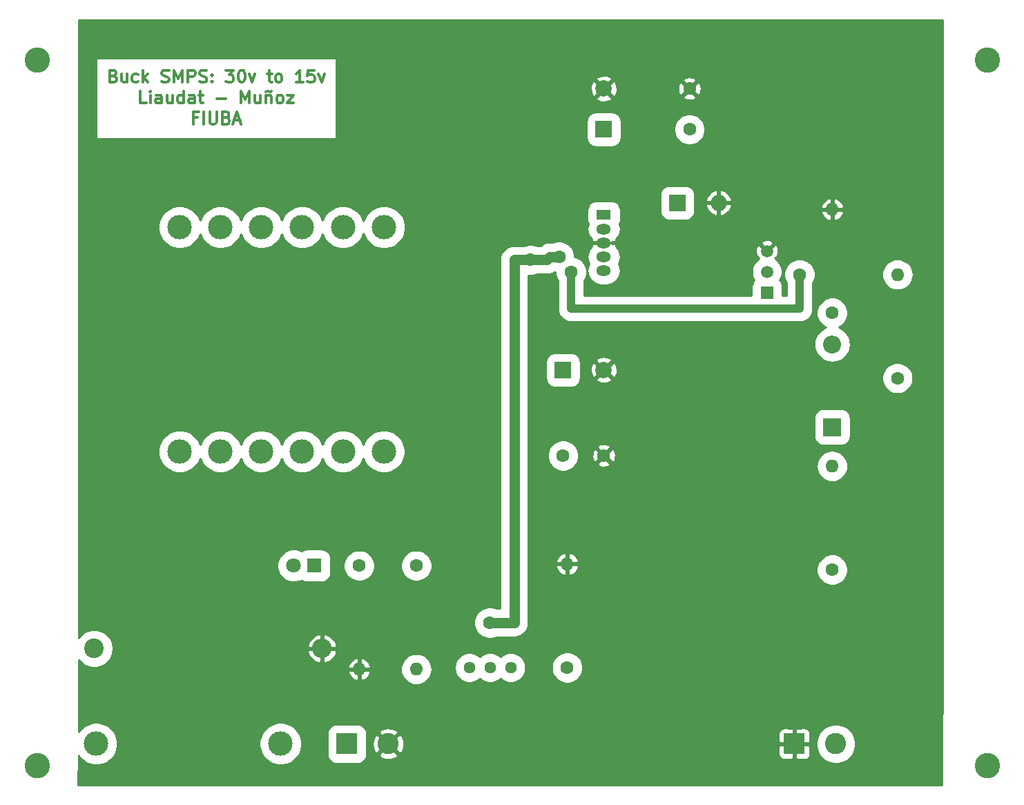
<source format=gbr>
G04 #@! TF.GenerationSoftware,KiCad,Pcbnew,5.1.3-ffb9f22~84~ubuntu16.04.1*
G04 #@! TF.CreationDate,2019-08-02T01:01:17-03:00*
G04 #@! TF.ProjectId,buck30v15v,6275636b-3330-4763-9135-762e6b696361,rev?*
G04 #@! TF.SameCoordinates,Original*
G04 #@! TF.FileFunction,Copper,L1,Top*
G04 #@! TF.FilePolarity,Positive*
%FSLAX46Y46*%
G04 Gerber Fmt 4.6, Leading zero omitted, Abs format (unit mm)*
G04 Created by KiCad (PCBNEW 5.1.3-ffb9f22~84~ubuntu16.04.1) date 2019-08-02 01:01:17*
%MOMM*%
%LPD*%
G04 APERTURE LIST*
%ADD10C,0.300000*%
%ADD11R,2.000000X2.000000*%
%ADD12C,2.000000*%
%ADD13C,1.600000*%
%ADD14O,2.000000X2.000000*%
%ADD15R,2.200000X2.200000*%
%ADD16O,2.200000X2.200000*%
%ADD17R,1.800000X1.800000*%
%ADD18C,1.800000*%
%ADD19C,2.600000*%
%ADD20R,2.600000X2.600000*%
%ADD21C,3.000000*%
%ADD22C,1.500000*%
%ADD23R,1.500000X1.500000*%
%ADD24O,1.600000X1.600000*%
%ADD25C,2.400000*%
%ADD26O,2.400000X2.400000*%
%ADD27C,1.440000*%
%ADD28R,1.800000X1.275000*%
%ADD29O,1.800000X1.275000*%
%ADD30C,3.100000*%
%ADD31C,1.000000*%
%ADD32C,0.250000*%
%ADD33C,1.250000*%
%ADD34C,0.254000*%
G04 APERTURE END LIST*
D10*
X34382857Y-35442857D02*
X34597142Y-35514285D01*
X34668571Y-35585714D01*
X34740000Y-35728571D01*
X34740000Y-35942857D01*
X34668571Y-36085714D01*
X34597142Y-36157142D01*
X34454285Y-36228571D01*
X33882857Y-36228571D01*
X33882857Y-34728571D01*
X34382857Y-34728571D01*
X34525714Y-34800000D01*
X34597142Y-34871428D01*
X34668571Y-35014285D01*
X34668571Y-35157142D01*
X34597142Y-35300000D01*
X34525714Y-35371428D01*
X34382857Y-35442857D01*
X33882857Y-35442857D01*
X36025714Y-35228571D02*
X36025714Y-36228571D01*
X35382857Y-35228571D02*
X35382857Y-36014285D01*
X35454285Y-36157142D01*
X35597142Y-36228571D01*
X35811428Y-36228571D01*
X35954285Y-36157142D01*
X36025714Y-36085714D01*
X37382857Y-36157142D02*
X37240000Y-36228571D01*
X36954285Y-36228571D01*
X36811428Y-36157142D01*
X36740000Y-36085714D01*
X36668571Y-35942857D01*
X36668571Y-35514285D01*
X36740000Y-35371428D01*
X36811428Y-35300000D01*
X36954285Y-35228571D01*
X37240000Y-35228571D01*
X37382857Y-35300000D01*
X38025714Y-36228571D02*
X38025714Y-34728571D01*
X38168571Y-35657142D02*
X38597142Y-36228571D01*
X38597142Y-35228571D02*
X38025714Y-35800000D01*
X40311428Y-36157142D02*
X40525714Y-36228571D01*
X40882857Y-36228571D01*
X41025714Y-36157142D01*
X41097142Y-36085714D01*
X41168571Y-35942857D01*
X41168571Y-35800000D01*
X41097142Y-35657142D01*
X41025714Y-35585714D01*
X40882857Y-35514285D01*
X40597142Y-35442857D01*
X40454285Y-35371428D01*
X40382857Y-35300000D01*
X40311428Y-35157142D01*
X40311428Y-35014285D01*
X40382857Y-34871428D01*
X40454285Y-34800000D01*
X40597142Y-34728571D01*
X40954285Y-34728571D01*
X41168571Y-34800000D01*
X41811428Y-36228571D02*
X41811428Y-34728571D01*
X42311428Y-35800000D01*
X42811428Y-34728571D01*
X42811428Y-36228571D01*
X43525714Y-36228571D02*
X43525714Y-34728571D01*
X44097142Y-34728571D01*
X44240000Y-34800000D01*
X44311428Y-34871428D01*
X44382857Y-35014285D01*
X44382857Y-35228571D01*
X44311428Y-35371428D01*
X44240000Y-35442857D01*
X44097142Y-35514285D01*
X43525714Y-35514285D01*
X44954285Y-36157142D02*
X45168571Y-36228571D01*
X45525714Y-36228571D01*
X45668571Y-36157142D01*
X45740000Y-36085714D01*
X45811428Y-35942857D01*
X45811428Y-35800000D01*
X45740000Y-35657142D01*
X45668571Y-35585714D01*
X45525714Y-35514285D01*
X45240000Y-35442857D01*
X45097142Y-35371428D01*
X45025714Y-35300000D01*
X44954285Y-35157142D01*
X44954285Y-35014285D01*
X45025714Y-34871428D01*
X45097142Y-34800000D01*
X45240000Y-34728571D01*
X45597142Y-34728571D01*
X45811428Y-34800000D01*
X46454285Y-36085714D02*
X46525714Y-36157142D01*
X46454285Y-36228571D01*
X46382857Y-36157142D01*
X46454285Y-36085714D01*
X46454285Y-36228571D01*
X46454285Y-35300000D02*
X46525714Y-35371428D01*
X46454285Y-35442857D01*
X46382857Y-35371428D01*
X46454285Y-35300000D01*
X46454285Y-35442857D01*
X48168571Y-34728571D02*
X49097142Y-34728571D01*
X48597142Y-35300000D01*
X48811428Y-35300000D01*
X48954285Y-35371428D01*
X49025714Y-35442857D01*
X49097142Y-35585714D01*
X49097142Y-35942857D01*
X49025714Y-36085714D01*
X48954285Y-36157142D01*
X48811428Y-36228571D01*
X48382857Y-36228571D01*
X48240000Y-36157142D01*
X48168571Y-36085714D01*
X50025714Y-34728571D02*
X50168571Y-34728571D01*
X50311428Y-34800000D01*
X50382857Y-34871428D01*
X50454285Y-35014285D01*
X50525714Y-35300000D01*
X50525714Y-35657142D01*
X50454285Y-35942857D01*
X50382857Y-36085714D01*
X50311428Y-36157142D01*
X50168571Y-36228571D01*
X50025714Y-36228571D01*
X49882857Y-36157142D01*
X49811428Y-36085714D01*
X49740000Y-35942857D01*
X49668571Y-35657142D01*
X49668571Y-35300000D01*
X49740000Y-35014285D01*
X49811428Y-34871428D01*
X49882857Y-34800000D01*
X50025714Y-34728571D01*
X51025714Y-35228571D02*
X51382857Y-36228571D01*
X51740000Y-35228571D01*
X53240000Y-35228571D02*
X53811428Y-35228571D01*
X53454285Y-34728571D02*
X53454285Y-36014285D01*
X53525714Y-36157142D01*
X53668571Y-36228571D01*
X53811428Y-36228571D01*
X54525714Y-36228571D02*
X54382857Y-36157142D01*
X54311428Y-36085714D01*
X54240000Y-35942857D01*
X54240000Y-35514285D01*
X54311428Y-35371428D01*
X54382857Y-35300000D01*
X54525714Y-35228571D01*
X54740000Y-35228571D01*
X54882857Y-35300000D01*
X54954285Y-35371428D01*
X55025714Y-35514285D01*
X55025714Y-35942857D01*
X54954285Y-36085714D01*
X54882857Y-36157142D01*
X54740000Y-36228571D01*
X54525714Y-36228571D01*
X57597142Y-36228571D02*
X56740000Y-36228571D01*
X57168571Y-36228571D02*
X57168571Y-34728571D01*
X57025714Y-34942857D01*
X56882857Y-35085714D01*
X56740000Y-35157142D01*
X58954285Y-34728571D02*
X58240000Y-34728571D01*
X58168571Y-35442857D01*
X58240000Y-35371428D01*
X58382857Y-35300000D01*
X58740000Y-35300000D01*
X58882857Y-35371428D01*
X58954285Y-35442857D01*
X59025714Y-35585714D01*
X59025714Y-35942857D01*
X58954285Y-36085714D01*
X58882857Y-36157142D01*
X58740000Y-36228571D01*
X58382857Y-36228571D01*
X58240000Y-36157142D01*
X58168571Y-36085714D01*
X59525714Y-35228571D02*
X59882857Y-36228571D01*
X60240000Y-35228571D01*
X38382857Y-38778571D02*
X37668571Y-38778571D01*
X37668571Y-37278571D01*
X38882857Y-38778571D02*
X38882857Y-37778571D01*
X38882857Y-37278571D02*
X38811428Y-37350000D01*
X38882857Y-37421428D01*
X38954285Y-37350000D01*
X38882857Y-37278571D01*
X38882857Y-37421428D01*
X40239999Y-38778571D02*
X40239999Y-37992857D01*
X40168571Y-37850000D01*
X40025714Y-37778571D01*
X39739999Y-37778571D01*
X39597142Y-37850000D01*
X40239999Y-38707142D02*
X40097142Y-38778571D01*
X39739999Y-38778571D01*
X39597142Y-38707142D01*
X39525714Y-38564285D01*
X39525714Y-38421428D01*
X39597142Y-38278571D01*
X39739999Y-38207142D01*
X40097142Y-38207142D01*
X40239999Y-38135714D01*
X41597142Y-37778571D02*
X41597142Y-38778571D01*
X40954285Y-37778571D02*
X40954285Y-38564285D01*
X41025714Y-38707142D01*
X41168571Y-38778571D01*
X41382857Y-38778571D01*
X41525714Y-38707142D01*
X41597142Y-38635714D01*
X42954285Y-38778571D02*
X42954285Y-37278571D01*
X42954285Y-38707142D02*
X42811428Y-38778571D01*
X42525714Y-38778571D01*
X42382857Y-38707142D01*
X42311428Y-38635714D01*
X42239999Y-38492857D01*
X42239999Y-38064285D01*
X42311428Y-37921428D01*
X42382857Y-37850000D01*
X42525714Y-37778571D01*
X42811428Y-37778571D01*
X42954285Y-37850000D01*
X44311428Y-38778571D02*
X44311428Y-37992857D01*
X44240000Y-37850000D01*
X44097142Y-37778571D01*
X43811428Y-37778571D01*
X43668571Y-37850000D01*
X44311428Y-38707142D02*
X44168571Y-38778571D01*
X43811428Y-38778571D01*
X43668571Y-38707142D01*
X43597142Y-38564285D01*
X43597142Y-38421428D01*
X43668571Y-38278571D01*
X43811428Y-38207142D01*
X44168571Y-38207142D01*
X44311428Y-38135714D01*
X44811428Y-37778571D02*
X45382857Y-37778571D01*
X45025714Y-37278571D02*
X45025714Y-38564285D01*
X45097142Y-38707142D01*
X45240000Y-38778571D01*
X45382857Y-38778571D01*
X47025714Y-38207142D02*
X48168571Y-38207142D01*
X50025714Y-38778571D02*
X50025714Y-37278571D01*
X50525714Y-38350000D01*
X51025714Y-37278571D01*
X51025714Y-38778571D01*
X52382857Y-37778571D02*
X52382857Y-38778571D01*
X51740000Y-37778571D02*
X51740000Y-38564285D01*
X51811428Y-38707142D01*
X51954285Y-38778571D01*
X52168571Y-38778571D01*
X52311428Y-38707142D01*
X52382857Y-38635714D01*
X53097142Y-37778571D02*
X53097142Y-38778571D01*
X53097142Y-37921428D02*
X53168571Y-37850000D01*
X53311428Y-37778571D01*
X53525714Y-37778571D01*
X53668571Y-37850000D01*
X53740000Y-37992857D01*
X53740000Y-38778571D01*
X53025714Y-37421428D02*
X53097142Y-37350000D01*
X53240000Y-37278571D01*
X53525714Y-37421428D01*
X53668571Y-37350000D01*
X53740000Y-37278571D01*
X54668571Y-38778571D02*
X54525714Y-38707142D01*
X54454285Y-38635714D01*
X54382857Y-38492857D01*
X54382857Y-38064285D01*
X54454285Y-37921428D01*
X54525714Y-37850000D01*
X54668571Y-37778571D01*
X54882857Y-37778571D01*
X55025714Y-37850000D01*
X55097142Y-37921428D01*
X55168571Y-38064285D01*
X55168571Y-38492857D01*
X55097142Y-38635714D01*
X55025714Y-38707142D01*
X54882857Y-38778571D01*
X54668571Y-38778571D01*
X55668571Y-37778571D02*
X56454285Y-37778571D01*
X55668571Y-38778571D01*
X56454285Y-38778571D01*
X44668571Y-40542857D02*
X44168571Y-40542857D01*
X44168571Y-41328571D02*
X44168571Y-39828571D01*
X44882857Y-39828571D01*
X45454285Y-41328571D02*
X45454285Y-39828571D01*
X46168571Y-39828571D02*
X46168571Y-41042857D01*
X46240000Y-41185714D01*
X46311428Y-41257142D01*
X46454285Y-41328571D01*
X46740000Y-41328571D01*
X46882857Y-41257142D01*
X46954285Y-41185714D01*
X47025714Y-41042857D01*
X47025714Y-39828571D01*
X48240000Y-40542857D02*
X48454285Y-40614285D01*
X48525714Y-40685714D01*
X48597142Y-40828571D01*
X48597142Y-41042857D01*
X48525714Y-41185714D01*
X48454285Y-41257142D01*
X48311428Y-41328571D01*
X47740000Y-41328571D01*
X47740000Y-39828571D01*
X48240000Y-39828571D01*
X48382857Y-39900000D01*
X48454285Y-39971428D01*
X48525714Y-40114285D01*
X48525714Y-40257142D01*
X48454285Y-40400000D01*
X48382857Y-40471428D01*
X48240000Y-40542857D01*
X47740000Y-40542857D01*
X49168571Y-40900000D02*
X49882857Y-40900000D01*
X49025714Y-41328571D02*
X49525714Y-39828571D01*
X50025714Y-41328571D01*
D11*
X94500000Y-42000000D03*
D12*
X94500000Y-37000000D03*
D13*
X105000000Y-42000000D03*
X105000000Y-37000000D03*
D12*
X94500000Y-71500000D03*
D11*
X89500000Y-71500000D03*
D13*
X94500000Y-82000000D03*
X89500000Y-82000000D03*
D11*
X103500000Y-51000000D03*
D14*
X108580000Y-51000000D03*
D15*
X122500000Y-78500000D03*
D16*
X122500000Y-68340000D03*
D17*
X59000000Y-95500000D03*
D18*
X56460000Y-95500000D03*
D19*
X122936000Y-117348000D03*
D20*
X117856000Y-117348000D03*
X62992000Y-117348000D03*
D19*
X68072000Y-117348000D03*
D21*
X62500000Y-81500000D03*
X57500000Y-81500000D03*
X52500000Y-81500000D03*
X47500000Y-81500000D03*
X62500000Y-54000000D03*
X57500000Y-54000000D03*
X52500000Y-54000000D03*
X47500000Y-54000000D03*
X42500000Y-81500000D03*
X67500000Y-81500000D03*
X67550000Y-54000000D03*
X42500000Y-54000000D03*
D22*
X114500000Y-59460000D03*
X114500000Y-56920000D03*
D23*
X114500000Y-62000000D03*
D24*
X71500000Y-108200000D03*
D13*
X71500000Y-95500000D03*
X90000000Y-108000000D03*
D24*
X90000000Y-95300000D03*
X64500000Y-108200000D03*
D13*
X64500000Y-95500000D03*
D25*
X32004000Y-105664000D03*
D26*
X59944000Y-105664000D03*
D13*
X122500000Y-96000000D03*
D24*
X122500000Y-83300000D03*
D13*
X130500000Y-72500000D03*
D24*
X130500000Y-59800000D03*
X122500000Y-51800000D03*
D13*
X122500000Y-64500000D03*
D27*
X78000000Y-108000000D03*
X80540000Y-108000000D03*
X83080000Y-108000000D03*
D28*
X94500000Y-52500000D03*
D29*
X94500000Y-54200000D03*
X94500000Y-55900000D03*
X94500000Y-57600000D03*
X94500000Y-59300000D03*
D21*
X54864000Y-117348000D03*
X32264000Y-117348000D03*
D30*
X25000000Y-120000000D03*
X25000000Y-33500000D03*
X141500000Y-33500000D03*
X141500000Y-120000000D03*
D13*
X115500000Y-51000000D03*
X115500000Y-37000000D03*
X100500000Y-71500000D03*
X74676000Y-117348000D03*
X111760000Y-117348000D03*
X103500000Y-59000000D03*
X90500000Y-59500000D03*
X118500000Y-59800000D03*
X85500000Y-58000000D03*
X80500000Y-102500000D03*
X89000000Y-57600000D03*
D31*
X90500000Y-59500000D02*
X90500000Y-64000000D01*
X90500000Y-64000000D02*
X118500000Y-64000000D01*
X118500000Y-64000000D02*
X118500000Y-61000000D01*
X118500000Y-59800000D02*
X118500000Y-61000000D01*
D32*
X90700000Y-59300000D02*
X90500000Y-59500000D01*
D33*
X83500000Y-58000000D02*
X85500000Y-58000000D01*
X83500000Y-102500000D02*
X83500000Y-58000000D01*
X80500000Y-102500000D02*
X83500000Y-102500000D01*
D32*
X87500000Y-58000000D02*
X87900000Y-57600000D01*
D33*
X85500000Y-58000000D02*
X87500000Y-58000000D01*
D32*
X87500000Y-57968630D02*
X87868630Y-57600000D01*
D33*
X87868630Y-57600000D02*
X89000000Y-57600000D01*
D32*
X87500000Y-58000000D02*
X87500000Y-57968630D01*
D34*
G36*
X58155805Y-105252195D02*
G01*
X58272568Y-105537000D01*
X59817000Y-105537000D01*
X59817000Y-105517000D01*
X60071000Y-105517000D01*
X60071000Y-105537000D01*
X61615432Y-105537000D01*
X61732195Y-105252195D01*
X61694220Y-105127000D01*
X136016476Y-105127000D01*
X135945521Y-122373000D01*
X30055524Y-122373000D01*
X30070252Y-118793299D01*
X30223476Y-119022615D01*
X30589385Y-119388524D01*
X31019649Y-119676017D01*
X31497732Y-119874046D01*
X32005263Y-119975000D01*
X32522737Y-119975000D01*
X33030268Y-119874046D01*
X33508351Y-119676017D01*
X33938615Y-119388524D01*
X34304524Y-119022615D01*
X34592017Y-118592351D01*
X34790046Y-118114268D01*
X34891000Y-117606737D01*
X34891000Y-117089263D01*
X52237000Y-117089263D01*
X52237000Y-117606737D01*
X52337954Y-118114268D01*
X52535983Y-118592351D01*
X52823476Y-119022615D01*
X53189385Y-119388524D01*
X53619649Y-119676017D01*
X54097732Y-119874046D01*
X54605263Y-119975000D01*
X55122737Y-119975000D01*
X55630268Y-119874046D01*
X56108351Y-119676017D01*
X56538615Y-119388524D01*
X56904524Y-119022615D01*
X57192017Y-118592351D01*
X57390046Y-118114268D01*
X57491000Y-117606737D01*
X57491000Y-117089263D01*
X57390046Y-116581732D01*
X57192017Y-116103649D01*
X57154834Y-116048000D01*
X60559547Y-116048000D01*
X60559547Y-118648000D01*
X60581307Y-118868931D01*
X60645750Y-119081371D01*
X60750400Y-119277157D01*
X60891235Y-119448765D01*
X61062843Y-119589600D01*
X61258629Y-119694250D01*
X61471069Y-119758693D01*
X61692000Y-119780453D01*
X64292000Y-119780453D01*
X64512931Y-119758693D01*
X64725371Y-119694250D01*
X64921157Y-119589600D01*
X65092765Y-119448765D01*
X65233600Y-119277157D01*
X65338250Y-119081371D01*
X65402693Y-118868931D01*
X65419604Y-118697224D01*
X66902381Y-118697224D01*
X67034317Y-118992312D01*
X67375045Y-119163159D01*
X67742557Y-119264250D01*
X68122729Y-119291701D01*
X68500951Y-119244457D01*
X68862690Y-119124333D01*
X69109683Y-118992312D01*
X69241619Y-118697224D01*
X69192395Y-118648000D01*
X115917928Y-118648000D01*
X115930188Y-118772482D01*
X115966498Y-118892180D01*
X116025463Y-119002494D01*
X116104815Y-119099185D01*
X116201506Y-119178537D01*
X116311820Y-119237502D01*
X116431518Y-119273812D01*
X116556000Y-119286072D01*
X117570250Y-119283000D01*
X117729000Y-119124250D01*
X117729000Y-117475000D01*
X117983000Y-117475000D01*
X117983000Y-119124250D01*
X118141750Y-119283000D01*
X119156000Y-119286072D01*
X119280482Y-119273812D01*
X119400180Y-119237502D01*
X119510494Y-119178537D01*
X119607185Y-119099185D01*
X119686537Y-119002494D01*
X119745502Y-118892180D01*
X119781812Y-118772482D01*
X119794072Y-118648000D01*
X119791000Y-117633750D01*
X119632250Y-117475000D01*
X117983000Y-117475000D01*
X117729000Y-117475000D01*
X116079750Y-117475000D01*
X115921000Y-117633750D01*
X115917928Y-118648000D01*
X69192395Y-118648000D01*
X68072000Y-117527605D01*
X66902381Y-118697224D01*
X65419604Y-118697224D01*
X65424453Y-118648000D01*
X65424453Y-117398729D01*
X66128299Y-117398729D01*
X66175543Y-117776951D01*
X66295667Y-118138690D01*
X66427688Y-118385683D01*
X66722776Y-118517619D01*
X67892395Y-117348000D01*
X68251605Y-117348000D01*
X69421224Y-118517619D01*
X69716312Y-118385683D01*
X69887159Y-118044955D01*
X69988250Y-117677443D01*
X70015701Y-117297271D01*
X69968457Y-116919049D01*
X69848333Y-116557310D01*
X69716312Y-116310317D01*
X69421224Y-116178381D01*
X68251605Y-117348000D01*
X67892395Y-117348000D01*
X66722776Y-116178381D01*
X66427688Y-116310317D01*
X66256841Y-116651045D01*
X66155750Y-117018557D01*
X66128299Y-117398729D01*
X65424453Y-117398729D01*
X65424453Y-116048000D01*
X65419605Y-115998776D01*
X66902381Y-115998776D01*
X68072000Y-117168395D01*
X69192395Y-116048000D01*
X115917928Y-116048000D01*
X115921000Y-117062250D01*
X116079750Y-117221000D01*
X117729000Y-117221000D01*
X117729000Y-115571750D01*
X117983000Y-115571750D01*
X117983000Y-117221000D01*
X119632250Y-117221000D01*
X119744289Y-117108961D01*
X120509000Y-117108961D01*
X120509000Y-117587039D01*
X120602268Y-118055930D01*
X120785221Y-118497615D01*
X121050826Y-118895122D01*
X121388878Y-119233174D01*
X121786385Y-119498779D01*
X122228070Y-119681732D01*
X122696961Y-119775000D01*
X123175039Y-119775000D01*
X123643930Y-119681732D01*
X124085615Y-119498779D01*
X124483122Y-119233174D01*
X124821174Y-118895122D01*
X125086779Y-118497615D01*
X125269732Y-118055930D01*
X125363000Y-117587039D01*
X125363000Y-117108961D01*
X125269732Y-116640070D01*
X125086779Y-116198385D01*
X124821174Y-115800878D01*
X124483122Y-115462826D01*
X124085615Y-115197221D01*
X123643930Y-115014268D01*
X123175039Y-114921000D01*
X122696961Y-114921000D01*
X122228070Y-115014268D01*
X121786385Y-115197221D01*
X121388878Y-115462826D01*
X121050826Y-115800878D01*
X120785221Y-116198385D01*
X120602268Y-116640070D01*
X120509000Y-117108961D01*
X119744289Y-117108961D01*
X119791000Y-117062250D01*
X119794072Y-116048000D01*
X119781812Y-115923518D01*
X119745502Y-115803820D01*
X119686537Y-115693506D01*
X119607185Y-115596815D01*
X119510494Y-115517463D01*
X119400180Y-115458498D01*
X119280482Y-115422188D01*
X119156000Y-115409928D01*
X118141750Y-115413000D01*
X117983000Y-115571750D01*
X117729000Y-115571750D01*
X117570250Y-115413000D01*
X116556000Y-115409928D01*
X116431518Y-115422188D01*
X116311820Y-115458498D01*
X116201506Y-115517463D01*
X116104815Y-115596815D01*
X116025463Y-115693506D01*
X115966498Y-115803820D01*
X115930188Y-115923518D01*
X115917928Y-116048000D01*
X69192395Y-116048000D01*
X69241619Y-115998776D01*
X69109683Y-115703688D01*
X68768955Y-115532841D01*
X68401443Y-115431750D01*
X68021271Y-115404299D01*
X67643049Y-115451543D01*
X67281310Y-115571667D01*
X67034317Y-115703688D01*
X66902381Y-115998776D01*
X65419605Y-115998776D01*
X65402693Y-115827069D01*
X65338250Y-115614629D01*
X65233600Y-115418843D01*
X65092765Y-115247235D01*
X64921157Y-115106400D01*
X64725371Y-115001750D01*
X64512931Y-114937307D01*
X64292000Y-114915547D01*
X61692000Y-114915547D01*
X61471069Y-114937307D01*
X61258629Y-115001750D01*
X61062843Y-115106400D01*
X60891235Y-115247235D01*
X60750400Y-115418843D01*
X60645750Y-115614629D01*
X60581307Y-115827069D01*
X60559547Y-116048000D01*
X57154834Y-116048000D01*
X56904524Y-115673385D01*
X56538615Y-115307476D01*
X56108351Y-115019983D01*
X55630268Y-114821954D01*
X55122737Y-114721000D01*
X54605263Y-114721000D01*
X54097732Y-114821954D01*
X53619649Y-115019983D01*
X53189385Y-115307476D01*
X52823476Y-115673385D01*
X52535983Y-116103649D01*
X52337954Y-116581732D01*
X52237000Y-117089263D01*
X34891000Y-117089263D01*
X34790046Y-116581732D01*
X34592017Y-116103649D01*
X34304524Y-115673385D01*
X33938615Y-115307476D01*
X33508351Y-115019983D01*
X33030268Y-114821954D01*
X32522737Y-114721000D01*
X32005263Y-114721000D01*
X31497732Y-114821954D01*
X31019649Y-115019983D01*
X30589385Y-115307476D01*
X30223476Y-115673385D01*
X30082218Y-115884792D01*
X30112399Y-108549040D01*
X63108091Y-108549040D01*
X63202930Y-108813881D01*
X63347615Y-109055131D01*
X63536586Y-109263519D01*
X63762580Y-109431037D01*
X64016913Y-109551246D01*
X64150961Y-109591904D01*
X64373000Y-109469915D01*
X64373000Y-108327000D01*
X64627000Y-108327000D01*
X64627000Y-109469915D01*
X64849039Y-109591904D01*
X64983087Y-109551246D01*
X65237420Y-109431037D01*
X65463414Y-109263519D01*
X65652385Y-109055131D01*
X65797070Y-108813881D01*
X65891909Y-108549040D01*
X65770624Y-108327000D01*
X64627000Y-108327000D01*
X64373000Y-108327000D01*
X63229376Y-108327000D01*
X63108091Y-108549040D01*
X30112399Y-108549040D01*
X30113835Y-108200000D01*
X69563677Y-108200000D01*
X69600883Y-108577758D01*
X69711071Y-108940999D01*
X69890006Y-109275763D01*
X70130813Y-109569187D01*
X70424237Y-109809994D01*
X70759001Y-109988929D01*
X71122242Y-110099117D01*
X71405342Y-110127000D01*
X71594658Y-110127000D01*
X71877758Y-110099117D01*
X72240999Y-109988929D01*
X72575763Y-109809994D01*
X72869187Y-109569187D01*
X73109994Y-109275763D01*
X73288929Y-108940999D01*
X73399117Y-108577758D01*
X73436323Y-108200000D01*
X73399117Y-107822242D01*
X73397857Y-107818086D01*
X76153000Y-107818086D01*
X76153000Y-108181914D01*
X76223979Y-108538750D01*
X76363210Y-108874883D01*
X76565341Y-109177394D01*
X76822606Y-109434659D01*
X77125117Y-109636790D01*
X77461250Y-109776021D01*
X77818086Y-109847000D01*
X78181914Y-109847000D01*
X78538750Y-109776021D01*
X78874883Y-109636790D01*
X79177394Y-109434659D01*
X79270000Y-109342053D01*
X79362606Y-109434659D01*
X79665117Y-109636790D01*
X80001250Y-109776021D01*
X80358086Y-109847000D01*
X80721914Y-109847000D01*
X81078750Y-109776021D01*
X81414883Y-109636790D01*
X81717394Y-109434659D01*
X81810000Y-109342053D01*
X81902606Y-109434659D01*
X82205117Y-109636790D01*
X82541250Y-109776021D01*
X82898086Y-109847000D01*
X83261914Y-109847000D01*
X83618750Y-109776021D01*
X83954883Y-109636790D01*
X84257394Y-109434659D01*
X84514659Y-109177394D01*
X84716790Y-108874883D01*
X84856021Y-108538750D01*
X84927000Y-108181914D01*
X84927000Y-107818086D01*
X84925433Y-107810207D01*
X88073000Y-107810207D01*
X88073000Y-108189793D01*
X88147053Y-108562085D01*
X88292315Y-108912777D01*
X88503201Y-109228391D01*
X88771609Y-109496799D01*
X89087223Y-109707685D01*
X89437915Y-109852947D01*
X89810207Y-109927000D01*
X90189793Y-109927000D01*
X90562085Y-109852947D01*
X90912777Y-109707685D01*
X91228391Y-109496799D01*
X91496799Y-109228391D01*
X91707685Y-108912777D01*
X91852947Y-108562085D01*
X91927000Y-108189793D01*
X91927000Y-107810207D01*
X91852947Y-107437915D01*
X91707685Y-107087223D01*
X91496799Y-106771609D01*
X91228391Y-106503201D01*
X90912777Y-106292315D01*
X90562085Y-106147053D01*
X90189793Y-106073000D01*
X89810207Y-106073000D01*
X89437915Y-106147053D01*
X89087223Y-106292315D01*
X88771609Y-106503201D01*
X88503201Y-106771609D01*
X88292315Y-107087223D01*
X88147053Y-107437915D01*
X88073000Y-107810207D01*
X84925433Y-107810207D01*
X84856021Y-107461250D01*
X84716790Y-107125117D01*
X84514659Y-106822606D01*
X84257394Y-106565341D01*
X83954883Y-106363210D01*
X83618750Y-106223979D01*
X83261914Y-106153000D01*
X82898086Y-106153000D01*
X82541250Y-106223979D01*
X82205117Y-106363210D01*
X81902606Y-106565341D01*
X81810000Y-106657947D01*
X81717394Y-106565341D01*
X81414883Y-106363210D01*
X81078750Y-106223979D01*
X80721914Y-106153000D01*
X80358086Y-106153000D01*
X80001250Y-106223979D01*
X79665117Y-106363210D01*
X79362606Y-106565341D01*
X79270000Y-106657947D01*
X79177394Y-106565341D01*
X78874883Y-106363210D01*
X78538750Y-106223979D01*
X78181914Y-106153000D01*
X77818086Y-106153000D01*
X77461250Y-106223979D01*
X77125117Y-106363210D01*
X76822606Y-106565341D01*
X76565341Y-106822606D01*
X76363210Y-107125117D01*
X76223979Y-107461250D01*
X76153000Y-107818086D01*
X73397857Y-107818086D01*
X73288929Y-107459001D01*
X73109994Y-107124237D01*
X72869187Y-106830813D01*
X72575763Y-106590006D01*
X72240999Y-106411071D01*
X71877758Y-106300883D01*
X71594658Y-106273000D01*
X71405342Y-106273000D01*
X71122242Y-106300883D01*
X70759001Y-106411071D01*
X70424237Y-106590006D01*
X70130813Y-106830813D01*
X69890006Y-107124237D01*
X69711071Y-107459001D01*
X69600883Y-107822242D01*
X69563677Y-108200000D01*
X30113835Y-108200000D01*
X30118646Y-107030857D01*
X30196501Y-107147376D01*
X30520624Y-107471499D01*
X30901752Y-107726160D01*
X31325239Y-107901574D01*
X31774811Y-107991000D01*
X32233189Y-107991000D01*
X32682761Y-107901574D01*
X32804954Y-107850960D01*
X63108091Y-107850960D01*
X63229376Y-108073000D01*
X64373000Y-108073000D01*
X64373000Y-106930085D01*
X64627000Y-106930085D01*
X64627000Y-108073000D01*
X65770624Y-108073000D01*
X65891909Y-107850960D01*
X65797070Y-107586119D01*
X65652385Y-107344869D01*
X65463414Y-107136481D01*
X65237420Y-106968963D01*
X64983087Y-106848754D01*
X64849039Y-106808096D01*
X64627000Y-106930085D01*
X64373000Y-106930085D01*
X64150961Y-106808096D01*
X64016913Y-106848754D01*
X63762580Y-106968963D01*
X63536586Y-107136481D01*
X63347615Y-107344869D01*
X63202930Y-107586119D01*
X63108091Y-107850960D01*
X32804954Y-107850960D01*
X33106248Y-107726160D01*
X33487376Y-107471499D01*
X33811499Y-107147376D01*
X34066160Y-106766248D01*
X34241574Y-106342761D01*
X34294675Y-106075805D01*
X58155805Y-106075805D01*
X58228379Y-106315066D01*
X58388361Y-106637257D01*
X58608125Y-106922046D01*
X58879226Y-107158489D01*
X59191246Y-107337500D01*
X59532194Y-107452199D01*
X59817000Y-107335854D01*
X59817000Y-105791000D01*
X60071000Y-105791000D01*
X60071000Y-107335854D01*
X60355806Y-107452199D01*
X60696754Y-107337500D01*
X61008774Y-107158489D01*
X61279875Y-106922046D01*
X61499639Y-106637257D01*
X61659621Y-106315066D01*
X61732195Y-106075805D01*
X61615432Y-105791000D01*
X60071000Y-105791000D01*
X59817000Y-105791000D01*
X58272568Y-105791000D01*
X58155805Y-106075805D01*
X34294675Y-106075805D01*
X34331000Y-105893189D01*
X34331000Y-105434811D01*
X34269772Y-105127000D01*
X58193780Y-105127000D01*
X58155805Y-105252195D01*
X58155805Y-105252195D01*
G37*
X58155805Y-105252195D02*
X58272568Y-105537000D01*
X59817000Y-105537000D01*
X59817000Y-105517000D01*
X60071000Y-105517000D01*
X60071000Y-105537000D01*
X61615432Y-105537000D01*
X61732195Y-105252195D01*
X61694220Y-105127000D01*
X136016476Y-105127000D01*
X135945521Y-122373000D01*
X30055524Y-122373000D01*
X30070252Y-118793299D01*
X30223476Y-119022615D01*
X30589385Y-119388524D01*
X31019649Y-119676017D01*
X31497732Y-119874046D01*
X32005263Y-119975000D01*
X32522737Y-119975000D01*
X33030268Y-119874046D01*
X33508351Y-119676017D01*
X33938615Y-119388524D01*
X34304524Y-119022615D01*
X34592017Y-118592351D01*
X34790046Y-118114268D01*
X34891000Y-117606737D01*
X34891000Y-117089263D01*
X52237000Y-117089263D01*
X52237000Y-117606737D01*
X52337954Y-118114268D01*
X52535983Y-118592351D01*
X52823476Y-119022615D01*
X53189385Y-119388524D01*
X53619649Y-119676017D01*
X54097732Y-119874046D01*
X54605263Y-119975000D01*
X55122737Y-119975000D01*
X55630268Y-119874046D01*
X56108351Y-119676017D01*
X56538615Y-119388524D01*
X56904524Y-119022615D01*
X57192017Y-118592351D01*
X57390046Y-118114268D01*
X57491000Y-117606737D01*
X57491000Y-117089263D01*
X57390046Y-116581732D01*
X57192017Y-116103649D01*
X57154834Y-116048000D01*
X60559547Y-116048000D01*
X60559547Y-118648000D01*
X60581307Y-118868931D01*
X60645750Y-119081371D01*
X60750400Y-119277157D01*
X60891235Y-119448765D01*
X61062843Y-119589600D01*
X61258629Y-119694250D01*
X61471069Y-119758693D01*
X61692000Y-119780453D01*
X64292000Y-119780453D01*
X64512931Y-119758693D01*
X64725371Y-119694250D01*
X64921157Y-119589600D01*
X65092765Y-119448765D01*
X65233600Y-119277157D01*
X65338250Y-119081371D01*
X65402693Y-118868931D01*
X65419604Y-118697224D01*
X66902381Y-118697224D01*
X67034317Y-118992312D01*
X67375045Y-119163159D01*
X67742557Y-119264250D01*
X68122729Y-119291701D01*
X68500951Y-119244457D01*
X68862690Y-119124333D01*
X69109683Y-118992312D01*
X69241619Y-118697224D01*
X69192395Y-118648000D01*
X115917928Y-118648000D01*
X115930188Y-118772482D01*
X115966498Y-118892180D01*
X116025463Y-119002494D01*
X116104815Y-119099185D01*
X116201506Y-119178537D01*
X116311820Y-119237502D01*
X116431518Y-119273812D01*
X116556000Y-119286072D01*
X117570250Y-119283000D01*
X117729000Y-119124250D01*
X117729000Y-117475000D01*
X117983000Y-117475000D01*
X117983000Y-119124250D01*
X118141750Y-119283000D01*
X119156000Y-119286072D01*
X119280482Y-119273812D01*
X119400180Y-119237502D01*
X119510494Y-119178537D01*
X119607185Y-119099185D01*
X119686537Y-119002494D01*
X119745502Y-118892180D01*
X119781812Y-118772482D01*
X119794072Y-118648000D01*
X119791000Y-117633750D01*
X119632250Y-117475000D01*
X117983000Y-117475000D01*
X117729000Y-117475000D01*
X116079750Y-117475000D01*
X115921000Y-117633750D01*
X115917928Y-118648000D01*
X69192395Y-118648000D01*
X68072000Y-117527605D01*
X66902381Y-118697224D01*
X65419604Y-118697224D01*
X65424453Y-118648000D01*
X65424453Y-117398729D01*
X66128299Y-117398729D01*
X66175543Y-117776951D01*
X66295667Y-118138690D01*
X66427688Y-118385683D01*
X66722776Y-118517619D01*
X67892395Y-117348000D01*
X68251605Y-117348000D01*
X69421224Y-118517619D01*
X69716312Y-118385683D01*
X69887159Y-118044955D01*
X69988250Y-117677443D01*
X70015701Y-117297271D01*
X69968457Y-116919049D01*
X69848333Y-116557310D01*
X69716312Y-116310317D01*
X69421224Y-116178381D01*
X68251605Y-117348000D01*
X67892395Y-117348000D01*
X66722776Y-116178381D01*
X66427688Y-116310317D01*
X66256841Y-116651045D01*
X66155750Y-117018557D01*
X66128299Y-117398729D01*
X65424453Y-117398729D01*
X65424453Y-116048000D01*
X65419605Y-115998776D01*
X66902381Y-115998776D01*
X68072000Y-117168395D01*
X69192395Y-116048000D01*
X115917928Y-116048000D01*
X115921000Y-117062250D01*
X116079750Y-117221000D01*
X117729000Y-117221000D01*
X117729000Y-115571750D01*
X117983000Y-115571750D01*
X117983000Y-117221000D01*
X119632250Y-117221000D01*
X119744289Y-117108961D01*
X120509000Y-117108961D01*
X120509000Y-117587039D01*
X120602268Y-118055930D01*
X120785221Y-118497615D01*
X121050826Y-118895122D01*
X121388878Y-119233174D01*
X121786385Y-119498779D01*
X122228070Y-119681732D01*
X122696961Y-119775000D01*
X123175039Y-119775000D01*
X123643930Y-119681732D01*
X124085615Y-119498779D01*
X124483122Y-119233174D01*
X124821174Y-118895122D01*
X125086779Y-118497615D01*
X125269732Y-118055930D01*
X125363000Y-117587039D01*
X125363000Y-117108961D01*
X125269732Y-116640070D01*
X125086779Y-116198385D01*
X124821174Y-115800878D01*
X124483122Y-115462826D01*
X124085615Y-115197221D01*
X123643930Y-115014268D01*
X123175039Y-114921000D01*
X122696961Y-114921000D01*
X122228070Y-115014268D01*
X121786385Y-115197221D01*
X121388878Y-115462826D01*
X121050826Y-115800878D01*
X120785221Y-116198385D01*
X120602268Y-116640070D01*
X120509000Y-117108961D01*
X119744289Y-117108961D01*
X119791000Y-117062250D01*
X119794072Y-116048000D01*
X119781812Y-115923518D01*
X119745502Y-115803820D01*
X119686537Y-115693506D01*
X119607185Y-115596815D01*
X119510494Y-115517463D01*
X119400180Y-115458498D01*
X119280482Y-115422188D01*
X119156000Y-115409928D01*
X118141750Y-115413000D01*
X117983000Y-115571750D01*
X117729000Y-115571750D01*
X117570250Y-115413000D01*
X116556000Y-115409928D01*
X116431518Y-115422188D01*
X116311820Y-115458498D01*
X116201506Y-115517463D01*
X116104815Y-115596815D01*
X116025463Y-115693506D01*
X115966498Y-115803820D01*
X115930188Y-115923518D01*
X115917928Y-116048000D01*
X69192395Y-116048000D01*
X69241619Y-115998776D01*
X69109683Y-115703688D01*
X68768955Y-115532841D01*
X68401443Y-115431750D01*
X68021271Y-115404299D01*
X67643049Y-115451543D01*
X67281310Y-115571667D01*
X67034317Y-115703688D01*
X66902381Y-115998776D01*
X65419605Y-115998776D01*
X65402693Y-115827069D01*
X65338250Y-115614629D01*
X65233600Y-115418843D01*
X65092765Y-115247235D01*
X64921157Y-115106400D01*
X64725371Y-115001750D01*
X64512931Y-114937307D01*
X64292000Y-114915547D01*
X61692000Y-114915547D01*
X61471069Y-114937307D01*
X61258629Y-115001750D01*
X61062843Y-115106400D01*
X60891235Y-115247235D01*
X60750400Y-115418843D01*
X60645750Y-115614629D01*
X60581307Y-115827069D01*
X60559547Y-116048000D01*
X57154834Y-116048000D01*
X56904524Y-115673385D01*
X56538615Y-115307476D01*
X56108351Y-115019983D01*
X55630268Y-114821954D01*
X55122737Y-114721000D01*
X54605263Y-114721000D01*
X54097732Y-114821954D01*
X53619649Y-115019983D01*
X53189385Y-115307476D01*
X52823476Y-115673385D01*
X52535983Y-116103649D01*
X52337954Y-116581732D01*
X52237000Y-117089263D01*
X34891000Y-117089263D01*
X34790046Y-116581732D01*
X34592017Y-116103649D01*
X34304524Y-115673385D01*
X33938615Y-115307476D01*
X33508351Y-115019983D01*
X33030268Y-114821954D01*
X32522737Y-114721000D01*
X32005263Y-114721000D01*
X31497732Y-114821954D01*
X31019649Y-115019983D01*
X30589385Y-115307476D01*
X30223476Y-115673385D01*
X30082218Y-115884792D01*
X30112399Y-108549040D01*
X63108091Y-108549040D01*
X63202930Y-108813881D01*
X63347615Y-109055131D01*
X63536586Y-109263519D01*
X63762580Y-109431037D01*
X64016913Y-109551246D01*
X64150961Y-109591904D01*
X64373000Y-109469915D01*
X64373000Y-108327000D01*
X64627000Y-108327000D01*
X64627000Y-109469915D01*
X64849039Y-109591904D01*
X64983087Y-109551246D01*
X65237420Y-109431037D01*
X65463414Y-109263519D01*
X65652385Y-109055131D01*
X65797070Y-108813881D01*
X65891909Y-108549040D01*
X65770624Y-108327000D01*
X64627000Y-108327000D01*
X64373000Y-108327000D01*
X63229376Y-108327000D01*
X63108091Y-108549040D01*
X30112399Y-108549040D01*
X30113835Y-108200000D01*
X69563677Y-108200000D01*
X69600883Y-108577758D01*
X69711071Y-108940999D01*
X69890006Y-109275763D01*
X70130813Y-109569187D01*
X70424237Y-109809994D01*
X70759001Y-109988929D01*
X71122242Y-110099117D01*
X71405342Y-110127000D01*
X71594658Y-110127000D01*
X71877758Y-110099117D01*
X72240999Y-109988929D01*
X72575763Y-109809994D01*
X72869187Y-109569187D01*
X73109994Y-109275763D01*
X73288929Y-108940999D01*
X73399117Y-108577758D01*
X73436323Y-108200000D01*
X73399117Y-107822242D01*
X73397857Y-107818086D01*
X76153000Y-107818086D01*
X76153000Y-108181914D01*
X76223979Y-108538750D01*
X76363210Y-108874883D01*
X76565341Y-109177394D01*
X76822606Y-109434659D01*
X77125117Y-109636790D01*
X77461250Y-109776021D01*
X77818086Y-109847000D01*
X78181914Y-109847000D01*
X78538750Y-109776021D01*
X78874883Y-109636790D01*
X79177394Y-109434659D01*
X79270000Y-109342053D01*
X79362606Y-109434659D01*
X79665117Y-109636790D01*
X80001250Y-109776021D01*
X80358086Y-109847000D01*
X80721914Y-109847000D01*
X81078750Y-109776021D01*
X81414883Y-109636790D01*
X81717394Y-109434659D01*
X81810000Y-109342053D01*
X81902606Y-109434659D01*
X82205117Y-109636790D01*
X82541250Y-109776021D01*
X82898086Y-109847000D01*
X83261914Y-109847000D01*
X83618750Y-109776021D01*
X83954883Y-109636790D01*
X84257394Y-109434659D01*
X84514659Y-109177394D01*
X84716790Y-108874883D01*
X84856021Y-108538750D01*
X84927000Y-108181914D01*
X84927000Y-107818086D01*
X84925433Y-107810207D01*
X88073000Y-107810207D01*
X88073000Y-108189793D01*
X88147053Y-108562085D01*
X88292315Y-108912777D01*
X88503201Y-109228391D01*
X88771609Y-109496799D01*
X89087223Y-109707685D01*
X89437915Y-109852947D01*
X89810207Y-109927000D01*
X90189793Y-109927000D01*
X90562085Y-109852947D01*
X90912777Y-109707685D01*
X91228391Y-109496799D01*
X91496799Y-109228391D01*
X91707685Y-108912777D01*
X91852947Y-108562085D01*
X91927000Y-108189793D01*
X91927000Y-107810207D01*
X91852947Y-107437915D01*
X91707685Y-107087223D01*
X91496799Y-106771609D01*
X91228391Y-106503201D01*
X90912777Y-106292315D01*
X90562085Y-106147053D01*
X90189793Y-106073000D01*
X89810207Y-106073000D01*
X89437915Y-106147053D01*
X89087223Y-106292315D01*
X88771609Y-106503201D01*
X88503201Y-106771609D01*
X88292315Y-107087223D01*
X88147053Y-107437915D01*
X88073000Y-107810207D01*
X84925433Y-107810207D01*
X84856021Y-107461250D01*
X84716790Y-107125117D01*
X84514659Y-106822606D01*
X84257394Y-106565341D01*
X83954883Y-106363210D01*
X83618750Y-106223979D01*
X83261914Y-106153000D01*
X82898086Y-106153000D01*
X82541250Y-106223979D01*
X82205117Y-106363210D01*
X81902606Y-106565341D01*
X81810000Y-106657947D01*
X81717394Y-106565341D01*
X81414883Y-106363210D01*
X81078750Y-106223979D01*
X80721914Y-106153000D01*
X80358086Y-106153000D01*
X80001250Y-106223979D01*
X79665117Y-106363210D01*
X79362606Y-106565341D01*
X79270000Y-106657947D01*
X79177394Y-106565341D01*
X78874883Y-106363210D01*
X78538750Y-106223979D01*
X78181914Y-106153000D01*
X77818086Y-106153000D01*
X77461250Y-106223979D01*
X77125117Y-106363210D01*
X76822606Y-106565341D01*
X76565341Y-106822606D01*
X76363210Y-107125117D01*
X76223979Y-107461250D01*
X76153000Y-107818086D01*
X73397857Y-107818086D01*
X73288929Y-107459001D01*
X73109994Y-107124237D01*
X72869187Y-106830813D01*
X72575763Y-106590006D01*
X72240999Y-106411071D01*
X71877758Y-106300883D01*
X71594658Y-106273000D01*
X71405342Y-106273000D01*
X71122242Y-106300883D01*
X70759001Y-106411071D01*
X70424237Y-106590006D01*
X70130813Y-106830813D01*
X69890006Y-107124237D01*
X69711071Y-107459001D01*
X69600883Y-107822242D01*
X69563677Y-108200000D01*
X30113835Y-108200000D01*
X30118646Y-107030857D01*
X30196501Y-107147376D01*
X30520624Y-107471499D01*
X30901752Y-107726160D01*
X31325239Y-107901574D01*
X31774811Y-107991000D01*
X32233189Y-107991000D01*
X32682761Y-107901574D01*
X32804954Y-107850960D01*
X63108091Y-107850960D01*
X63229376Y-108073000D01*
X64373000Y-108073000D01*
X64373000Y-106930085D01*
X64627000Y-106930085D01*
X64627000Y-108073000D01*
X65770624Y-108073000D01*
X65891909Y-107850960D01*
X65797070Y-107586119D01*
X65652385Y-107344869D01*
X65463414Y-107136481D01*
X65237420Y-106968963D01*
X64983087Y-106848754D01*
X64849039Y-106808096D01*
X64627000Y-106930085D01*
X64373000Y-106930085D01*
X64150961Y-106808096D01*
X64016913Y-106848754D01*
X63762580Y-106968963D01*
X63536586Y-107136481D01*
X63347615Y-107344869D01*
X63202930Y-107586119D01*
X63108091Y-107850960D01*
X32804954Y-107850960D01*
X33106248Y-107726160D01*
X33487376Y-107471499D01*
X33811499Y-107147376D01*
X34066160Y-106766248D01*
X34241574Y-106342761D01*
X34294675Y-106075805D01*
X58155805Y-106075805D01*
X58228379Y-106315066D01*
X58388361Y-106637257D01*
X58608125Y-106922046D01*
X58879226Y-107158489D01*
X59191246Y-107337500D01*
X59532194Y-107452199D01*
X59817000Y-107335854D01*
X59817000Y-105791000D01*
X60071000Y-105791000D01*
X60071000Y-107335854D01*
X60355806Y-107452199D01*
X60696754Y-107337500D01*
X61008774Y-107158489D01*
X61279875Y-106922046D01*
X61499639Y-106637257D01*
X61659621Y-106315066D01*
X61732195Y-106075805D01*
X61615432Y-105791000D01*
X60071000Y-105791000D01*
X59817000Y-105791000D01*
X58272568Y-105791000D01*
X58155805Y-106075805D01*
X34294675Y-106075805D01*
X34331000Y-105893189D01*
X34331000Y-105434811D01*
X34269772Y-105127000D01*
X58193780Y-105127000D01*
X58155805Y-105252195D01*
G36*
X87873000Y-66500000D02*
G01*
X87875440Y-66524776D01*
X87882667Y-66548601D01*
X87894403Y-66570557D01*
X87910197Y-66589803D01*
X87929443Y-66605597D01*
X87951399Y-66617333D01*
X87975224Y-66624560D01*
X88000000Y-66627000D01*
X121076857Y-66627000D01*
X120917654Y-66757654D01*
X120639358Y-67096759D01*
X120432565Y-67483641D01*
X120305223Y-67903432D01*
X120262225Y-68340000D01*
X120305223Y-68776568D01*
X120432565Y-69196359D01*
X120639358Y-69583241D01*
X120917654Y-69922346D01*
X121256759Y-70200642D01*
X121643641Y-70407435D01*
X122063432Y-70534777D01*
X122390599Y-70567000D01*
X122609401Y-70567000D01*
X122936568Y-70534777D01*
X123356359Y-70407435D01*
X123743241Y-70200642D01*
X124082346Y-69922346D01*
X124360642Y-69583241D01*
X124567435Y-69196359D01*
X124694777Y-68776568D01*
X124737775Y-68340000D01*
X124694777Y-67903432D01*
X124567435Y-67483641D01*
X124360642Y-67096759D01*
X124082346Y-66757654D01*
X123923143Y-66627000D01*
X136017000Y-66627000D01*
X136017000Y-104873000D01*
X86127000Y-104873000D01*
X86127000Y-95649040D01*
X88608091Y-95649040D01*
X88702930Y-95913881D01*
X88847615Y-96155131D01*
X89036586Y-96363519D01*
X89262580Y-96531037D01*
X89516913Y-96651246D01*
X89650961Y-96691904D01*
X89873000Y-96569915D01*
X89873000Y-95427000D01*
X90127000Y-95427000D01*
X90127000Y-96569915D01*
X90349039Y-96691904D01*
X90483087Y-96651246D01*
X90737420Y-96531037D01*
X90963414Y-96363519D01*
X91152385Y-96155131D01*
X91297070Y-95913881D01*
X91334195Y-95810207D01*
X120573000Y-95810207D01*
X120573000Y-96189793D01*
X120647053Y-96562085D01*
X120792315Y-96912777D01*
X121003201Y-97228391D01*
X121271609Y-97496799D01*
X121587223Y-97707685D01*
X121937915Y-97852947D01*
X122310207Y-97927000D01*
X122689793Y-97927000D01*
X123062085Y-97852947D01*
X123412777Y-97707685D01*
X123728391Y-97496799D01*
X123996799Y-97228391D01*
X124207685Y-96912777D01*
X124352947Y-96562085D01*
X124427000Y-96189793D01*
X124427000Y-95810207D01*
X124352947Y-95437915D01*
X124207685Y-95087223D01*
X123996799Y-94771609D01*
X123728391Y-94503201D01*
X123412777Y-94292315D01*
X123062085Y-94147053D01*
X122689793Y-94073000D01*
X122310207Y-94073000D01*
X121937915Y-94147053D01*
X121587223Y-94292315D01*
X121271609Y-94503201D01*
X121003201Y-94771609D01*
X120792315Y-95087223D01*
X120647053Y-95437915D01*
X120573000Y-95810207D01*
X91334195Y-95810207D01*
X91391909Y-95649040D01*
X91270624Y-95427000D01*
X90127000Y-95427000D01*
X89873000Y-95427000D01*
X88729376Y-95427000D01*
X88608091Y-95649040D01*
X86127000Y-95649040D01*
X86127000Y-94950960D01*
X88608091Y-94950960D01*
X88729376Y-95173000D01*
X89873000Y-95173000D01*
X89873000Y-94030085D01*
X90127000Y-94030085D01*
X90127000Y-95173000D01*
X91270624Y-95173000D01*
X91391909Y-94950960D01*
X91297070Y-94686119D01*
X91152385Y-94444869D01*
X90963414Y-94236481D01*
X90737420Y-94068963D01*
X90483087Y-93948754D01*
X90349039Y-93908096D01*
X90127000Y-94030085D01*
X89873000Y-94030085D01*
X89650961Y-93908096D01*
X89516913Y-93948754D01*
X89262580Y-94068963D01*
X89036586Y-94236481D01*
X88847615Y-94444869D01*
X88702930Y-94686119D01*
X88608091Y-94950960D01*
X86127000Y-94950960D01*
X86127000Y-81810207D01*
X87573000Y-81810207D01*
X87573000Y-82189793D01*
X87647053Y-82562085D01*
X87792315Y-82912777D01*
X88003201Y-83228391D01*
X88271609Y-83496799D01*
X88587223Y-83707685D01*
X88937915Y-83852947D01*
X89310207Y-83927000D01*
X89689793Y-83927000D01*
X90062085Y-83852947D01*
X90412777Y-83707685D01*
X90728391Y-83496799D01*
X90996799Y-83228391D01*
X91154280Y-82992702D01*
X93686903Y-82992702D01*
X93758486Y-83236671D01*
X94013996Y-83357571D01*
X94288184Y-83426300D01*
X94570512Y-83440217D01*
X94850130Y-83398787D01*
X95116292Y-83303603D01*
X95123032Y-83300000D01*
X120563677Y-83300000D01*
X120600883Y-83677758D01*
X120711071Y-84040999D01*
X120890006Y-84375763D01*
X121130813Y-84669187D01*
X121424237Y-84909994D01*
X121759001Y-85088929D01*
X122122242Y-85199117D01*
X122405342Y-85227000D01*
X122594658Y-85227000D01*
X122877758Y-85199117D01*
X123240999Y-85088929D01*
X123575763Y-84909994D01*
X123869187Y-84669187D01*
X124109994Y-84375763D01*
X124288929Y-84040999D01*
X124399117Y-83677758D01*
X124436323Y-83300000D01*
X124399117Y-82922242D01*
X124288929Y-82559001D01*
X124109994Y-82224237D01*
X123869187Y-81930813D01*
X123575763Y-81690006D01*
X123240999Y-81511071D01*
X122877758Y-81400883D01*
X122594658Y-81373000D01*
X122405342Y-81373000D01*
X122122242Y-81400883D01*
X121759001Y-81511071D01*
X121424237Y-81690006D01*
X121130813Y-81930813D01*
X120890006Y-82224237D01*
X120711071Y-82559001D01*
X120600883Y-82922242D01*
X120563677Y-83300000D01*
X95123032Y-83300000D01*
X95241514Y-83236671D01*
X95313097Y-82992702D01*
X94500000Y-82179605D01*
X93686903Y-82992702D01*
X91154280Y-82992702D01*
X91207685Y-82912777D01*
X91352947Y-82562085D01*
X91427000Y-82189793D01*
X91427000Y-82070512D01*
X93059783Y-82070512D01*
X93101213Y-82350130D01*
X93196397Y-82616292D01*
X93263329Y-82741514D01*
X93507298Y-82813097D01*
X94320395Y-82000000D01*
X94679605Y-82000000D01*
X95492702Y-82813097D01*
X95736671Y-82741514D01*
X95857571Y-82486004D01*
X95926300Y-82211816D01*
X95940217Y-81929488D01*
X95898787Y-81649870D01*
X95803603Y-81383708D01*
X95736671Y-81258486D01*
X95492702Y-81186903D01*
X94679605Y-82000000D01*
X94320395Y-82000000D01*
X93507298Y-81186903D01*
X93263329Y-81258486D01*
X93142429Y-81513996D01*
X93073700Y-81788184D01*
X93059783Y-82070512D01*
X91427000Y-82070512D01*
X91427000Y-81810207D01*
X91352947Y-81437915D01*
X91207685Y-81087223D01*
X91154281Y-81007298D01*
X93686903Y-81007298D01*
X94500000Y-81820395D01*
X95313097Y-81007298D01*
X95241514Y-80763329D01*
X94986004Y-80642429D01*
X94711816Y-80573700D01*
X94429488Y-80559783D01*
X94149870Y-80601213D01*
X93883708Y-80696397D01*
X93758486Y-80763329D01*
X93686903Y-81007298D01*
X91154281Y-81007298D01*
X90996799Y-80771609D01*
X90728391Y-80503201D01*
X90412777Y-80292315D01*
X90062085Y-80147053D01*
X89689793Y-80073000D01*
X89310207Y-80073000D01*
X88937915Y-80147053D01*
X88587223Y-80292315D01*
X88271609Y-80503201D01*
X88003201Y-80771609D01*
X87792315Y-81087223D01*
X87647053Y-81437915D01*
X87573000Y-81810207D01*
X86127000Y-81810207D01*
X86127000Y-77400000D01*
X120267547Y-77400000D01*
X120267547Y-79600000D01*
X120289307Y-79820931D01*
X120353750Y-80033371D01*
X120458400Y-80229157D01*
X120599235Y-80400765D01*
X120770843Y-80541600D01*
X120966629Y-80646250D01*
X121179069Y-80710693D01*
X121400000Y-80732453D01*
X123600000Y-80732453D01*
X123820931Y-80710693D01*
X124033371Y-80646250D01*
X124229157Y-80541600D01*
X124400765Y-80400765D01*
X124541600Y-80229157D01*
X124646250Y-80033371D01*
X124710693Y-79820931D01*
X124732453Y-79600000D01*
X124732453Y-77400000D01*
X124710693Y-77179069D01*
X124646250Y-76966629D01*
X124541600Y-76770843D01*
X124400765Y-76599235D01*
X124229157Y-76458400D01*
X124033371Y-76353750D01*
X123820931Y-76289307D01*
X123600000Y-76267547D01*
X121400000Y-76267547D01*
X121179069Y-76289307D01*
X120966629Y-76353750D01*
X120770843Y-76458400D01*
X120599235Y-76599235D01*
X120458400Y-76770843D01*
X120353750Y-76966629D01*
X120289307Y-77179069D01*
X120267547Y-77400000D01*
X86127000Y-77400000D01*
X86127000Y-70500000D01*
X87367547Y-70500000D01*
X87367547Y-72500000D01*
X87389307Y-72720931D01*
X87453750Y-72933371D01*
X87558400Y-73129157D01*
X87699235Y-73300765D01*
X87870843Y-73441600D01*
X88066629Y-73546250D01*
X88279069Y-73610693D01*
X88500000Y-73632453D01*
X90500000Y-73632453D01*
X90720931Y-73610693D01*
X90933371Y-73546250D01*
X91129157Y-73441600D01*
X91300765Y-73300765D01*
X91441600Y-73129157D01*
X91546250Y-72933371D01*
X91610693Y-72720931D01*
X91619115Y-72635413D01*
X93544192Y-72635413D01*
X93639956Y-72899814D01*
X93929571Y-73040704D01*
X94241108Y-73122384D01*
X94562595Y-73141718D01*
X94881675Y-73097961D01*
X95186088Y-72992795D01*
X95360044Y-72899814D01*
X95455808Y-72635413D01*
X94500000Y-71679605D01*
X93544192Y-72635413D01*
X91619115Y-72635413D01*
X91632453Y-72500000D01*
X91632453Y-71562595D01*
X92858282Y-71562595D01*
X92902039Y-71881675D01*
X93007205Y-72186088D01*
X93100186Y-72360044D01*
X93364587Y-72455808D01*
X94320395Y-71500000D01*
X94679605Y-71500000D01*
X95635413Y-72455808D01*
X95899814Y-72360044D01*
X95924058Y-72310207D01*
X128573000Y-72310207D01*
X128573000Y-72689793D01*
X128647053Y-73062085D01*
X128792315Y-73412777D01*
X129003201Y-73728391D01*
X129271609Y-73996799D01*
X129587223Y-74207685D01*
X129937915Y-74352947D01*
X130310207Y-74427000D01*
X130689793Y-74427000D01*
X131062085Y-74352947D01*
X131412777Y-74207685D01*
X131728391Y-73996799D01*
X131996799Y-73728391D01*
X132207685Y-73412777D01*
X132352947Y-73062085D01*
X132427000Y-72689793D01*
X132427000Y-72310207D01*
X132352947Y-71937915D01*
X132207685Y-71587223D01*
X131996799Y-71271609D01*
X131728391Y-71003201D01*
X131412777Y-70792315D01*
X131062085Y-70647053D01*
X130689793Y-70573000D01*
X130310207Y-70573000D01*
X129937915Y-70647053D01*
X129587223Y-70792315D01*
X129271609Y-71003201D01*
X129003201Y-71271609D01*
X128792315Y-71587223D01*
X128647053Y-71937915D01*
X128573000Y-72310207D01*
X95924058Y-72310207D01*
X96040704Y-72070429D01*
X96122384Y-71758892D01*
X96141718Y-71437405D01*
X96097961Y-71118325D01*
X95992795Y-70813912D01*
X95899814Y-70639956D01*
X95635413Y-70544192D01*
X94679605Y-71500000D01*
X94320395Y-71500000D01*
X93364587Y-70544192D01*
X93100186Y-70639956D01*
X92959296Y-70929571D01*
X92877616Y-71241108D01*
X92858282Y-71562595D01*
X91632453Y-71562595D01*
X91632453Y-70500000D01*
X91619116Y-70364587D01*
X93544192Y-70364587D01*
X94500000Y-71320395D01*
X95455808Y-70364587D01*
X95360044Y-70100186D01*
X95070429Y-69959296D01*
X94758892Y-69877616D01*
X94437405Y-69858282D01*
X94118325Y-69902039D01*
X93813912Y-70007205D01*
X93639956Y-70100186D01*
X93544192Y-70364587D01*
X91619116Y-70364587D01*
X91610693Y-70279069D01*
X91546250Y-70066629D01*
X91441600Y-69870843D01*
X91300765Y-69699235D01*
X91129157Y-69558400D01*
X90933371Y-69453750D01*
X90720931Y-69389307D01*
X90500000Y-69367547D01*
X88500000Y-69367547D01*
X88279069Y-69389307D01*
X88066629Y-69453750D01*
X87870843Y-69558400D01*
X87699235Y-69699235D01*
X87558400Y-69870843D01*
X87453750Y-70066629D01*
X87389307Y-70279069D01*
X87367547Y-70500000D01*
X86127000Y-70500000D01*
X86127000Y-60627000D01*
X87873000Y-60627000D01*
X87873000Y-66500000D01*
X87873000Y-66500000D01*
G37*
X87873000Y-66500000D02*
X87875440Y-66524776D01*
X87882667Y-66548601D01*
X87894403Y-66570557D01*
X87910197Y-66589803D01*
X87929443Y-66605597D01*
X87951399Y-66617333D01*
X87975224Y-66624560D01*
X88000000Y-66627000D01*
X121076857Y-66627000D01*
X120917654Y-66757654D01*
X120639358Y-67096759D01*
X120432565Y-67483641D01*
X120305223Y-67903432D01*
X120262225Y-68340000D01*
X120305223Y-68776568D01*
X120432565Y-69196359D01*
X120639358Y-69583241D01*
X120917654Y-69922346D01*
X121256759Y-70200642D01*
X121643641Y-70407435D01*
X122063432Y-70534777D01*
X122390599Y-70567000D01*
X122609401Y-70567000D01*
X122936568Y-70534777D01*
X123356359Y-70407435D01*
X123743241Y-70200642D01*
X124082346Y-69922346D01*
X124360642Y-69583241D01*
X124567435Y-69196359D01*
X124694777Y-68776568D01*
X124737775Y-68340000D01*
X124694777Y-67903432D01*
X124567435Y-67483641D01*
X124360642Y-67096759D01*
X124082346Y-66757654D01*
X123923143Y-66627000D01*
X136017000Y-66627000D01*
X136017000Y-104873000D01*
X86127000Y-104873000D01*
X86127000Y-95649040D01*
X88608091Y-95649040D01*
X88702930Y-95913881D01*
X88847615Y-96155131D01*
X89036586Y-96363519D01*
X89262580Y-96531037D01*
X89516913Y-96651246D01*
X89650961Y-96691904D01*
X89873000Y-96569915D01*
X89873000Y-95427000D01*
X90127000Y-95427000D01*
X90127000Y-96569915D01*
X90349039Y-96691904D01*
X90483087Y-96651246D01*
X90737420Y-96531037D01*
X90963414Y-96363519D01*
X91152385Y-96155131D01*
X91297070Y-95913881D01*
X91334195Y-95810207D01*
X120573000Y-95810207D01*
X120573000Y-96189793D01*
X120647053Y-96562085D01*
X120792315Y-96912777D01*
X121003201Y-97228391D01*
X121271609Y-97496799D01*
X121587223Y-97707685D01*
X121937915Y-97852947D01*
X122310207Y-97927000D01*
X122689793Y-97927000D01*
X123062085Y-97852947D01*
X123412777Y-97707685D01*
X123728391Y-97496799D01*
X123996799Y-97228391D01*
X124207685Y-96912777D01*
X124352947Y-96562085D01*
X124427000Y-96189793D01*
X124427000Y-95810207D01*
X124352947Y-95437915D01*
X124207685Y-95087223D01*
X123996799Y-94771609D01*
X123728391Y-94503201D01*
X123412777Y-94292315D01*
X123062085Y-94147053D01*
X122689793Y-94073000D01*
X122310207Y-94073000D01*
X121937915Y-94147053D01*
X121587223Y-94292315D01*
X121271609Y-94503201D01*
X121003201Y-94771609D01*
X120792315Y-95087223D01*
X120647053Y-95437915D01*
X120573000Y-95810207D01*
X91334195Y-95810207D01*
X91391909Y-95649040D01*
X91270624Y-95427000D01*
X90127000Y-95427000D01*
X89873000Y-95427000D01*
X88729376Y-95427000D01*
X88608091Y-95649040D01*
X86127000Y-95649040D01*
X86127000Y-94950960D01*
X88608091Y-94950960D01*
X88729376Y-95173000D01*
X89873000Y-95173000D01*
X89873000Y-94030085D01*
X90127000Y-94030085D01*
X90127000Y-95173000D01*
X91270624Y-95173000D01*
X91391909Y-94950960D01*
X91297070Y-94686119D01*
X91152385Y-94444869D01*
X90963414Y-94236481D01*
X90737420Y-94068963D01*
X90483087Y-93948754D01*
X90349039Y-93908096D01*
X90127000Y-94030085D01*
X89873000Y-94030085D01*
X89650961Y-93908096D01*
X89516913Y-93948754D01*
X89262580Y-94068963D01*
X89036586Y-94236481D01*
X88847615Y-94444869D01*
X88702930Y-94686119D01*
X88608091Y-94950960D01*
X86127000Y-94950960D01*
X86127000Y-81810207D01*
X87573000Y-81810207D01*
X87573000Y-82189793D01*
X87647053Y-82562085D01*
X87792315Y-82912777D01*
X88003201Y-83228391D01*
X88271609Y-83496799D01*
X88587223Y-83707685D01*
X88937915Y-83852947D01*
X89310207Y-83927000D01*
X89689793Y-83927000D01*
X90062085Y-83852947D01*
X90412777Y-83707685D01*
X90728391Y-83496799D01*
X90996799Y-83228391D01*
X91154280Y-82992702D01*
X93686903Y-82992702D01*
X93758486Y-83236671D01*
X94013996Y-83357571D01*
X94288184Y-83426300D01*
X94570512Y-83440217D01*
X94850130Y-83398787D01*
X95116292Y-83303603D01*
X95123032Y-83300000D01*
X120563677Y-83300000D01*
X120600883Y-83677758D01*
X120711071Y-84040999D01*
X120890006Y-84375763D01*
X121130813Y-84669187D01*
X121424237Y-84909994D01*
X121759001Y-85088929D01*
X122122242Y-85199117D01*
X122405342Y-85227000D01*
X122594658Y-85227000D01*
X122877758Y-85199117D01*
X123240999Y-85088929D01*
X123575763Y-84909994D01*
X123869187Y-84669187D01*
X124109994Y-84375763D01*
X124288929Y-84040999D01*
X124399117Y-83677758D01*
X124436323Y-83300000D01*
X124399117Y-82922242D01*
X124288929Y-82559001D01*
X124109994Y-82224237D01*
X123869187Y-81930813D01*
X123575763Y-81690006D01*
X123240999Y-81511071D01*
X122877758Y-81400883D01*
X122594658Y-81373000D01*
X122405342Y-81373000D01*
X122122242Y-81400883D01*
X121759001Y-81511071D01*
X121424237Y-81690006D01*
X121130813Y-81930813D01*
X120890006Y-82224237D01*
X120711071Y-82559001D01*
X120600883Y-82922242D01*
X120563677Y-83300000D01*
X95123032Y-83300000D01*
X95241514Y-83236671D01*
X95313097Y-82992702D01*
X94500000Y-82179605D01*
X93686903Y-82992702D01*
X91154280Y-82992702D01*
X91207685Y-82912777D01*
X91352947Y-82562085D01*
X91427000Y-82189793D01*
X91427000Y-82070512D01*
X93059783Y-82070512D01*
X93101213Y-82350130D01*
X93196397Y-82616292D01*
X93263329Y-82741514D01*
X93507298Y-82813097D01*
X94320395Y-82000000D01*
X94679605Y-82000000D01*
X95492702Y-82813097D01*
X95736671Y-82741514D01*
X95857571Y-82486004D01*
X95926300Y-82211816D01*
X95940217Y-81929488D01*
X95898787Y-81649870D01*
X95803603Y-81383708D01*
X95736671Y-81258486D01*
X95492702Y-81186903D01*
X94679605Y-82000000D01*
X94320395Y-82000000D01*
X93507298Y-81186903D01*
X93263329Y-81258486D01*
X93142429Y-81513996D01*
X93073700Y-81788184D01*
X93059783Y-82070512D01*
X91427000Y-82070512D01*
X91427000Y-81810207D01*
X91352947Y-81437915D01*
X91207685Y-81087223D01*
X91154281Y-81007298D01*
X93686903Y-81007298D01*
X94500000Y-81820395D01*
X95313097Y-81007298D01*
X95241514Y-80763329D01*
X94986004Y-80642429D01*
X94711816Y-80573700D01*
X94429488Y-80559783D01*
X94149870Y-80601213D01*
X93883708Y-80696397D01*
X93758486Y-80763329D01*
X93686903Y-81007298D01*
X91154281Y-81007298D01*
X90996799Y-80771609D01*
X90728391Y-80503201D01*
X90412777Y-80292315D01*
X90062085Y-80147053D01*
X89689793Y-80073000D01*
X89310207Y-80073000D01*
X88937915Y-80147053D01*
X88587223Y-80292315D01*
X88271609Y-80503201D01*
X88003201Y-80771609D01*
X87792315Y-81087223D01*
X87647053Y-81437915D01*
X87573000Y-81810207D01*
X86127000Y-81810207D01*
X86127000Y-77400000D01*
X120267547Y-77400000D01*
X120267547Y-79600000D01*
X120289307Y-79820931D01*
X120353750Y-80033371D01*
X120458400Y-80229157D01*
X120599235Y-80400765D01*
X120770843Y-80541600D01*
X120966629Y-80646250D01*
X121179069Y-80710693D01*
X121400000Y-80732453D01*
X123600000Y-80732453D01*
X123820931Y-80710693D01*
X124033371Y-80646250D01*
X124229157Y-80541600D01*
X124400765Y-80400765D01*
X124541600Y-80229157D01*
X124646250Y-80033371D01*
X124710693Y-79820931D01*
X124732453Y-79600000D01*
X124732453Y-77400000D01*
X124710693Y-77179069D01*
X124646250Y-76966629D01*
X124541600Y-76770843D01*
X124400765Y-76599235D01*
X124229157Y-76458400D01*
X124033371Y-76353750D01*
X123820931Y-76289307D01*
X123600000Y-76267547D01*
X121400000Y-76267547D01*
X121179069Y-76289307D01*
X120966629Y-76353750D01*
X120770843Y-76458400D01*
X120599235Y-76599235D01*
X120458400Y-76770843D01*
X120353750Y-76966629D01*
X120289307Y-77179069D01*
X120267547Y-77400000D01*
X86127000Y-77400000D01*
X86127000Y-70500000D01*
X87367547Y-70500000D01*
X87367547Y-72500000D01*
X87389307Y-72720931D01*
X87453750Y-72933371D01*
X87558400Y-73129157D01*
X87699235Y-73300765D01*
X87870843Y-73441600D01*
X88066629Y-73546250D01*
X88279069Y-73610693D01*
X88500000Y-73632453D01*
X90500000Y-73632453D01*
X90720931Y-73610693D01*
X90933371Y-73546250D01*
X91129157Y-73441600D01*
X91300765Y-73300765D01*
X91441600Y-73129157D01*
X91546250Y-72933371D01*
X91610693Y-72720931D01*
X91619115Y-72635413D01*
X93544192Y-72635413D01*
X93639956Y-72899814D01*
X93929571Y-73040704D01*
X94241108Y-73122384D01*
X94562595Y-73141718D01*
X94881675Y-73097961D01*
X95186088Y-72992795D01*
X95360044Y-72899814D01*
X95455808Y-72635413D01*
X94500000Y-71679605D01*
X93544192Y-72635413D01*
X91619115Y-72635413D01*
X91632453Y-72500000D01*
X91632453Y-71562595D01*
X92858282Y-71562595D01*
X92902039Y-71881675D01*
X93007205Y-72186088D01*
X93100186Y-72360044D01*
X93364587Y-72455808D01*
X94320395Y-71500000D01*
X94679605Y-71500000D01*
X95635413Y-72455808D01*
X95899814Y-72360044D01*
X95924058Y-72310207D01*
X128573000Y-72310207D01*
X128573000Y-72689793D01*
X128647053Y-73062085D01*
X128792315Y-73412777D01*
X129003201Y-73728391D01*
X129271609Y-73996799D01*
X129587223Y-74207685D01*
X129937915Y-74352947D01*
X130310207Y-74427000D01*
X130689793Y-74427000D01*
X131062085Y-74352947D01*
X131412777Y-74207685D01*
X131728391Y-73996799D01*
X131996799Y-73728391D01*
X132207685Y-73412777D01*
X132352947Y-73062085D01*
X132427000Y-72689793D01*
X132427000Y-72310207D01*
X132352947Y-71937915D01*
X132207685Y-71587223D01*
X131996799Y-71271609D01*
X131728391Y-71003201D01*
X131412777Y-70792315D01*
X131062085Y-70647053D01*
X130689793Y-70573000D01*
X130310207Y-70573000D01*
X129937915Y-70647053D01*
X129587223Y-70792315D01*
X129271609Y-71003201D01*
X129003201Y-71271609D01*
X128792315Y-71587223D01*
X128647053Y-71937915D01*
X128573000Y-72310207D01*
X95924058Y-72310207D01*
X96040704Y-72070429D01*
X96122384Y-71758892D01*
X96141718Y-71437405D01*
X96097961Y-71118325D01*
X95992795Y-70813912D01*
X95899814Y-70639956D01*
X95635413Y-70544192D01*
X94679605Y-71500000D01*
X94320395Y-71500000D01*
X93364587Y-70544192D01*
X93100186Y-70639956D01*
X92959296Y-70929571D01*
X92877616Y-71241108D01*
X92858282Y-71562595D01*
X91632453Y-71562595D01*
X91632453Y-70500000D01*
X91619116Y-70364587D01*
X93544192Y-70364587D01*
X94500000Y-71320395D01*
X95455808Y-70364587D01*
X95360044Y-70100186D01*
X95070429Y-69959296D01*
X94758892Y-69877616D01*
X94437405Y-69858282D01*
X94118325Y-69902039D01*
X93813912Y-70007205D01*
X93639956Y-70100186D01*
X93544192Y-70364587D01*
X91619116Y-70364587D01*
X91610693Y-70279069D01*
X91546250Y-70066629D01*
X91441600Y-69870843D01*
X91300765Y-69699235D01*
X91129157Y-69558400D01*
X90933371Y-69453750D01*
X90720931Y-69389307D01*
X90500000Y-69367547D01*
X88500000Y-69367547D01*
X88279069Y-69389307D01*
X88066629Y-69453750D01*
X87870843Y-69558400D01*
X87699235Y-69699235D01*
X87558400Y-69870843D01*
X87453750Y-70066629D01*
X87389307Y-70279069D01*
X87367547Y-70500000D01*
X86127000Y-70500000D01*
X86127000Y-60627000D01*
X87873000Y-60627000D01*
X87873000Y-66500000D01*
G36*
X121271609Y-65996799D02*
G01*
X121587223Y-66207685D01*
X121701491Y-66255016D01*
X121643641Y-66272565D01*
X121458005Y-66371790D01*
X121127000Y-66372664D01*
X121127000Y-65852190D01*
X121271609Y-65996799D01*
X121271609Y-65996799D01*
G37*
X121271609Y-65996799D02*
X121587223Y-66207685D01*
X121701491Y-66255016D01*
X121643641Y-66272565D01*
X121458005Y-66371790D01*
X121127000Y-66372664D01*
X121127000Y-65852190D01*
X121271609Y-65996799D01*
G36*
X136017000Y-66333335D02*
G01*
X123531748Y-66366312D01*
X123356359Y-66272565D01*
X123298509Y-66255016D01*
X123412777Y-66207685D01*
X123728391Y-65996799D01*
X123996799Y-65728391D01*
X124207685Y-65412777D01*
X124352947Y-65062085D01*
X124427000Y-64689793D01*
X124427000Y-64310207D01*
X124352947Y-63937915D01*
X124207685Y-63587223D01*
X123996799Y-63271609D01*
X123728391Y-63003201D01*
X123412777Y-62792315D01*
X123062085Y-62647053D01*
X122689793Y-62573000D01*
X122310207Y-62573000D01*
X121937915Y-62647053D01*
X121587223Y-62792315D01*
X121271609Y-63003201D01*
X121127000Y-63147810D01*
X121127000Y-59800000D01*
X128563677Y-59800000D01*
X128600883Y-60177758D01*
X128711071Y-60540999D01*
X128890006Y-60875763D01*
X129130813Y-61169187D01*
X129424237Y-61409994D01*
X129759001Y-61588929D01*
X130122242Y-61699117D01*
X130405342Y-61727000D01*
X130594658Y-61727000D01*
X130877758Y-61699117D01*
X131240999Y-61588929D01*
X131575763Y-61409994D01*
X131869187Y-61169187D01*
X132109994Y-60875763D01*
X132288929Y-60540999D01*
X132399117Y-60177758D01*
X132436323Y-59800000D01*
X132399117Y-59422242D01*
X132288929Y-59059001D01*
X132109994Y-58724237D01*
X131869187Y-58430813D01*
X131575763Y-58190006D01*
X131240999Y-58011071D01*
X130877758Y-57900883D01*
X130594658Y-57873000D01*
X130405342Y-57873000D01*
X130122242Y-57900883D01*
X129759001Y-58011071D01*
X129424237Y-58190006D01*
X129130813Y-58430813D01*
X128890006Y-58724237D01*
X128711071Y-59059001D01*
X128600883Y-59422242D01*
X128563677Y-59800000D01*
X121127000Y-59800000D01*
X121127000Y-57500000D01*
X121124560Y-57475224D01*
X121117333Y-57451399D01*
X121105597Y-57429443D01*
X121089803Y-57410197D01*
X121070557Y-57394403D01*
X121048601Y-57382667D01*
X121024776Y-57375440D01*
X121000000Y-57373000D01*
X116500000Y-57373000D01*
X116475224Y-57375440D01*
X116451399Y-57382667D01*
X116429443Y-57394403D01*
X116410197Y-57410197D01*
X116394403Y-57429443D01*
X116382667Y-57451399D01*
X116375440Y-57475224D01*
X116373000Y-57500000D01*
X116373000Y-59255023D01*
X116304868Y-58912499D01*
X116163376Y-58570907D01*
X115957961Y-58263482D01*
X115696518Y-58002039D01*
X115509930Y-57877364D01*
X115573451Y-57813843D01*
X115456995Y-57697387D01*
X115695860Y-57631863D01*
X115811760Y-57384884D01*
X115877250Y-57120040D01*
X115889812Y-56847508D01*
X115848965Y-56577762D01*
X115756277Y-56321168D01*
X115695860Y-56208137D01*
X115456993Y-56142612D01*
X114679605Y-56920000D01*
X114693748Y-56934143D01*
X114514143Y-57113748D01*
X114500000Y-57099605D01*
X114485858Y-57113748D01*
X114306253Y-56934143D01*
X114320395Y-56920000D01*
X113543007Y-56142612D01*
X113304140Y-56208137D01*
X113188240Y-56455116D01*
X113122750Y-56719960D01*
X113110188Y-56992492D01*
X113151035Y-57262238D01*
X113243723Y-57518832D01*
X113304140Y-57631863D01*
X113543005Y-57697387D01*
X113426549Y-57813843D01*
X113490070Y-57877364D01*
X113303482Y-58002039D01*
X113042039Y-58263482D01*
X112836624Y-58570907D01*
X112695132Y-58912499D01*
X112623000Y-59275132D01*
X112623000Y-59644868D01*
X112695132Y-60007501D01*
X112836624Y-60349093D01*
X112924046Y-60479928D01*
X112808400Y-60620843D01*
X112703750Y-60816629D01*
X112639307Y-61029069D01*
X112617547Y-61250000D01*
X112617547Y-61373000D01*
X93627000Y-61373000D01*
X93627000Y-60958704D01*
X93891598Y-61038969D01*
X94150821Y-61064500D01*
X94849179Y-61064500D01*
X95108402Y-61038969D01*
X95441012Y-60938073D01*
X95747547Y-60774226D01*
X96016226Y-60553726D01*
X96236726Y-60285047D01*
X96400573Y-59978512D01*
X96501469Y-59645902D01*
X96535537Y-59300000D01*
X96501469Y-58954098D01*
X96400573Y-58621488D01*
X96308910Y-58450000D01*
X96400573Y-58278512D01*
X96501469Y-57945902D01*
X96535537Y-57600000D01*
X96501469Y-57254098D01*
X96400573Y-56921488D01*
X96236726Y-56614953D01*
X96016226Y-56346274D01*
X95970571Y-56308806D01*
X95986737Y-56269633D01*
X95993191Y-56223505D01*
X95868985Y-56027000D01*
X95562755Y-56027000D01*
X95441012Y-55961927D01*
X95236866Y-55900000D01*
X95441012Y-55838073D01*
X95562755Y-55773000D01*
X95868985Y-55773000D01*
X95962728Y-55624690D01*
X114056209Y-55607718D01*
X113901168Y-55663723D01*
X113788137Y-55724140D01*
X113722612Y-55963007D01*
X114500000Y-56740395D01*
X115277388Y-55963007D01*
X115211863Y-55724140D01*
X114964884Y-55608240D01*
X114959348Y-55606871D01*
X136017000Y-55587119D01*
X136017000Y-66333335D01*
X136017000Y-66333335D01*
G37*
X136017000Y-66333335D02*
X123531748Y-66366312D01*
X123356359Y-66272565D01*
X123298509Y-66255016D01*
X123412777Y-66207685D01*
X123728391Y-65996799D01*
X123996799Y-65728391D01*
X124207685Y-65412777D01*
X124352947Y-65062085D01*
X124427000Y-64689793D01*
X124427000Y-64310207D01*
X124352947Y-63937915D01*
X124207685Y-63587223D01*
X123996799Y-63271609D01*
X123728391Y-63003201D01*
X123412777Y-62792315D01*
X123062085Y-62647053D01*
X122689793Y-62573000D01*
X122310207Y-62573000D01*
X121937915Y-62647053D01*
X121587223Y-62792315D01*
X121271609Y-63003201D01*
X121127000Y-63147810D01*
X121127000Y-59800000D01*
X128563677Y-59800000D01*
X128600883Y-60177758D01*
X128711071Y-60540999D01*
X128890006Y-60875763D01*
X129130813Y-61169187D01*
X129424237Y-61409994D01*
X129759001Y-61588929D01*
X130122242Y-61699117D01*
X130405342Y-61727000D01*
X130594658Y-61727000D01*
X130877758Y-61699117D01*
X131240999Y-61588929D01*
X131575763Y-61409994D01*
X131869187Y-61169187D01*
X132109994Y-60875763D01*
X132288929Y-60540999D01*
X132399117Y-60177758D01*
X132436323Y-59800000D01*
X132399117Y-59422242D01*
X132288929Y-59059001D01*
X132109994Y-58724237D01*
X131869187Y-58430813D01*
X131575763Y-58190006D01*
X131240999Y-58011071D01*
X130877758Y-57900883D01*
X130594658Y-57873000D01*
X130405342Y-57873000D01*
X130122242Y-57900883D01*
X129759001Y-58011071D01*
X129424237Y-58190006D01*
X129130813Y-58430813D01*
X128890006Y-58724237D01*
X128711071Y-59059001D01*
X128600883Y-59422242D01*
X128563677Y-59800000D01*
X121127000Y-59800000D01*
X121127000Y-57500000D01*
X121124560Y-57475224D01*
X121117333Y-57451399D01*
X121105597Y-57429443D01*
X121089803Y-57410197D01*
X121070557Y-57394403D01*
X121048601Y-57382667D01*
X121024776Y-57375440D01*
X121000000Y-57373000D01*
X116500000Y-57373000D01*
X116475224Y-57375440D01*
X116451399Y-57382667D01*
X116429443Y-57394403D01*
X116410197Y-57410197D01*
X116394403Y-57429443D01*
X116382667Y-57451399D01*
X116375440Y-57475224D01*
X116373000Y-57500000D01*
X116373000Y-59255023D01*
X116304868Y-58912499D01*
X116163376Y-58570907D01*
X115957961Y-58263482D01*
X115696518Y-58002039D01*
X115509930Y-57877364D01*
X115573451Y-57813843D01*
X115456995Y-57697387D01*
X115695860Y-57631863D01*
X115811760Y-57384884D01*
X115877250Y-57120040D01*
X115889812Y-56847508D01*
X115848965Y-56577762D01*
X115756277Y-56321168D01*
X115695860Y-56208137D01*
X115456993Y-56142612D01*
X114679605Y-56920000D01*
X114693748Y-56934143D01*
X114514143Y-57113748D01*
X114500000Y-57099605D01*
X114485858Y-57113748D01*
X114306253Y-56934143D01*
X114320395Y-56920000D01*
X113543007Y-56142612D01*
X113304140Y-56208137D01*
X113188240Y-56455116D01*
X113122750Y-56719960D01*
X113110188Y-56992492D01*
X113151035Y-57262238D01*
X113243723Y-57518832D01*
X113304140Y-57631863D01*
X113543005Y-57697387D01*
X113426549Y-57813843D01*
X113490070Y-57877364D01*
X113303482Y-58002039D01*
X113042039Y-58263482D01*
X112836624Y-58570907D01*
X112695132Y-58912499D01*
X112623000Y-59275132D01*
X112623000Y-59644868D01*
X112695132Y-60007501D01*
X112836624Y-60349093D01*
X112924046Y-60479928D01*
X112808400Y-60620843D01*
X112703750Y-60816629D01*
X112639307Y-61029069D01*
X112617547Y-61250000D01*
X112617547Y-61373000D01*
X93627000Y-61373000D01*
X93627000Y-60958704D01*
X93891598Y-61038969D01*
X94150821Y-61064500D01*
X94849179Y-61064500D01*
X95108402Y-61038969D01*
X95441012Y-60938073D01*
X95747547Y-60774226D01*
X96016226Y-60553726D01*
X96236726Y-60285047D01*
X96400573Y-59978512D01*
X96501469Y-59645902D01*
X96535537Y-59300000D01*
X96501469Y-58954098D01*
X96400573Y-58621488D01*
X96308910Y-58450000D01*
X96400573Y-58278512D01*
X96501469Y-57945902D01*
X96535537Y-57600000D01*
X96501469Y-57254098D01*
X96400573Y-56921488D01*
X96236726Y-56614953D01*
X96016226Y-56346274D01*
X95970571Y-56308806D01*
X95986737Y-56269633D01*
X95993191Y-56223505D01*
X95868985Y-56027000D01*
X95562755Y-56027000D01*
X95441012Y-55961927D01*
X95236866Y-55900000D01*
X95441012Y-55838073D01*
X95562755Y-55773000D01*
X95868985Y-55773000D01*
X95962728Y-55624690D01*
X114056209Y-55607718D01*
X113901168Y-55663723D01*
X113788137Y-55724140D01*
X113722612Y-55963007D01*
X114500000Y-56740395D01*
X115277388Y-55963007D01*
X115211863Y-55724140D01*
X114964884Y-55608240D01*
X114959348Y-55606871D01*
X136017000Y-55587119D01*
X136017000Y-66333335D01*
G36*
X116373000Y-61154023D02*
G01*
X116360693Y-61029069D01*
X116296250Y-60816629D01*
X116191600Y-60620843D01*
X116075954Y-60479928D01*
X116163376Y-60349093D01*
X116304868Y-60007501D01*
X116373000Y-59664977D01*
X116373000Y-61154023D01*
X116373000Y-61154023D01*
G37*
X116373000Y-61154023D02*
X116360693Y-61029069D01*
X116296250Y-60816629D01*
X116191600Y-60620843D01*
X116075954Y-60479928D01*
X116163376Y-60349093D01*
X116304868Y-60007501D01*
X116373000Y-59664977D01*
X116373000Y-61154023D01*
G36*
X93252453Y-60774226D02*
G01*
X93373000Y-60838660D01*
X93373000Y-61373000D01*
X93127000Y-61373000D01*
X93127000Y-60671269D01*
X93252453Y-60774226D01*
X93252453Y-60774226D01*
G37*
X93252453Y-60774226D02*
X93373000Y-60838660D01*
X93373000Y-61373000D01*
X93127000Y-61373000D01*
X93127000Y-60671269D01*
X93252453Y-60774226D01*
G36*
X93127000Y-56033352D02*
G01*
X93127000Y-56027002D01*
X93131014Y-56027002D01*
X93127000Y-56033352D01*
X93127000Y-56033352D01*
G37*
X93127000Y-56033352D02*
X93127000Y-56027002D01*
X93131014Y-56027002D01*
X93127000Y-56033352D01*
G36*
X93131014Y-55772998D02*
G01*
X93127000Y-55772998D01*
X93127000Y-55766648D01*
X93131014Y-55772998D01*
X93131014Y-55772998D01*
G37*
X93131014Y-55772998D02*
X93127000Y-55772998D01*
X93127000Y-55766648D01*
X93131014Y-55772998D01*
G36*
X136017000Y-105029000D02*
G01*
X61664494Y-105029000D01*
X61659621Y-105012934D01*
X61499639Y-104690743D01*
X61279875Y-104405954D01*
X61008774Y-104169511D01*
X60696754Y-103990500D01*
X60355806Y-103875801D01*
X60071000Y-103992146D01*
X60071000Y-105029000D01*
X59817000Y-105029000D01*
X59817000Y-103992146D01*
X59532194Y-103875801D01*
X59191246Y-103990500D01*
X58879226Y-104169511D01*
X58608125Y-104405954D01*
X58388361Y-104690743D01*
X58228379Y-105012934D01*
X58223506Y-105029000D01*
X34250279Y-105029000D01*
X34241574Y-104985239D01*
X34066160Y-104561752D01*
X33811499Y-104180624D01*
X33487376Y-103856501D01*
X33106248Y-103601840D01*
X32682761Y-103426426D01*
X32233189Y-103337000D01*
X31774811Y-103337000D01*
X31325239Y-103426426D01*
X30901752Y-103601840D01*
X30520624Y-103856501D01*
X30196501Y-104180624D01*
X30099000Y-104326545D01*
X30099000Y-102310207D01*
X78573000Y-102310207D01*
X78573000Y-102689793D01*
X78647053Y-103062085D01*
X78792315Y-103412777D01*
X79003201Y-103728391D01*
X79271609Y-103996799D01*
X79587223Y-104207685D01*
X79937915Y-104352947D01*
X80310207Y-104427000D01*
X80689793Y-104427000D01*
X81062085Y-104352947D01*
X81305792Y-104252000D01*
X83413931Y-104252000D01*
X83500000Y-104260477D01*
X83586068Y-104252000D01*
X83586069Y-104252000D01*
X83843452Y-104226650D01*
X84173705Y-104126469D01*
X84478069Y-103963783D01*
X84744845Y-103744845D01*
X84963783Y-103478069D01*
X85126469Y-103173705D01*
X85226650Y-102843452D01*
X85260477Y-102500000D01*
X85252000Y-102413931D01*
X85252000Y-95649040D01*
X88608091Y-95649040D01*
X88702930Y-95913881D01*
X88847615Y-96155131D01*
X89036586Y-96363519D01*
X89262580Y-96531037D01*
X89516913Y-96651246D01*
X89650961Y-96691904D01*
X89873000Y-96569915D01*
X89873000Y-95427000D01*
X90127000Y-95427000D01*
X90127000Y-96569915D01*
X90349039Y-96691904D01*
X90483087Y-96651246D01*
X90737420Y-96531037D01*
X90963414Y-96363519D01*
X91152385Y-96155131D01*
X91297070Y-95913881D01*
X91334195Y-95810207D01*
X120573000Y-95810207D01*
X120573000Y-96189793D01*
X120647053Y-96562085D01*
X120792315Y-96912777D01*
X121003201Y-97228391D01*
X121271609Y-97496799D01*
X121587223Y-97707685D01*
X121937915Y-97852947D01*
X122310207Y-97927000D01*
X122689793Y-97927000D01*
X123062085Y-97852947D01*
X123412777Y-97707685D01*
X123728391Y-97496799D01*
X123996799Y-97228391D01*
X124207685Y-96912777D01*
X124352947Y-96562085D01*
X124427000Y-96189793D01*
X124427000Y-95810207D01*
X124352947Y-95437915D01*
X124207685Y-95087223D01*
X123996799Y-94771609D01*
X123728391Y-94503201D01*
X123412777Y-94292315D01*
X123062085Y-94147053D01*
X122689793Y-94073000D01*
X122310207Y-94073000D01*
X121937915Y-94147053D01*
X121587223Y-94292315D01*
X121271609Y-94503201D01*
X121003201Y-94771609D01*
X120792315Y-95087223D01*
X120647053Y-95437915D01*
X120573000Y-95810207D01*
X91334195Y-95810207D01*
X91391909Y-95649040D01*
X91270624Y-95427000D01*
X90127000Y-95427000D01*
X89873000Y-95427000D01*
X88729376Y-95427000D01*
X88608091Y-95649040D01*
X85252000Y-95649040D01*
X85252000Y-94950960D01*
X88608091Y-94950960D01*
X88729376Y-95173000D01*
X89873000Y-95173000D01*
X89873000Y-94030085D01*
X90127000Y-94030085D01*
X90127000Y-95173000D01*
X91270624Y-95173000D01*
X91391909Y-94950960D01*
X91297070Y-94686119D01*
X91152385Y-94444869D01*
X90963414Y-94236481D01*
X90737420Y-94068963D01*
X90483087Y-93948754D01*
X90349039Y-93908096D01*
X90127000Y-94030085D01*
X89873000Y-94030085D01*
X89650961Y-93908096D01*
X89516913Y-93948754D01*
X89262580Y-94068963D01*
X89036586Y-94236481D01*
X88847615Y-94444869D01*
X88702930Y-94686119D01*
X88608091Y-94950960D01*
X85252000Y-94950960D01*
X85252000Y-81810207D01*
X87573000Y-81810207D01*
X87573000Y-82189793D01*
X87647053Y-82562085D01*
X87792315Y-82912777D01*
X88003201Y-83228391D01*
X88271609Y-83496799D01*
X88587223Y-83707685D01*
X88937915Y-83852947D01*
X89310207Y-83927000D01*
X89689793Y-83927000D01*
X90062085Y-83852947D01*
X90412777Y-83707685D01*
X90728391Y-83496799D01*
X90996799Y-83228391D01*
X91154280Y-82992702D01*
X93686903Y-82992702D01*
X93758486Y-83236671D01*
X94013996Y-83357571D01*
X94288184Y-83426300D01*
X94570512Y-83440217D01*
X94850130Y-83398787D01*
X95116292Y-83303603D01*
X95123032Y-83300000D01*
X120563677Y-83300000D01*
X120600883Y-83677758D01*
X120711071Y-84040999D01*
X120890006Y-84375763D01*
X121130813Y-84669187D01*
X121424237Y-84909994D01*
X121759001Y-85088929D01*
X122122242Y-85199117D01*
X122405342Y-85227000D01*
X122594658Y-85227000D01*
X122877758Y-85199117D01*
X123240999Y-85088929D01*
X123575763Y-84909994D01*
X123869187Y-84669187D01*
X124109994Y-84375763D01*
X124288929Y-84040999D01*
X124399117Y-83677758D01*
X124436323Y-83300000D01*
X124399117Y-82922242D01*
X124288929Y-82559001D01*
X124109994Y-82224237D01*
X123869187Y-81930813D01*
X123575763Y-81690006D01*
X123240999Y-81511071D01*
X122877758Y-81400883D01*
X122594658Y-81373000D01*
X122405342Y-81373000D01*
X122122242Y-81400883D01*
X121759001Y-81511071D01*
X121424237Y-81690006D01*
X121130813Y-81930813D01*
X120890006Y-82224237D01*
X120711071Y-82559001D01*
X120600883Y-82922242D01*
X120563677Y-83300000D01*
X95123032Y-83300000D01*
X95241514Y-83236671D01*
X95313097Y-82992702D01*
X94500000Y-82179605D01*
X93686903Y-82992702D01*
X91154280Y-82992702D01*
X91207685Y-82912777D01*
X91352947Y-82562085D01*
X91427000Y-82189793D01*
X91427000Y-82070512D01*
X93059783Y-82070512D01*
X93101213Y-82350130D01*
X93196397Y-82616292D01*
X93263329Y-82741514D01*
X93507298Y-82813097D01*
X94320395Y-82000000D01*
X94679605Y-82000000D01*
X95492702Y-82813097D01*
X95736671Y-82741514D01*
X95857571Y-82486004D01*
X95926300Y-82211816D01*
X95940217Y-81929488D01*
X95898787Y-81649870D01*
X95803603Y-81383708D01*
X95736671Y-81258486D01*
X95492702Y-81186903D01*
X94679605Y-82000000D01*
X94320395Y-82000000D01*
X93507298Y-81186903D01*
X93263329Y-81258486D01*
X93142429Y-81513996D01*
X93073700Y-81788184D01*
X93059783Y-82070512D01*
X91427000Y-82070512D01*
X91427000Y-81810207D01*
X91352947Y-81437915D01*
X91207685Y-81087223D01*
X91154281Y-81007298D01*
X93686903Y-81007298D01*
X94500000Y-81820395D01*
X95313097Y-81007298D01*
X95241514Y-80763329D01*
X94986004Y-80642429D01*
X94711816Y-80573700D01*
X94429488Y-80559783D01*
X94149870Y-80601213D01*
X93883708Y-80696397D01*
X93758486Y-80763329D01*
X93686903Y-81007298D01*
X91154281Y-81007298D01*
X90996799Y-80771609D01*
X90728391Y-80503201D01*
X90412777Y-80292315D01*
X90062085Y-80147053D01*
X89689793Y-80073000D01*
X89310207Y-80073000D01*
X88937915Y-80147053D01*
X88587223Y-80292315D01*
X88271609Y-80503201D01*
X88003201Y-80771609D01*
X87792315Y-81087223D01*
X87647053Y-81437915D01*
X87573000Y-81810207D01*
X85252000Y-81810207D01*
X85252000Y-77400000D01*
X120267547Y-77400000D01*
X120267547Y-79600000D01*
X120289307Y-79820931D01*
X120353750Y-80033371D01*
X120458400Y-80229157D01*
X120599235Y-80400765D01*
X120770843Y-80541600D01*
X120966629Y-80646250D01*
X121179069Y-80710693D01*
X121400000Y-80732453D01*
X123600000Y-80732453D01*
X123820931Y-80710693D01*
X124033371Y-80646250D01*
X124229157Y-80541600D01*
X124400765Y-80400765D01*
X124541600Y-80229157D01*
X124646250Y-80033371D01*
X124710693Y-79820931D01*
X124732453Y-79600000D01*
X124732453Y-77400000D01*
X124710693Y-77179069D01*
X124646250Y-76966629D01*
X124541600Y-76770843D01*
X124400765Y-76599235D01*
X124229157Y-76458400D01*
X124033371Y-76353750D01*
X123820931Y-76289307D01*
X123600000Y-76267547D01*
X121400000Y-76267547D01*
X121179069Y-76289307D01*
X120966629Y-76353750D01*
X120770843Y-76458400D01*
X120599235Y-76599235D01*
X120458400Y-76770843D01*
X120353750Y-76966629D01*
X120289307Y-77179069D01*
X120267547Y-77400000D01*
X85252000Y-77400000D01*
X85252000Y-70500000D01*
X87367547Y-70500000D01*
X87367547Y-72500000D01*
X87389307Y-72720931D01*
X87453750Y-72933371D01*
X87558400Y-73129157D01*
X87699235Y-73300765D01*
X87870843Y-73441600D01*
X88066629Y-73546250D01*
X88279069Y-73610693D01*
X88500000Y-73632453D01*
X90500000Y-73632453D01*
X90720931Y-73610693D01*
X90933371Y-73546250D01*
X91129157Y-73441600D01*
X91300765Y-73300765D01*
X91441600Y-73129157D01*
X91546250Y-72933371D01*
X91610693Y-72720931D01*
X91619115Y-72635413D01*
X93544192Y-72635413D01*
X93639956Y-72899814D01*
X93929571Y-73040704D01*
X94241108Y-73122384D01*
X94562595Y-73141718D01*
X94881675Y-73097961D01*
X95186088Y-72992795D01*
X95360044Y-72899814D01*
X95455808Y-72635413D01*
X94500000Y-71679605D01*
X93544192Y-72635413D01*
X91619115Y-72635413D01*
X91632453Y-72500000D01*
X91632453Y-71562595D01*
X92858282Y-71562595D01*
X92902039Y-71881675D01*
X93007205Y-72186088D01*
X93100186Y-72360044D01*
X93364587Y-72455808D01*
X94320395Y-71500000D01*
X94679605Y-71500000D01*
X95635413Y-72455808D01*
X95899814Y-72360044D01*
X95924058Y-72310207D01*
X128573000Y-72310207D01*
X128573000Y-72689793D01*
X128647053Y-73062085D01*
X128792315Y-73412777D01*
X129003201Y-73728391D01*
X129271609Y-73996799D01*
X129587223Y-74207685D01*
X129937915Y-74352947D01*
X130310207Y-74427000D01*
X130689793Y-74427000D01*
X131062085Y-74352947D01*
X131412777Y-74207685D01*
X131728391Y-73996799D01*
X131996799Y-73728391D01*
X132207685Y-73412777D01*
X132352947Y-73062085D01*
X132427000Y-72689793D01*
X132427000Y-72310207D01*
X132352947Y-71937915D01*
X132207685Y-71587223D01*
X131996799Y-71271609D01*
X131728391Y-71003201D01*
X131412777Y-70792315D01*
X131062085Y-70647053D01*
X130689793Y-70573000D01*
X130310207Y-70573000D01*
X129937915Y-70647053D01*
X129587223Y-70792315D01*
X129271609Y-71003201D01*
X129003201Y-71271609D01*
X128792315Y-71587223D01*
X128647053Y-71937915D01*
X128573000Y-72310207D01*
X95924058Y-72310207D01*
X96040704Y-72070429D01*
X96122384Y-71758892D01*
X96141718Y-71437405D01*
X96097961Y-71118325D01*
X95992795Y-70813912D01*
X95899814Y-70639956D01*
X95635413Y-70544192D01*
X94679605Y-71500000D01*
X94320395Y-71500000D01*
X93364587Y-70544192D01*
X93100186Y-70639956D01*
X92959296Y-70929571D01*
X92877616Y-71241108D01*
X92858282Y-71562595D01*
X91632453Y-71562595D01*
X91632453Y-70500000D01*
X91619116Y-70364587D01*
X93544192Y-70364587D01*
X94500000Y-71320395D01*
X95455808Y-70364587D01*
X95360044Y-70100186D01*
X95070429Y-69959296D01*
X94758892Y-69877616D01*
X94437405Y-69858282D01*
X94118325Y-69902039D01*
X93813912Y-70007205D01*
X93639956Y-70100186D01*
X93544192Y-70364587D01*
X91619116Y-70364587D01*
X91610693Y-70279069D01*
X91546250Y-70066629D01*
X91441600Y-69870843D01*
X91300765Y-69699235D01*
X91129157Y-69558400D01*
X90933371Y-69453750D01*
X90720931Y-69389307D01*
X90500000Y-69367547D01*
X88500000Y-69367547D01*
X88279069Y-69389307D01*
X88066629Y-69453750D01*
X87870843Y-69558400D01*
X87699235Y-69699235D01*
X87558400Y-69870843D01*
X87453750Y-70066629D01*
X87389307Y-70279069D01*
X87367547Y-70500000D01*
X85252000Y-70500000D01*
X85252000Y-68340000D01*
X120262225Y-68340000D01*
X120305223Y-68776568D01*
X120432565Y-69196359D01*
X120639358Y-69583241D01*
X120917654Y-69922346D01*
X121256759Y-70200642D01*
X121643641Y-70407435D01*
X122063432Y-70534777D01*
X122390599Y-70567000D01*
X122609401Y-70567000D01*
X122936568Y-70534777D01*
X123356359Y-70407435D01*
X123743241Y-70200642D01*
X124082346Y-69922346D01*
X124360642Y-69583241D01*
X124567435Y-69196359D01*
X124694777Y-68776568D01*
X124737775Y-68340000D01*
X124694777Y-67903432D01*
X124567435Y-67483641D01*
X124360642Y-67096759D01*
X124082346Y-66757654D01*
X123743241Y-66479358D01*
X123356359Y-66272565D01*
X123298509Y-66255016D01*
X123412777Y-66207685D01*
X123728391Y-65996799D01*
X123996799Y-65728391D01*
X124207685Y-65412777D01*
X124352947Y-65062085D01*
X124427000Y-64689793D01*
X124427000Y-64310207D01*
X124352947Y-63937915D01*
X124207685Y-63587223D01*
X123996799Y-63271609D01*
X123728391Y-63003201D01*
X123412777Y-62792315D01*
X123062085Y-62647053D01*
X122689793Y-62573000D01*
X122310207Y-62573000D01*
X121937915Y-62647053D01*
X121587223Y-62792315D01*
X121271609Y-63003201D01*
X121003201Y-63271609D01*
X120792315Y-63587223D01*
X120647053Y-63937915D01*
X120573000Y-64310207D01*
X120573000Y-64689793D01*
X120647053Y-65062085D01*
X120792315Y-65412777D01*
X121003201Y-65728391D01*
X121271609Y-65996799D01*
X121587223Y-66207685D01*
X121701491Y-66255016D01*
X121643641Y-66272565D01*
X121256759Y-66479358D01*
X120917654Y-66757654D01*
X120639358Y-67096759D01*
X120432565Y-67483641D01*
X120305223Y-67903432D01*
X120262225Y-68340000D01*
X85252000Y-68340000D01*
X85252000Y-59915422D01*
X85310207Y-59927000D01*
X85689793Y-59927000D01*
X86062085Y-59852947D01*
X86305792Y-59752000D01*
X87586069Y-59752000D01*
X87843452Y-59726650D01*
X88173705Y-59626469D01*
X88478069Y-59463783D01*
X88480863Y-59461490D01*
X88573000Y-59479817D01*
X88573000Y-59689793D01*
X88647053Y-60062085D01*
X88792315Y-60412777D01*
X88873000Y-60533531D01*
X88873001Y-63920065D01*
X88865128Y-64000000D01*
X88896542Y-64318948D01*
X88989575Y-64625638D01*
X89140654Y-64908286D01*
X89343971Y-65156029D01*
X89591714Y-65359346D01*
X89874362Y-65510425D01*
X90181052Y-65603458D01*
X90420075Y-65627000D01*
X90500000Y-65634872D01*
X90579925Y-65627000D01*
X118420075Y-65627000D01*
X118500000Y-65634872D01*
X118579925Y-65627000D01*
X118818948Y-65603458D01*
X119125638Y-65510425D01*
X119408286Y-65359346D01*
X119656029Y-65156029D01*
X119859346Y-64908286D01*
X120010425Y-64625638D01*
X120103458Y-64318948D01*
X120134872Y-64000000D01*
X120127000Y-63920075D01*
X120127000Y-60833531D01*
X120207685Y-60712777D01*
X120352947Y-60362085D01*
X120427000Y-59989793D01*
X120427000Y-59800000D01*
X128563677Y-59800000D01*
X128600883Y-60177758D01*
X128711071Y-60540999D01*
X128890006Y-60875763D01*
X129130813Y-61169187D01*
X129424237Y-61409994D01*
X129759001Y-61588929D01*
X130122242Y-61699117D01*
X130405342Y-61727000D01*
X130594658Y-61727000D01*
X130877758Y-61699117D01*
X131240999Y-61588929D01*
X131575763Y-61409994D01*
X131869187Y-61169187D01*
X132109994Y-60875763D01*
X132288929Y-60540999D01*
X132399117Y-60177758D01*
X132436323Y-59800000D01*
X132399117Y-59422242D01*
X132288929Y-59059001D01*
X132109994Y-58724237D01*
X131869187Y-58430813D01*
X131575763Y-58190006D01*
X131240999Y-58011071D01*
X130877758Y-57900883D01*
X130594658Y-57873000D01*
X130405342Y-57873000D01*
X130122242Y-57900883D01*
X129759001Y-58011071D01*
X129424237Y-58190006D01*
X129130813Y-58430813D01*
X128890006Y-58724237D01*
X128711071Y-59059001D01*
X128600883Y-59422242D01*
X128563677Y-59800000D01*
X120427000Y-59800000D01*
X120427000Y-59610207D01*
X120352947Y-59237915D01*
X120207685Y-58887223D01*
X119996799Y-58571609D01*
X119728391Y-58303201D01*
X119412777Y-58092315D01*
X119062085Y-57947053D01*
X118689793Y-57873000D01*
X118310207Y-57873000D01*
X117937915Y-57947053D01*
X117587223Y-58092315D01*
X117271609Y-58303201D01*
X117003201Y-58571609D01*
X116792315Y-58887223D01*
X116647053Y-59237915D01*
X116573000Y-59610207D01*
X116573000Y-59989793D01*
X116647053Y-60362085D01*
X116792315Y-60712777D01*
X116873000Y-60833531D01*
X116873000Y-61079925D01*
X116873001Y-61079935D01*
X116873001Y-62373000D01*
X116382453Y-62373000D01*
X116382453Y-61250000D01*
X116360693Y-61029069D01*
X116296250Y-60816629D01*
X116191600Y-60620843D01*
X116075954Y-60479928D01*
X116163376Y-60349093D01*
X116304868Y-60007501D01*
X116377000Y-59644868D01*
X116377000Y-59275132D01*
X116304868Y-58912499D01*
X116163376Y-58570907D01*
X115957961Y-58263482D01*
X115696518Y-58002039D01*
X115509930Y-57877364D01*
X115573451Y-57813843D01*
X115456995Y-57697387D01*
X115695860Y-57631863D01*
X115811760Y-57384884D01*
X115877250Y-57120040D01*
X115889812Y-56847508D01*
X115848965Y-56577762D01*
X115756277Y-56321168D01*
X115695860Y-56208137D01*
X115456993Y-56142612D01*
X114679605Y-56920000D01*
X114693748Y-56934143D01*
X114514143Y-57113748D01*
X114500000Y-57099605D01*
X114485858Y-57113748D01*
X114306253Y-56934143D01*
X114320395Y-56920000D01*
X113543007Y-56142612D01*
X113304140Y-56208137D01*
X113188240Y-56455116D01*
X113122750Y-56719960D01*
X113110188Y-56992492D01*
X113151035Y-57262238D01*
X113243723Y-57518832D01*
X113304140Y-57631863D01*
X113543005Y-57697387D01*
X113426549Y-57813843D01*
X113490070Y-57877364D01*
X113303482Y-58002039D01*
X113042039Y-58263482D01*
X112836624Y-58570907D01*
X112695132Y-58912499D01*
X112623000Y-59275132D01*
X112623000Y-59644868D01*
X112695132Y-60007501D01*
X112836624Y-60349093D01*
X112924046Y-60479928D01*
X112808400Y-60620843D01*
X112703750Y-60816629D01*
X112639307Y-61029069D01*
X112617547Y-61250000D01*
X112617547Y-62373000D01*
X92127000Y-62373000D01*
X92127000Y-60533531D01*
X92207685Y-60412777D01*
X92352947Y-60062085D01*
X92427000Y-59689793D01*
X92427000Y-59310207D01*
X92352947Y-58937915D01*
X92207685Y-58587223D01*
X91996799Y-58271609D01*
X91728391Y-58003201D01*
X91412777Y-57792315D01*
X91062085Y-57647053D01*
X90927000Y-57620183D01*
X90927000Y-57410207D01*
X90852947Y-57037915D01*
X90707685Y-56687223D01*
X90496799Y-56371609D01*
X90228391Y-56103201D01*
X89912777Y-55892315D01*
X89562085Y-55747053D01*
X89189793Y-55673000D01*
X88810207Y-55673000D01*
X88437915Y-55747053D01*
X88194208Y-55848000D01*
X87782561Y-55848000D01*
X87525178Y-55873350D01*
X87194925Y-55973531D01*
X86890561Y-56136217D01*
X86754353Y-56248000D01*
X86305792Y-56248000D01*
X86062085Y-56147053D01*
X85689793Y-56073000D01*
X85310207Y-56073000D01*
X84937915Y-56147053D01*
X84694208Y-56248000D01*
X83586069Y-56248000D01*
X83500000Y-56239523D01*
X83413932Y-56248000D01*
X83413931Y-56248000D01*
X83156548Y-56273350D01*
X82826295Y-56373531D01*
X82521931Y-56536217D01*
X82255155Y-56755155D01*
X82036217Y-57021931D01*
X81873531Y-57326295D01*
X81773350Y-57656548D01*
X81739523Y-58000000D01*
X81748001Y-58086079D01*
X81748000Y-100748000D01*
X81305792Y-100748000D01*
X81062085Y-100647053D01*
X80689793Y-100573000D01*
X80310207Y-100573000D01*
X79937915Y-100647053D01*
X79587223Y-100792315D01*
X79271609Y-101003201D01*
X79003201Y-101271609D01*
X78792315Y-101587223D01*
X78647053Y-101937915D01*
X78573000Y-102310207D01*
X30099000Y-102310207D01*
X30099000Y-95300358D01*
X54433000Y-95300358D01*
X54433000Y-95699642D01*
X54510896Y-96091254D01*
X54663696Y-96460145D01*
X54885526Y-96792137D01*
X55167863Y-97074474D01*
X55499855Y-97296304D01*
X55868746Y-97449104D01*
X56260358Y-97527000D01*
X56659642Y-97527000D01*
X57051254Y-97449104D01*
X57417158Y-97297541D01*
X57470843Y-97341600D01*
X57666629Y-97446250D01*
X57879069Y-97510693D01*
X58100000Y-97532453D01*
X59900000Y-97532453D01*
X60120931Y-97510693D01*
X60333371Y-97446250D01*
X60529157Y-97341600D01*
X60700765Y-97200765D01*
X60841600Y-97029157D01*
X60946250Y-96833371D01*
X61010693Y-96620931D01*
X61032453Y-96400000D01*
X61032453Y-95310207D01*
X62573000Y-95310207D01*
X62573000Y-95689793D01*
X62647053Y-96062085D01*
X62792315Y-96412777D01*
X63003201Y-96728391D01*
X63271609Y-96996799D01*
X63587223Y-97207685D01*
X63937915Y-97352947D01*
X64310207Y-97427000D01*
X64689793Y-97427000D01*
X65062085Y-97352947D01*
X65412777Y-97207685D01*
X65728391Y-96996799D01*
X65996799Y-96728391D01*
X66207685Y-96412777D01*
X66352947Y-96062085D01*
X66427000Y-95689793D01*
X66427000Y-95310207D01*
X69573000Y-95310207D01*
X69573000Y-95689793D01*
X69647053Y-96062085D01*
X69792315Y-96412777D01*
X70003201Y-96728391D01*
X70271609Y-96996799D01*
X70587223Y-97207685D01*
X70937915Y-97352947D01*
X71310207Y-97427000D01*
X71689793Y-97427000D01*
X72062085Y-97352947D01*
X72412777Y-97207685D01*
X72728391Y-96996799D01*
X72996799Y-96728391D01*
X73207685Y-96412777D01*
X73352947Y-96062085D01*
X73427000Y-95689793D01*
X73427000Y-95310207D01*
X73352947Y-94937915D01*
X73207685Y-94587223D01*
X72996799Y-94271609D01*
X72728391Y-94003201D01*
X72412777Y-93792315D01*
X72062085Y-93647053D01*
X71689793Y-93573000D01*
X71310207Y-93573000D01*
X70937915Y-93647053D01*
X70587223Y-93792315D01*
X70271609Y-94003201D01*
X70003201Y-94271609D01*
X69792315Y-94587223D01*
X69647053Y-94937915D01*
X69573000Y-95310207D01*
X66427000Y-95310207D01*
X66352947Y-94937915D01*
X66207685Y-94587223D01*
X65996799Y-94271609D01*
X65728391Y-94003201D01*
X65412777Y-93792315D01*
X65062085Y-93647053D01*
X64689793Y-93573000D01*
X64310207Y-93573000D01*
X63937915Y-93647053D01*
X63587223Y-93792315D01*
X63271609Y-94003201D01*
X63003201Y-94271609D01*
X62792315Y-94587223D01*
X62647053Y-94937915D01*
X62573000Y-95310207D01*
X61032453Y-95310207D01*
X61032453Y-94600000D01*
X61010693Y-94379069D01*
X60946250Y-94166629D01*
X60841600Y-93970843D01*
X60700765Y-93799235D01*
X60529157Y-93658400D01*
X60333371Y-93553750D01*
X60120931Y-93489307D01*
X59900000Y-93467547D01*
X58100000Y-93467547D01*
X57879069Y-93489307D01*
X57666629Y-93553750D01*
X57470843Y-93658400D01*
X57417158Y-93702459D01*
X57051254Y-93550896D01*
X56659642Y-93473000D01*
X56260358Y-93473000D01*
X55868746Y-93550896D01*
X55499855Y-93703696D01*
X55167863Y-93925526D01*
X54885526Y-94207863D01*
X54663696Y-94539855D01*
X54510896Y-94908746D01*
X54433000Y-95300358D01*
X30099000Y-95300358D01*
X30099000Y-81241263D01*
X39873000Y-81241263D01*
X39873000Y-81758737D01*
X39973954Y-82266268D01*
X40171983Y-82744351D01*
X40459476Y-83174615D01*
X40825385Y-83540524D01*
X41255649Y-83828017D01*
X41733732Y-84026046D01*
X42241263Y-84127000D01*
X42758737Y-84127000D01*
X43266268Y-84026046D01*
X43744351Y-83828017D01*
X44174615Y-83540524D01*
X44540524Y-83174615D01*
X44828017Y-82744351D01*
X45000000Y-82329148D01*
X45171983Y-82744351D01*
X45459476Y-83174615D01*
X45825385Y-83540524D01*
X46255649Y-83828017D01*
X46733732Y-84026046D01*
X47241263Y-84127000D01*
X47758737Y-84127000D01*
X48266268Y-84026046D01*
X48744351Y-83828017D01*
X49174615Y-83540524D01*
X49540524Y-83174615D01*
X49828017Y-82744351D01*
X50000000Y-82329148D01*
X50171983Y-82744351D01*
X50459476Y-83174615D01*
X50825385Y-83540524D01*
X51255649Y-83828017D01*
X51733732Y-84026046D01*
X52241263Y-84127000D01*
X52758737Y-84127000D01*
X53266268Y-84026046D01*
X53744351Y-83828017D01*
X54174615Y-83540524D01*
X54540524Y-83174615D01*
X54828017Y-82744351D01*
X55000000Y-82329148D01*
X55171983Y-82744351D01*
X55459476Y-83174615D01*
X55825385Y-83540524D01*
X56255649Y-83828017D01*
X56733732Y-84026046D01*
X57241263Y-84127000D01*
X57758737Y-84127000D01*
X58266268Y-84026046D01*
X58744351Y-83828017D01*
X59174615Y-83540524D01*
X59540524Y-83174615D01*
X59828017Y-82744351D01*
X60000000Y-82329148D01*
X60171983Y-82744351D01*
X60459476Y-83174615D01*
X60825385Y-83540524D01*
X61255649Y-83828017D01*
X61733732Y-84026046D01*
X62241263Y-84127000D01*
X62758737Y-84127000D01*
X63266268Y-84026046D01*
X63744351Y-83828017D01*
X64174615Y-83540524D01*
X64540524Y-83174615D01*
X64828017Y-82744351D01*
X65000000Y-82329148D01*
X65171983Y-82744351D01*
X65459476Y-83174615D01*
X65825385Y-83540524D01*
X66255649Y-83828017D01*
X66733732Y-84026046D01*
X67241263Y-84127000D01*
X67758737Y-84127000D01*
X68266268Y-84026046D01*
X68744351Y-83828017D01*
X69174615Y-83540524D01*
X69540524Y-83174615D01*
X69828017Y-82744351D01*
X70026046Y-82266268D01*
X70127000Y-81758737D01*
X70127000Y-81241263D01*
X70026046Y-80733732D01*
X69828017Y-80255649D01*
X69540524Y-79825385D01*
X69174615Y-79459476D01*
X68744351Y-79171983D01*
X68266268Y-78973954D01*
X67758737Y-78873000D01*
X67241263Y-78873000D01*
X66733732Y-78973954D01*
X66255649Y-79171983D01*
X65825385Y-79459476D01*
X65459476Y-79825385D01*
X65171983Y-80255649D01*
X65000000Y-80670852D01*
X64828017Y-80255649D01*
X64540524Y-79825385D01*
X64174615Y-79459476D01*
X63744351Y-79171983D01*
X63266268Y-78973954D01*
X62758737Y-78873000D01*
X62241263Y-78873000D01*
X61733732Y-78973954D01*
X61255649Y-79171983D01*
X60825385Y-79459476D01*
X60459476Y-79825385D01*
X60171983Y-80255649D01*
X60000000Y-80670852D01*
X59828017Y-80255649D01*
X59540524Y-79825385D01*
X59174615Y-79459476D01*
X58744351Y-79171983D01*
X58266268Y-78973954D01*
X57758737Y-78873000D01*
X57241263Y-78873000D01*
X56733732Y-78973954D01*
X56255649Y-79171983D01*
X55825385Y-79459476D01*
X55459476Y-79825385D01*
X55171983Y-80255649D01*
X55000000Y-80670852D01*
X54828017Y-80255649D01*
X54540524Y-79825385D01*
X54174615Y-79459476D01*
X53744351Y-79171983D01*
X53266268Y-78973954D01*
X52758737Y-78873000D01*
X52241263Y-78873000D01*
X51733732Y-78973954D01*
X51255649Y-79171983D01*
X50825385Y-79459476D01*
X50459476Y-79825385D01*
X50171983Y-80255649D01*
X50000000Y-80670852D01*
X49828017Y-80255649D01*
X49540524Y-79825385D01*
X49174615Y-79459476D01*
X48744351Y-79171983D01*
X48266268Y-78973954D01*
X47758737Y-78873000D01*
X47241263Y-78873000D01*
X46733732Y-78973954D01*
X46255649Y-79171983D01*
X45825385Y-79459476D01*
X45459476Y-79825385D01*
X45171983Y-80255649D01*
X45000000Y-80670852D01*
X44828017Y-80255649D01*
X44540524Y-79825385D01*
X44174615Y-79459476D01*
X43744351Y-79171983D01*
X43266268Y-78973954D01*
X42758737Y-78873000D01*
X42241263Y-78873000D01*
X41733732Y-78973954D01*
X41255649Y-79171983D01*
X40825385Y-79459476D01*
X40459476Y-79825385D01*
X40171983Y-80255649D01*
X39973954Y-80733732D01*
X39873000Y-81241263D01*
X30099000Y-81241263D01*
X30099000Y-53741263D01*
X39873000Y-53741263D01*
X39873000Y-54258737D01*
X39973954Y-54766268D01*
X40171983Y-55244351D01*
X40459476Y-55674615D01*
X40825385Y-56040524D01*
X41255649Y-56328017D01*
X41733732Y-56526046D01*
X42241263Y-56627000D01*
X42758737Y-56627000D01*
X43266268Y-56526046D01*
X43744351Y-56328017D01*
X44174615Y-56040524D01*
X44540524Y-55674615D01*
X44828017Y-55244351D01*
X45000000Y-54829148D01*
X45171983Y-55244351D01*
X45459476Y-55674615D01*
X45825385Y-56040524D01*
X46255649Y-56328017D01*
X46733732Y-56526046D01*
X47241263Y-56627000D01*
X47758737Y-56627000D01*
X48266268Y-56526046D01*
X48744351Y-56328017D01*
X49174615Y-56040524D01*
X49540524Y-55674615D01*
X49828017Y-55244351D01*
X50000000Y-54829148D01*
X50171983Y-55244351D01*
X50459476Y-55674615D01*
X50825385Y-56040524D01*
X51255649Y-56328017D01*
X51733732Y-56526046D01*
X52241263Y-56627000D01*
X52758737Y-56627000D01*
X53266268Y-56526046D01*
X53744351Y-56328017D01*
X54174615Y-56040524D01*
X54540524Y-55674615D01*
X54828017Y-55244351D01*
X55000000Y-54829148D01*
X55171983Y-55244351D01*
X55459476Y-55674615D01*
X55825385Y-56040524D01*
X56255649Y-56328017D01*
X56733732Y-56526046D01*
X57241263Y-56627000D01*
X57758737Y-56627000D01*
X58266268Y-56526046D01*
X58744351Y-56328017D01*
X59174615Y-56040524D01*
X59540524Y-55674615D01*
X59828017Y-55244351D01*
X60000000Y-54829148D01*
X60171983Y-55244351D01*
X60459476Y-55674615D01*
X60825385Y-56040524D01*
X61255649Y-56328017D01*
X61733732Y-56526046D01*
X62241263Y-56627000D01*
X62758737Y-56627000D01*
X63266268Y-56526046D01*
X63744351Y-56328017D01*
X64174615Y-56040524D01*
X64540524Y-55674615D01*
X64828017Y-55244351D01*
X65025000Y-54768793D01*
X65221983Y-55244351D01*
X65509476Y-55674615D01*
X65875385Y-56040524D01*
X66305649Y-56328017D01*
X66783732Y-56526046D01*
X67291263Y-56627000D01*
X67808737Y-56627000D01*
X68316268Y-56526046D01*
X68794351Y-56328017D01*
X69224615Y-56040524D01*
X69590524Y-55674615D01*
X69878017Y-55244351D01*
X70076046Y-54766268D01*
X70177000Y-54258737D01*
X70177000Y-54200000D01*
X92464463Y-54200000D01*
X92498531Y-54545902D01*
X92599427Y-54878512D01*
X92763274Y-55185047D01*
X92983774Y-55453726D01*
X93029429Y-55491194D01*
X93013263Y-55530367D01*
X93006809Y-55576495D01*
X93131015Y-55773000D01*
X93437245Y-55773000D01*
X93558988Y-55838073D01*
X93763134Y-55900000D01*
X93558988Y-55961927D01*
X93437245Y-56027000D01*
X93131015Y-56027000D01*
X93006809Y-56223505D01*
X93013263Y-56269633D01*
X93029429Y-56308806D01*
X92983774Y-56346274D01*
X92763274Y-56614953D01*
X92599427Y-56921488D01*
X92498531Y-57254098D01*
X92464463Y-57600000D01*
X92498531Y-57945902D01*
X92599427Y-58278512D01*
X92691090Y-58450000D01*
X92599427Y-58621488D01*
X92498531Y-58954098D01*
X92464463Y-59300000D01*
X92498531Y-59645902D01*
X92599427Y-59978512D01*
X92763274Y-60285047D01*
X92983774Y-60553726D01*
X93252453Y-60774226D01*
X93558988Y-60938073D01*
X93891598Y-61038969D01*
X94150821Y-61064500D01*
X94849179Y-61064500D01*
X95108402Y-61038969D01*
X95441012Y-60938073D01*
X95747547Y-60774226D01*
X96016226Y-60553726D01*
X96236726Y-60285047D01*
X96400573Y-59978512D01*
X96501469Y-59645902D01*
X96535537Y-59300000D01*
X96501469Y-58954098D01*
X96400573Y-58621488D01*
X96308910Y-58450000D01*
X96400573Y-58278512D01*
X96501469Y-57945902D01*
X96535537Y-57600000D01*
X96501469Y-57254098D01*
X96400573Y-56921488D01*
X96236726Y-56614953D01*
X96016226Y-56346274D01*
X95970571Y-56308806D01*
X95986737Y-56269633D01*
X95993191Y-56223505D01*
X95868985Y-56027000D01*
X95562755Y-56027000D01*
X95443033Y-55963007D01*
X113722612Y-55963007D01*
X114500000Y-56740395D01*
X115277388Y-55963007D01*
X115211863Y-55724140D01*
X114964884Y-55608240D01*
X114700040Y-55542750D01*
X114427508Y-55530188D01*
X114157762Y-55571035D01*
X113901168Y-55663723D01*
X113788137Y-55724140D01*
X113722612Y-55963007D01*
X95443033Y-55963007D01*
X95441012Y-55961927D01*
X95236866Y-55900000D01*
X95441012Y-55838073D01*
X95562755Y-55773000D01*
X95868985Y-55773000D01*
X95993191Y-55576495D01*
X95986737Y-55530367D01*
X95970571Y-55491194D01*
X96016226Y-55453726D01*
X96236726Y-55185047D01*
X96400573Y-54878512D01*
X96501469Y-54545902D01*
X96535537Y-54200000D01*
X96501469Y-53854098D01*
X96426667Y-53607508D01*
X96446250Y-53570871D01*
X96510693Y-53358431D01*
X96532453Y-53137500D01*
X96532453Y-51862500D01*
X96510693Y-51641569D01*
X96446250Y-51429129D01*
X96341600Y-51233343D01*
X96200765Y-51061735D01*
X96029157Y-50920900D01*
X95833371Y-50816250D01*
X95620931Y-50751807D01*
X95400000Y-50730047D01*
X93600000Y-50730047D01*
X93379069Y-50751807D01*
X93166629Y-50816250D01*
X92970843Y-50920900D01*
X92799235Y-51061735D01*
X92658400Y-51233343D01*
X92553750Y-51429129D01*
X92489307Y-51641569D01*
X92467547Y-51862500D01*
X92467547Y-53137500D01*
X92489307Y-53358431D01*
X92553750Y-53570871D01*
X92573333Y-53607508D01*
X92498531Y-53854098D01*
X92464463Y-54200000D01*
X70177000Y-54200000D01*
X70177000Y-53741263D01*
X70076046Y-53233732D01*
X69878017Y-52755649D01*
X69590524Y-52325385D01*
X69224615Y-51959476D01*
X68794351Y-51671983D01*
X68316268Y-51473954D01*
X67808737Y-51373000D01*
X67291263Y-51373000D01*
X66783732Y-51473954D01*
X66305649Y-51671983D01*
X65875385Y-51959476D01*
X65509476Y-52325385D01*
X65221983Y-52755649D01*
X65025000Y-53231207D01*
X64828017Y-52755649D01*
X64540524Y-52325385D01*
X64174615Y-51959476D01*
X63744351Y-51671983D01*
X63266268Y-51473954D01*
X62758737Y-51373000D01*
X62241263Y-51373000D01*
X61733732Y-51473954D01*
X61255649Y-51671983D01*
X60825385Y-51959476D01*
X60459476Y-52325385D01*
X60171983Y-52755649D01*
X60000000Y-53170852D01*
X59828017Y-52755649D01*
X59540524Y-52325385D01*
X59174615Y-51959476D01*
X58744351Y-51671983D01*
X58266268Y-51473954D01*
X57758737Y-51373000D01*
X57241263Y-51373000D01*
X56733732Y-51473954D01*
X56255649Y-51671983D01*
X55825385Y-51959476D01*
X55459476Y-52325385D01*
X55171983Y-52755649D01*
X55000000Y-53170852D01*
X54828017Y-52755649D01*
X54540524Y-52325385D01*
X54174615Y-51959476D01*
X53744351Y-51671983D01*
X53266268Y-51473954D01*
X52758737Y-51373000D01*
X52241263Y-51373000D01*
X51733732Y-51473954D01*
X51255649Y-51671983D01*
X50825385Y-51959476D01*
X50459476Y-52325385D01*
X50171983Y-52755649D01*
X50000000Y-53170852D01*
X49828017Y-52755649D01*
X49540524Y-52325385D01*
X49174615Y-51959476D01*
X48744351Y-51671983D01*
X48266268Y-51473954D01*
X47758737Y-51373000D01*
X47241263Y-51373000D01*
X46733732Y-51473954D01*
X46255649Y-51671983D01*
X45825385Y-51959476D01*
X45459476Y-52325385D01*
X45171983Y-52755649D01*
X45000000Y-53170852D01*
X44828017Y-52755649D01*
X44540524Y-52325385D01*
X44174615Y-51959476D01*
X43744351Y-51671983D01*
X43266268Y-51473954D01*
X42758737Y-51373000D01*
X42241263Y-51373000D01*
X41733732Y-51473954D01*
X41255649Y-51671983D01*
X40825385Y-51959476D01*
X40459476Y-52325385D01*
X40171983Y-52755649D01*
X39973954Y-53233732D01*
X39873000Y-53741263D01*
X30099000Y-53741263D01*
X30099000Y-50000000D01*
X101367547Y-50000000D01*
X101367547Y-52000000D01*
X101389307Y-52220931D01*
X101453750Y-52433371D01*
X101558400Y-52629157D01*
X101699235Y-52800765D01*
X101870843Y-52941600D01*
X102066629Y-53046250D01*
X102279069Y-53110693D01*
X102500000Y-53132453D01*
X104500000Y-53132453D01*
X104720931Y-53110693D01*
X104933371Y-53046250D01*
X105129157Y-52941600D01*
X105300765Y-52800765D01*
X105441600Y-52629157D01*
X105546250Y-52433371D01*
X105610693Y-52220931D01*
X105632453Y-52000000D01*
X105632453Y-51380434D01*
X106989876Y-51380434D01*
X107046498Y-51567107D01*
X107186601Y-51855382D01*
X107380252Y-52110785D01*
X107620008Y-52323501D01*
X107896656Y-52485356D01*
X108199565Y-52590129D01*
X108453000Y-52471315D01*
X108453000Y-51127000D01*
X108707000Y-51127000D01*
X108707000Y-52471315D01*
X108960435Y-52590129D01*
X109263344Y-52485356D01*
X109539992Y-52323501D01*
X109736630Y-52149040D01*
X121108091Y-52149040D01*
X121202930Y-52413881D01*
X121347615Y-52655131D01*
X121536586Y-52863519D01*
X121762580Y-53031037D01*
X122016913Y-53151246D01*
X122150961Y-53191904D01*
X122373000Y-53069915D01*
X122373000Y-51927000D01*
X122627000Y-51927000D01*
X122627000Y-53069915D01*
X122849039Y-53191904D01*
X122983087Y-53151246D01*
X123237420Y-53031037D01*
X123463414Y-52863519D01*
X123652385Y-52655131D01*
X123797070Y-52413881D01*
X123891909Y-52149040D01*
X123770624Y-51927000D01*
X122627000Y-51927000D01*
X122373000Y-51927000D01*
X121229376Y-51927000D01*
X121108091Y-52149040D01*
X109736630Y-52149040D01*
X109779748Y-52110785D01*
X109973399Y-51855382D01*
X110113502Y-51567107D01*
X110148731Y-51450960D01*
X121108091Y-51450960D01*
X121229376Y-51673000D01*
X122373000Y-51673000D01*
X122373000Y-50530085D01*
X122627000Y-50530085D01*
X122627000Y-51673000D01*
X123770624Y-51673000D01*
X123891909Y-51450960D01*
X123797070Y-51186119D01*
X123652385Y-50944869D01*
X123463414Y-50736481D01*
X123237420Y-50568963D01*
X122983087Y-50448754D01*
X122849039Y-50408096D01*
X122627000Y-50530085D01*
X122373000Y-50530085D01*
X122150961Y-50408096D01*
X122016913Y-50448754D01*
X121762580Y-50568963D01*
X121536586Y-50736481D01*
X121347615Y-50944869D01*
X121202930Y-51186119D01*
X121108091Y-51450960D01*
X110148731Y-51450960D01*
X110170124Y-51380434D01*
X110050777Y-51127000D01*
X108707000Y-51127000D01*
X108453000Y-51127000D01*
X107109223Y-51127000D01*
X106989876Y-51380434D01*
X105632453Y-51380434D01*
X105632453Y-50619566D01*
X106989876Y-50619566D01*
X107109223Y-50873000D01*
X108453000Y-50873000D01*
X108453000Y-49528685D01*
X108707000Y-49528685D01*
X108707000Y-50873000D01*
X110050777Y-50873000D01*
X110170124Y-50619566D01*
X110113502Y-50432893D01*
X109973399Y-50144618D01*
X109779748Y-49889215D01*
X109539992Y-49676499D01*
X109263344Y-49514644D01*
X108960435Y-49409871D01*
X108707000Y-49528685D01*
X108453000Y-49528685D01*
X108199565Y-49409871D01*
X107896656Y-49514644D01*
X107620008Y-49676499D01*
X107380252Y-49889215D01*
X107186601Y-50144618D01*
X107046498Y-50432893D01*
X106989876Y-50619566D01*
X105632453Y-50619566D01*
X105632453Y-50000000D01*
X105610693Y-49779069D01*
X105546250Y-49566629D01*
X105441600Y-49370843D01*
X105300765Y-49199235D01*
X105129157Y-49058400D01*
X104933371Y-48953750D01*
X104720931Y-48889307D01*
X104500000Y-48867547D01*
X102500000Y-48867547D01*
X102279069Y-48889307D01*
X102066629Y-48953750D01*
X101870843Y-49058400D01*
X101699235Y-49199235D01*
X101558400Y-49370843D01*
X101453750Y-49566629D01*
X101389307Y-49779069D01*
X101367547Y-50000000D01*
X30099000Y-50000000D01*
X30099000Y-33268000D01*
X32248715Y-33268000D01*
X32248715Y-43172000D01*
X61731286Y-43172000D01*
X61731286Y-41000000D01*
X92367547Y-41000000D01*
X92367547Y-43000000D01*
X92389307Y-43220931D01*
X92453750Y-43433371D01*
X92558400Y-43629157D01*
X92699235Y-43800765D01*
X92870843Y-43941600D01*
X93066629Y-44046250D01*
X93279069Y-44110693D01*
X93500000Y-44132453D01*
X95500000Y-44132453D01*
X95720931Y-44110693D01*
X95933371Y-44046250D01*
X96129157Y-43941600D01*
X96300765Y-43800765D01*
X96441600Y-43629157D01*
X96546250Y-43433371D01*
X96610693Y-43220931D01*
X96632453Y-43000000D01*
X96632453Y-41810207D01*
X103073000Y-41810207D01*
X103073000Y-42189793D01*
X103147053Y-42562085D01*
X103292315Y-42912777D01*
X103503201Y-43228391D01*
X103771609Y-43496799D01*
X104087223Y-43707685D01*
X104437915Y-43852947D01*
X104810207Y-43927000D01*
X105189793Y-43927000D01*
X105562085Y-43852947D01*
X105912777Y-43707685D01*
X106228391Y-43496799D01*
X106496799Y-43228391D01*
X106707685Y-42912777D01*
X106852947Y-42562085D01*
X106927000Y-42189793D01*
X106927000Y-41810207D01*
X106852947Y-41437915D01*
X106707685Y-41087223D01*
X106496799Y-40771609D01*
X106228391Y-40503201D01*
X105912777Y-40292315D01*
X105562085Y-40147053D01*
X105189793Y-40073000D01*
X104810207Y-40073000D01*
X104437915Y-40147053D01*
X104087223Y-40292315D01*
X103771609Y-40503201D01*
X103503201Y-40771609D01*
X103292315Y-41087223D01*
X103147053Y-41437915D01*
X103073000Y-41810207D01*
X96632453Y-41810207D01*
X96632453Y-41000000D01*
X96610693Y-40779069D01*
X96546250Y-40566629D01*
X96441600Y-40370843D01*
X96300765Y-40199235D01*
X96129157Y-40058400D01*
X95933371Y-39953750D01*
X95720931Y-39889307D01*
X95500000Y-39867547D01*
X93500000Y-39867547D01*
X93279069Y-39889307D01*
X93066629Y-39953750D01*
X92870843Y-40058400D01*
X92699235Y-40199235D01*
X92558400Y-40370843D01*
X92453750Y-40566629D01*
X92389307Y-40779069D01*
X92367547Y-41000000D01*
X61731286Y-41000000D01*
X61731286Y-38135413D01*
X93544192Y-38135413D01*
X93639956Y-38399814D01*
X93929571Y-38540704D01*
X94241108Y-38622384D01*
X94562595Y-38641718D01*
X94881675Y-38597961D01*
X95186088Y-38492795D01*
X95360044Y-38399814D01*
X95455808Y-38135413D01*
X95313097Y-37992702D01*
X104186903Y-37992702D01*
X104258486Y-38236671D01*
X104513996Y-38357571D01*
X104788184Y-38426300D01*
X105070512Y-38440217D01*
X105350130Y-38398787D01*
X105616292Y-38303603D01*
X105741514Y-38236671D01*
X105813097Y-37992702D01*
X105000000Y-37179605D01*
X104186903Y-37992702D01*
X95313097Y-37992702D01*
X94500000Y-37179605D01*
X93544192Y-38135413D01*
X61731286Y-38135413D01*
X61731286Y-37062595D01*
X92858282Y-37062595D01*
X92902039Y-37381675D01*
X93007205Y-37686088D01*
X93100186Y-37860044D01*
X93364587Y-37955808D01*
X94320395Y-37000000D01*
X94679605Y-37000000D01*
X95635413Y-37955808D01*
X95899814Y-37860044D01*
X96040704Y-37570429D01*
X96122384Y-37258892D01*
X96133713Y-37070512D01*
X103559783Y-37070512D01*
X103601213Y-37350130D01*
X103696397Y-37616292D01*
X103763329Y-37741514D01*
X104007298Y-37813097D01*
X104820395Y-37000000D01*
X105179605Y-37000000D01*
X105992702Y-37813097D01*
X106236671Y-37741514D01*
X106357571Y-37486004D01*
X106426300Y-37211816D01*
X106440217Y-36929488D01*
X106398787Y-36649870D01*
X106303603Y-36383708D01*
X106236671Y-36258486D01*
X105992702Y-36186903D01*
X105179605Y-37000000D01*
X104820395Y-37000000D01*
X104007298Y-36186903D01*
X103763329Y-36258486D01*
X103642429Y-36513996D01*
X103573700Y-36788184D01*
X103559783Y-37070512D01*
X96133713Y-37070512D01*
X96141718Y-36937405D01*
X96097961Y-36618325D01*
X95992795Y-36313912D01*
X95899814Y-36139956D01*
X95635413Y-36044192D01*
X94679605Y-37000000D01*
X94320395Y-37000000D01*
X93364587Y-36044192D01*
X93100186Y-36139956D01*
X92959296Y-36429571D01*
X92877616Y-36741108D01*
X92858282Y-37062595D01*
X61731286Y-37062595D01*
X61731286Y-35864587D01*
X93544192Y-35864587D01*
X94500000Y-36820395D01*
X95313097Y-36007298D01*
X104186903Y-36007298D01*
X105000000Y-36820395D01*
X105813097Y-36007298D01*
X105741514Y-35763329D01*
X105486004Y-35642429D01*
X105211816Y-35573700D01*
X104929488Y-35559783D01*
X104649870Y-35601213D01*
X104383708Y-35696397D01*
X104258486Y-35763329D01*
X104186903Y-36007298D01*
X95313097Y-36007298D01*
X95455808Y-35864587D01*
X95360044Y-35600186D01*
X95070429Y-35459296D01*
X94758892Y-35377616D01*
X94437405Y-35358282D01*
X94118325Y-35402039D01*
X93813912Y-35507205D01*
X93639956Y-35600186D01*
X93544192Y-35864587D01*
X61731286Y-35864587D01*
X61731286Y-33268000D01*
X32248715Y-33268000D01*
X30099000Y-33268000D01*
X30099000Y-28575000D01*
X136017000Y-28575000D01*
X136017000Y-105029000D01*
X136017000Y-105029000D01*
G37*
X136017000Y-105029000D02*
X61664494Y-105029000D01*
X61659621Y-105012934D01*
X61499639Y-104690743D01*
X61279875Y-104405954D01*
X61008774Y-104169511D01*
X60696754Y-103990500D01*
X60355806Y-103875801D01*
X60071000Y-103992146D01*
X60071000Y-105029000D01*
X59817000Y-105029000D01*
X59817000Y-103992146D01*
X59532194Y-103875801D01*
X59191246Y-103990500D01*
X58879226Y-104169511D01*
X58608125Y-104405954D01*
X58388361Y-104690743D01*
X58228379Y-105012934D01*
X58223506Y-105029000D01*
X34250279Y-105029000D01*
X34241574Y-104985239D01*
X34066160Y-104561752D01*
X33811499Y-104180624D01*
X33487376Y-103856501D01*
X33106248Y-103601840D01*
X32682761Y-103426426D01*
X32233189Y-103337000D01*
X31774811Y-103337000D01*
X31325239Y-103426426D01*
X30901752Y-103601840D01*
X30520624Y-103856501D01*
X30196501Y-104180624D01*
X30099000Y-104326545D01*
X30099000Y-102310207D01*
X78573000Y-102310207D01*
X78573000Y-102689793D01*
X78647053Y-103062085D01*
X78792315Y-103412777D01*
X79003201Y-103728391D01*
X79271609Y-103996799D01*
X79587223Y-104207685D01*
X79937915Y-104352947D01*
X80310207Y-104427000D01*
X80689793Y-104427000D01*
X81062085Y-104352947D01*
X81305792Y-104252000D01*
X83413931Y-104252000D01*
X83500000Y-104260477D01*
X83586068Y-104252000D01*
X83586069Y-104252000D01*
X83843452Y-104226650D01*
X84173705Y-104126469D01*
X84478069Y-103963783D01*
X84744845Y-103744845D01*
X84963783Y-103478069D01*
X85126469Y-103173705D01*
X85226650Y-102843452D01*
X85260477Y-102500000D01*
X85252000Y-102413931D01*
X85252000Y-95649040D01*
X88608091Y-95649040D01*
X88702930Y-95913881D01*
X88847615Y-96155131D01*
X89036586Y-96363519D01*
X89262580Y-96531037D01*
X89516913Y-96651246D01*
X89650961Y-96691904D01*
X89873000Y-96569915D01*
X89873000Y-95427000D01*
X90127000Y-95427000D01*
X90127000Y-96569915D01*
X90349039Y-96691904D01*
X90483087Y-96651246D01*
X90737420Y-96531037D01*
X90963414Y-96363519D01*
X91152385Y-96155131D01*
X91297070Y-95913881D01*
X91334195Y-95810207D01*
X120573000Y-95810207D01*
X120573000Y-96189793D01*
X120647053Y-96562085D01*
X120792315Y-96912777D01*
X121003201Y-97228391D01*
X121271609Y-97496799D01*
X121587223Y-97707685D01*
X121937915Y-97852947D01*
X122310207Y-97927000D01*
X122689793Y-97927000D01*
X123062085Y-97852947D01*
X123412777Y-97707685D01*
X123728391Y-97496799D01*
X123996799Y-97228391D01*
X124207685Y-96912777D01*
X124352947Y-96562085D01*
X124427000Y-96189793D01*
X124427000Y-95810207D01*
X124352947Y-95437915D01*
X124207685Y-95087223D01*
X123996799Y-94771609D01*
X123728391Y-94503201D01*
X123412777Y-94292315D01*
X123062085Y-94147053D01*
X122689793Y-94073000D01*
X122310207Y-94073000D01*
X121937915Y-94147053D01*
X121587223Y-94292315D01*
X121271609Y-94503201D01*
X121003201Y-94771609D01*
X120792315Y-95087223D01*
X120647053Y-95437915D01*
X120573000Y-95810207D01*
X91334195Y-95810207D01*
X91391909Y-95649040D01*
X91270624Y-95427000D01*
X90127000Y-95427000D01*
X89873000Y-95427000D01*
X88729376Y-95427000D01*
X88608091Y-95649040D01*
X85252000Y-95649040D01*
X85252000Y-94950960D01*
X88608091Y-94950960D01*
X88729376Y-95173000D01*
X89873000Y-95173000D01*
X89873000Y-94030085D01*
X90127000Y-94030085D01*
X90127000Y-95173000D01*
X91270624Y-95173000D01*
X91391909Y-94950960D01*
X91297070Y-94686119D01*
X91152385Y-94444869D01*
X90963414Y-94236481D01*
X90737420Y-94068963D01*
X90483087Y-93948754D01*
X90349039Y-93908096D01*
X90127000Y-94030085D01*
X89873000Y-94030085D01*
X89650961Y-93908096D01*
X89516913Y-93948754D01*
X89262580Y-94068963D01*
X89036586Y-94236481D01*
X88847615Y-94444869D01*
X88702930Y-94686119D01*
X88608091Y-94950960D01*
X85252000Y-94950960D01*
X85252000Y-81810207D01*
X87573000Y-81810207D01*
X87573000Y-82189793D01*
X87647053Y-82562085D01*
X87792315Y-82912777D01*
X88003201Y-83228391D01*
X88271609Y-83496799D01*
X88587223Y-83707685D01*
X88937915Y-83852947D01*
X89310207Y-83927000D01*
X89689793Y-83927000D01*
X90062085Y-83852947D01*
X90412777Y-83707685D01*
X90728391Y-83496799D01*
X90996799Y-83228391D01*
X91154280Y-82992702D01*
X93686903Y-82992702D01*
X93758486Y-83236671D01*
X94013996Y-83357571D01*
X94288184Y-83426300D01*
X94570512Y-83440217D01*
X94850130Y-83398787D01*
X95116292Y-83303603D01*
X95123032Y-83300000D01*
X120563677Y-83300000D01*
X120600883Y-83677758D01*
X120711071Y-84040999D01*
X120890006Y-84375763D01*
X121130813Y-84669187D01*
X121424237Y-84909994D01*
X121759001Y-85088929D01*
X122122242Y-85199117D01*
X122405342Y-85227000D01*
X122594658Y-85227000D01*
X122877758Y-85199117D01*
X123240999Y-85088929D01*
X123575763Y-84909994D01*
X123869187Y-84669187D01*
X124109994Y-84375763D01*
X124288929Y-84040999D01*
X124399117Y-83677758D01*
X124436323Y-83300000D01*
X124399117Y-82922242D01*
X124288929Y-82559001D01*
X124109994Y-82224237D01*
X123869187Y-81930813D01*
X123575763Y-81690006D01*
X123240999Y-81511071D01*
X122877758Y-81400883D01*
X122594658Y-81373000D01*
X122405342Y-81373000D01*
X122122242Y-81400883D01*
X121759001Y-81511071D01*
X121424237Y-81690006D01*
X121130813Y-81930813D01*
X120890006Y-82224237D01*
X120711071Y-82559001D01*
X120600883Y-82922242D01*
X120563677Y-83300000D01*
X95123032Y-83300000D01*
X95241514Y-83236671D01*
X95313097Y-82992702D01*
X94500000Y-82179605D01*
X93686903Y-82992702D01*
X91154280Y-82992702D01*
X91207685Y-82912777D01*
X91352947Y-82562085D01*
X91427000Y-82189793D01*
X91427000Y-82070512D01*
X93059783Y-82070512D01*
X93101213Y-82350130D01*
X93196397Y-82616292D01*
X93263329Y-82741514D01*
X93507298Y-82813097D01*
X94320395Y-82000000D01*
X94679605Y-82000000D01*
X95492702Y-82813097D01*
X95736671Y-82741514D01*
X95857571Y-82486004D01*
X95926300Y-82211816D01*
X95940217Y-81929488D01*
X95898787Y-81649870D01*
X95803603Y-81383708D01*
X95736671Y-81258486D01*
X95492702Y-81186903D01*
X94679605Y-82000000D01*
X94320395Y-82000000D01*
X93507298Y-81186903D01*
X93263329Y-81258486D01*
X93142429Y-81513996D01*
X93073700Y-81788184D01*
X93059783Y-82070512D01*
X91427000Y-82070512D01*
X91427000Y-81810207D01*
X91352947Y-81437915D01*
X91207685Y-81087223D01*
X91154281Y-81007298D01*
X93686903Y-81007298D01*
X94500000Y-81820395D01*
X95313097Y-81007298D01*
X95241514Y-80763329D01*
X94986004Y-80642429D01*
X94711816Y-80573700D01*
X94429488Y-80559783D01*
X94149870Y-80601213D01*
X93883708Y-80696397D01*
X93758486Y-80763329D01*
X93686903Y-81007298D01*
X91154281Y-81007298D01*
X90996799Y-80771609D01*
X90728391Y-80503201D01*
X90412777Y-80292315D01*
X90062085Y-80147053D01*
X89689793Y-80073000D01*
X89310207Y-80073000D01*
X88937915Y-80147053D01*
X88587223Y-80292315D01*
X88271609Y-80503201D01*
X88003201Y-80771609D01*
X87792315Y-81087223D01*
X87647053Y-81437915D01*
X87573000Y-81810207D01*
X85252000Y-81810207D01*
X85252000Y-77400000D01*
X120267547Y-77400000D01*
X120267547Y-79600000D01*
X120289307Y-79820931D01*
X120353750Y-80033371D01*
X120458400Y-80229157D01*
X120599235Y-80400765D01*
X120770843Y-80541600D01*
X120966629Y-80646250D01*
X121179069Y-80710693D01*
X121400000Y-80732453D01*
X123600000Y-80732453D01*
X123820931Y-80710693D01*
X124033371Y-80646250D01*
X124229157Y-80541600D01*
X124400765Y-80400765D01*
X124541600Y-80229157D01*
X124646250Y-80033371D01*
X124710693Y-79820931D01*
X124732453Y-79600000D01*
X124732453Y-77400000D01*
X124710693Y-77179069D01*
X124646250Y-76966629D01*
X124541600Y-76770843D01*
X124400765Y-76599235D01*
X124229157Y-76458400D01*
X124033371Y-76353750D01*
X123820931Y-76289307D01*
X123600000Y-76267547D01*
X121400000Y-76267547D01*
X121179069Y-76289307D01*
X120966629Y-76353750D01*
X120770843Y-76458400D01*
X120599235Y-76599235D01*
X120458400Y-76770843D01*
X120353750Y-76966629D01*
X120289307Y-77179069D01*
X120267547Y-77400000D01*
X85252000Y-77400000D01*
X85252000Y-70500000D01*
X87367547Y-70500000D01*
X87367547Y-72500000D01*
X87389307Y-72720931D01*
X87453750Y-72933371D01*
X87558400Y-73129157D01*
X87699235Y-73300765D01*
X87870843Y-73441600D01*
X88066629Y-73546250D01*
X88279069Y-73610693D01*
X88500000Y-73632453D01*
X90500000Y-73632453D01*
X90720931Y-73610693D01*
X90933371Y-73546250D01*
X91129157Y-73441600D01*
X91300765Y-73300765D01*
X91441600Y-73129157D01*
X91546250Y-72933371D01*
X91610693Y-72720931D01*
X91619115Y-72635413D01*
X93544192Y-72635413D01*
X93639956Y-72899814D01*
X93929571Y-73040704D01*
X94241108Y-73122384D01*
X94562595Y-73141718D01*
X94881675Y-73097961D01*
X95186088Y-72992795D01*
X95360044Y-72899814D01*
X95455808Y-72635413D01*
X94500000Y-71679605D01*
X93544192Y-72635413D01*
X91619115Y-72635413D01*
X91632453Y-72500000D01*
X91632453Y-71562595D01*
X92858282Y-71562595D01*
X92902039Y-71881675D01*
X93007205Y-72186088D01*
X93100186Y-72360044D01*
X93364587Y-72455808D01*
X94320395Y-71500000D01*
X94679605Y-71500000D01*
X95635413Y-72455808D01*
X95899814Y-72360044D01*
X95924058Y-72310207D01*
X128573000Y-72310207D01*
X128573000Y-72689793D01*
X128647053Y-73062085D01*
X128792315Y-73412777D01*
X129003201Y-73728391D01*
X129271609Y-73996799D01*
X129587223Y-74207685D01*
X129937915Y-74352947D01*
X130310207Y-74427000D01*
X130689793Y-74427000D01*
X131062085Y-74352947D01*
X131412777Y-74207685D01*
X131728391Y-73996799D01*
X131996799Y-73728391D01*
X132207685Y-73412777D01*
X132352947Y-73062085D01*
X132427000Y-72689793D01*
X132427000Y-72310207D01*
X132352947Y-71937915D01*
X132207685Y-71587223D01*
X131996799Y-71271609D01*
X131728391Y-71003201D01*
X131412777Y-70792315D01*
X131062085Y-70647053D01*
X130689793Y-70573000D01*
X130310207Y-70573000D01*
X129937915Y-70647053D01*
X129587223Y-70792315D01*
X129271609Y-71003201D01*
X129003201Y-71271609D01*
X128792315Y-71587223D01*
X128647053Y-71937915D01*
X128573000Y-72310207D01*
X95924058Y-72310207D01*
X96040704Y-72070429D01*
X96122384Y-71758892D01*
X96141718Y-71437405D01*
X96097961Y-71118325D01*
X95992795Y-70813912D01*
X95899814Y-70639956D01*
X95635413Y-70544192D01*
X94679605Y-71500000D01*
X94320395Y-71500000D01*
X93364587Y-70544192D01*
X93100186Y-70639956D01*
X92959296Y-70929571D01*
X92877616Y-71241108D01*
X92858282Y-71562595D01*
X91632453Y-71562595D01*
X91632453Y-70500000D01*
X91619116Y-70364587D01*
X93544192Y-70364587D01*
X94500000Y-71320395D01*
X95455808Y-70364587D01*
X95360044Y-70100186D01*
X95070429Y-69959296D01*
X94758892Y-69877616D01*
X94437405Y-69858282D01*
X94118325Y-69902039D01*
X93813912Y-70007205D01*
X93639956Y-70100186D01*
X93544192Y-70364587D01*
X91619116Y-70364587D01*
X91610693Y-70279069D01*
X91546250Y-70066629D01*
X91441600Y-69870843D01*
X91300765Y-69699235D01*
X91129157Y-69558400D01*
X90933371Y-69453750D01*
X90720931Y-69389307D01*
X90500000Y-69367547D01*
X88500000Y-69367547D01*
X88279069Y-69389307D01*
X88066629Y-69453750D01*
X87870843Y-69558400D01*
X87699235Y-69699235D01*
X87558400Y-69870843D01*
X87453750Y-70066629D01*
X87389307Y-70279069D01*
X87367547Y-70500000D01*
X85252000Y-70500000D01*
X85252000Y-68340000D01*
X120262225Y-68340000D01*
X120305223Y-68776568D01*
X120432565Y-69196359D01*
X120639358Y-69583241D01*
X120917654Y-69922346D01*
X121256759Y-70200642D01*
X121643641Y-70407435D01*
X122063432Y-70534777D01*
X122390599Y-70567000D01*
X122609401Y-70567000D01*
X122936568Y-70534777D01*
X123356359Y-70407435D01*
X123743241Y-70200642D01*
X124082346Y-69922346D01*
X124360642Y-69583241D01*
X124567435Y-69196359D01*
X124694777Y-68776568D01*
X124737775Y-68340000D01*
X124694777Y-67903432D01*
X124567435Y-67483641D01*
X124360642Y-67096759D01*
X124082346Y-66757654D01*
X123743241Y-66479358D01*
X123356359Y-66272565D01*
X123298509Y-66255016D01*
X123412777Y-66207685D01*
X123728391Y-65996799D01*
X123996799Y-65728391D01*
X124207685Y-65412777D01*
X124352947Y-65062085D01*
X124427000Y-64689793D01*
X124427000Y-64310207D01*
X124352947Y-63937915D01*
X124207685Y-63587223D01*
X123996799Y-63271609D01*
X123728391Y-63003201D01*
X123412777Y-62792315D01*
X123062085Y-62647053D01*
X122689793Y-62573000D01*
X122310207Y-62573000D01*
X121937915Y-62647053D01*
X121587223Y-62792315D01*
X121271609Y-63003201D01*
X121003201Y-63271609D01*
X120792315Y-63587223D01*
X120647053Y-63937915D01*
X120573000Y-64310207D01*
X120573000Y-64689793D01*
X120647053Y-65062085D01*
X120792315Y-65412777D01*
X121003201Y-65728391D01*
X121271609Y-65996799D01*
X121587223Y-66207685D01*
X121701491Y-66255016D01*
X121643641Y-66272565D01*
X121256759Y-66479358D01*
X120917654Y-66757654D01*
X120639358Y-67096759D01*
X120432565Y-67483641D01*
X120305223Y-67903432D01*
X120262225Y-68340000D01*
X85252000Y-68340000D01*
X85252000Y-59915422D01*
X85310207Y-59927000D01*
X85689793Y-59927000D01*
X86062085Y-59852947D01*
X86305792Y-59752000D01*
X87586069Y-59752000D01*
X87843452Y-59726650D01*
X88173705Y-59626469D01*
X88478069Y-59463783D01*
X88480863Y-59461490D01*
X88573000Y-59479817D01*
X88573000Y-59689793D01*
X88647053Y-60062085D01*
X88792315Y-60412777D01*
X88873000Y-60533531D01*
X88873001Y-63920065D01*
X88865128Y-64000000D01*
X88896542Y-64318948D01*
X88989575Y-64625638D01*
X89140654Y-64908286D01*
X89343971Y-65156029D01*
X89591714Y-65359346D01*
X89874362Y-65510425D01*
X90181052Y-65603458D01*
X90420075Y-65627000D01*
X90500000Y-65634872D01*
X90579925Y-65627000D01*
X118420075Y-65627000D01*
X118500000Y-65634872D01*
X118579925Y-65627000D01*
X118818948Y-65603458D01*
X119125638Y-65510425D01*
X119408286Y-65359346D01*
X119656029Y-65156029D01*
X119859346Y-64908286D01*
X120010425Y-64625638D01*
X120103458Y-64318948D01*
X120134872Y-64000000D01*
X120127000Y-63920075D01*
X120127000Y-60833531D01*
X120207685Y-60712777D01*
X120352947Y-60362085D01*
X120427000Y-59989793D01*
X120427000Y-59800000D01*
X128563677Y-59800000D01*
X128600883Y-60177758D01*
X128711071Y-60540999D01*
X128890006Y-60875763D01*
X129130813Y-61169187D01*
X129424237Y-61409994D01*
X129759001Y-61588929D01*
X130122242Y-61699117D01*
X130405342Y-61727000D01*
X130594658Y-61727000D01*
X130877758Y-61699117D01*
X131240999Y-61588929D01*
X131575763Y-61409994D01*
X131869187Y-61169187D01*
X132109994Y-60875763D01*
X132288929Y-60540999D01*
X132399117Y-60177758D01*
X132436323Y-59800000D01*
X132399117Y-59422242D01*
X132288929Y-59059001D01*
X132109994Y-58724237D01*
X131869187Y-58430813D01*
X131575763Y-58190006D01*
X131240999Y-58011071D01*
X130877758Y-57900883D01*
X130594658Y-57873000D01*
X130405342Y-57873000D01*
X130122242Y-57900883D01*
X129759001Y-58011071D01*
X129424237Y-58190006D01*
X129130813Y-58430813D01*
X128890006Y-58724237D01*
X128711071Y-59059001D01*
X128600883Y-59422242D01*
X128563677Y-59800000D01*
X120427000Y-59800000D01*
X120427000Y-59610207D01*
X120352947Y-59237915D01*
X120207685Y-58887223D01*
X119996799Y-58571609D01*
X119728391Y-58303201D01*
X119412777Y-58092315D01*
X119062085Y-57947053D01*
X118689793Y-57873000D01*
X118310207Y-57873000D01*
X117937915Y-57947053D01*
X117587223Y-58092315D01*
X117271609Y-58303201D01*
X117003201Y-58571609D01*
X116792315Y-58887223D01*
X116647053Y-59237915D01*
X116573000Y-59610207D01*
X116573000Y-59989793D01*
X116647053Y-60362085D01*
X116792315Y-60712777D01*
X116873000Y-60833531D01*
X116873000Y-61079925D01*
X116873001Y-61079935D01*
X116873001Y-62373000D01*
X116382453Y-62373000D01*
X116382453Y-61250000D01*
X116360693Y-61029069D01*
X116296250Y-60816629D01*
X116191600Y-60620843D01*
X116075954Y-60479928D01*
X116163376Y-60349093D01*
X116304868Y-60007501D01*
X116377000Y-59644868D01*
X116377000Y-59275132D01*
X116304868Y-58912499D01*
X116163376Y-58570907D01*
X115957961Y-58263482D01*
X115696518Y-58002039D01*
X115509930Y-57877364D01*
X115573451Y-57813843D01*
X115456995Y-57697387D01*
X115695860Y-57631863D01*
X115811760Y-57384884D01*
X115877250Y-57120040D01*
X115889812Y-56847508D01*
X115848965Y-56577762D01*
X115756277Y-56321168D01*
X115695860Y-56208137D01*
X115456993Y-56142612D01*
X114679605Y-56920000D01*
X114693748Y-56934143D01*
X114514143Y-57113748D01*
X114500000Y-57099605D01*
X114485858Y-57113748D01*
X114306253Y-56934143D01*
X114320395Y-56920000D01*
X113543007Y-56142612D01*
X113304140Y-56208137D01*
X113188240Y-56455116D01*
X113122750Y-56719960D01*
X113110188Y-56992492D01*
X113151035Y-57262238D01*
X113243723Y-57518832D01*
X113304140Y-57631863D01*
X113543005Y-57697387D01*
X113426549Y-57813843D01*
X113490070Y-57877364D01*
X113303482Y-58002039D01*
X113042039Y-58263482D01*
X112836624Y-58570907D01*
X112695132Y-58912499D01*
X112623000Y-59275132D01*
X112623000Y-59644868D01*
X112695132Y-60007501D01*
X112836624Y-60349093D01*
X112924046Y-60479928D01*
X112808400Y-60620843D01*
X112703750Y-60816629D01*
X112639307Y-61029069D01*
X112617547Y-61250000D01*
X112617547Y-62373000D01*
X92127000Y-62373000D01*
X92127000Y-60533531D01*
X92207685Y-60412777D01*
X92352947Y-60062085D01*
X92427000Y-59689793D01*
X92427000Y-59310207D01*
X92352947Y-58937915D01*
X92207685Y-58587223D01*
X91996799Y-58271609D01*
X91728391Y-58003201D01*
X91412777Y-57792315D01*
X91062085Y-57647053D01*
X90927000Y-57620183D01*
X90927000Y-57410207D01*
X90852947Y-57037915D01*
X90707685Y-56687223D01*
X90496799Y-56371609D01*
X90228391Y-56103201D01*
X89912777Y-55892315D01*
X89562085Y-55747053D01*
X89189793Y-55673000D01*
X88810207Y-55673000D01*
X88437915Y-55747053D01*
X88194208Y-55848000D01*
X87782561Y-55848000D01*
X87525178Y-55873350D01*
X87194925Y-55973531D01*
X86890561Y-56136217D01*
X86754353Y-56248000D01*
X86305792Y-56248000D01*
X86062085Y-56147053D01*
X85689793Y-56073000D01*
X85310207Y-56073000D01*
X84937915Y-56147053D01*
X84694208Y-56248000D01*
X83586069Y-56248000D01*
X83500000Y-56239523D01*
X83413932Y-56248000D01*
X83413931Y-56248000D01*
X83156548Y-56273350D01*
X82826295Y-56373531D01*
X82521931Y-56536217D01*
X82255155Y-56755155D01*
X82036217Y-57021931D01*
X81873531Y-57326295D01*
X81773350Y-57656548D01*
X81739523Y-58000000D01*
X81748001Y-58086079D01*
X81748000Y-100748000D01*
X81305792Y-100748000D01*
X81062085Y-100647053D01*
X80689793Y-100573000D01*
X80310207Y-100573000D01*
X79937915Y-100647053D01*
X79587223Y-100792315D01*
X79271609Y-101003201D01*
X79003201Y-101271609D01*
X78792315Y-101587223D01*
X78647053Y-101937915D01*
X78573000Y-102310207D01*
X30099000Y-102310207D01*
X30099000Y-95300358D01*
X54433000Y-95300358D01*
X54433000Y-95699642D01*
X54510896Y-96091254D01*
X54663696Y-96460145D01*
X54885526Y-96792137D01*
X55167863Y-97074474D01*
X55499855Y-97296304D01*
X55868746Y-97449104D01*
X56260358Y-97527000D01*
X56659642Y-97527000D01*
X57051254Y-97449104D01*
X57417158Y-97297541D01*
X57470843Y-97341600D01*
X57666629Y-97446250D01*
X57879069Y-97510693D01*
X58100000Y-97532453D01*
X59900000Y-97532453D01*
X60120931Y-97510693D01*
X60333371Y-97446250D01*
X60529157Y-97341600D01*
X60700765Y-97200765D01*
X60841600Y-97029157D01*
X60946250Y-96833371D01*
X61010693Y-96620931D01*
X61032453Y-96400000D01*
X61032453Y-95310207D01*
X62573000Y-95310207D01*
X62573000Y-95689793D01*
X62647053Y-96062085D01*
X62792315Y-96412777D01*
X63003201Y-96728391D01*
X63271609Y-96996799D01*
X63587223Y-97207685D01*
X63937915Y-97352947D01*
X64310207Y-97427000D01*
X64689793Y-97427000D01*
X65062085Y-97352947D01*
X65412777Y-97207685D01*
X65728391Y-96996799D01*
X65996799Y-96728391D01*
X66207685Y-96412777D01*
X66352947Y-96062085D01*
X66427000Y-95689793D01*
X66427000Y-95310207D01*
X69573000Y-95310207D01*
X69573000Y-95689793D01*
X69647053Y-96062085D01*
X69792315Y-96412777D01*
X70003201Y-96728391D01*
X70271609Y-96996799D01*
X70587223Y-97207685D01*
X70937915Y-97352947D01*
X71310207Y-97427000D01*
X71689793Y-97427000D01*
X72062085Y-97352947D01*
X72412777Y-97207685D01*
X72728391Y-96996799D01*
X72996799Y-96728391D01*
X73207685Y-96412777D01*
X73352947Y-96062085D01*
X73427000Y-95689793D01*
X73427000Y-95310207D01*
X73352947Y-94937915D01*
X73207685Y-94587223D01*
X72996799Y-94271609D01*
X72728391Y-94003201D01*
X72412777Y-93792315D01*
X72062085Y-93647053D01*
X71689793Y-93573000D01*
X71310207Y-93573000D01*
X70937915Y-93647053D01*
X70587223Y-93792315D01*
X70271609Y-94003201D01*
X70003201Y-94271609D01*
X69792315Y-94587223D01*
X69647053Y-94937915D01*
X69573000Y-95310207D01*
X66427000Y-95310207D01*
X66352947Y-94937915D01*
X66207685Y-94587223D01*
X65996799Y-94271609D01*
X65728391Y-94003201D01*
X65412777Y-93792315D01*
X65062085Y-93647053D01*
X64689793Y-93573000D01*
X64310207Y-93573000D01*
X63937915Y-93647053D01*
X63587223Y-93792315D01*
X63271609Y-94003201D01*
X63003201Y-94271609D01*
X62792315Y-94587223D01*
X62647053Y-94937915D01*
X62573000Y-95310207D01*
X61032453Y-95310207D01*
X61032453Y-94600000D01*
X61010693Y-94379069D01*
X60946250Y-94166629D01*
X60841600Y-93970843D01*
X60700765Y-93799235D01*
X60529157Y-93658400D01*
X60333371Y-93553750D01*
X60120931Y-93489307D01*
X59900000Y-93467547D01*
X58100000Y-93467547D01*
X57879069Y-93489307D01*
X57666629Y-93553750D01*
X57470843Y-93658400D01*
X57417158Y-93702459D01*
X57051254Y-93550896D01*
X56659642Y-93473000D01*
X56260358Y-93473000D01*
X55868746Y-93550896D01*
X55499855Y-93703696D01*
X55167863Y-93925526D01*
X54885526Y-94207863D01*
X54663696Y-94539855D01*
X54510896Y-94908746D01*
X54433000Y-95300358D01*
X30099000Y-95300358D01*
X30099000Y-81241263D01*
X39873000Y-81241263D01*
X39873000Y-81758737D01*
X39973954Y-82266268D01*
X40171983Y-82744351D01*
X40459476Y-83174615D01*
X40825385Y-83540524D01*
X41255649Y-83828017D01*
X41733732Y-84026046D01*
X42241263Y-84127000D01*
X42758737Y-84127000D01*
X43266268Y-84026046D01*
X43744351Y-83828017D01*
X44174615Y-83540524D01*
X44540524Y-83174615D01*
X44828017Y-82744351D01*
X45000000Y-82329148D01*
X45171983Y-82744351D01*
X45459476Y-83174615D01*
X45825385Y-83540524D01*
X46255649Y-83828017D01*
X46733732Y-84026046D01*
X47241263Y-84127000D01*
X47758737Y-84127000D01*
X48266268Y-84026046D01*
X48744351Y-83828017D01*
X49174615Y-83540524D01*
X49540524Y-83174615D01*
X49828017Y-82744351D01*
X50000000Y-82329148D01*
X50171983Y-82744351D01*
X50459476Y-83174615D01*
X50825385Y-83540524D01*
X51255649Y-83828017D01*
X51733732Y-84026046D01*
X52241263Y-84127000D01*
X52758737Y-84127000D01*
X53266268Y-84026046D01*
X53744351Y-83828017D01*
X54174615Y-83540524D01*
X54540524Y-83174615D01*
X54828017Y-82744351D01*
X55000000Y-82329148D01*
X55171983Y-82744351D01*
X55459476Y-83174615D01*
X55825385Y-83540524D01*
X56255649Y-83828017D01*
X56733732Y-84026046D01*
X57241263Y-84127000D01*
X57758737Y-84127000D01*
X58266268Y-84026046D01*
X58744351Y-83828017D01*
X59174615Y-83540524D01*
X59540524Y-83174615D01*
X59828017Y-82744351D01*
X60000000Y-82329148D01*
X60171983Y-82744351D01*
X60459476Y-83174615D01*
X60825385Y-83540524D01*
X61255649Y-83828017D01*
X61733732Y-84026046D01*
X62241263Y-84127000D01*
X62758737Y-84127000D01*
X63266268Y-84026046D01*
X63744351Y-83828017D01*
X64174615Y-83540524D01*
X64540524Y-83174615D01*
X64828017Y-82744351D01*
X65000000Y-82329148D01*
X65171983Y-82744351D01*
X65459476Y-83174615D01*
X65825385Y-83540524D01*
X66255649Y-83828017D01*
X66733732Y-84026046D01*
X67241263Y-84127000D01*
X67758737Y-84127000D01*
X68266268Y-84026046D01*
X68744351Y-83828017D01*
X69174615Y-83540524D01*
X69540524Y-83174615D01*
X69828017Y-82744351D01*
X70026046Y-82266268D01*
X70127000Y-81758737D01*
X70127000Y-81241263D01*
X70026046Y-80733732D01*
X69828017Y-80255649D01*
X69540524Y-79825385D01*
X69174615Y-79459476D01*
X68744351Y-79171983D01*
X68266268Y-78973954D01*
X67758737Y-78873000D01*
X67241263Y-78873000D01*
X66733732Y-78973954D01*
X66255649Y-79171983D01*
X65825385Y-79459476D01*
X65459476Y-79825385D01*
X65171983Y-80255649D01*
X65000000Y-80670852D01*
X64828017Y-80255649D01*
X64540524Y-79825385D01*
X64174615Y-79459476D01*
X63744351Y-79171983D01*
X63266268Y-78973954D01*
X62758737Y-78873000D01*
X62241263Y-78873000D01*
X61733732Y-78973954D01*
X61255649Y-79171983D01*
X60825385Y-79459476D01*
X60459476Y-79825385D01*
X60171983Y-80255649D01*
X60000000Y-80670852D01*
X59828017Y-80255649D01*
X59540524Y-79825385D01*
X59174615Y-79459476D01*
X58744351Y-79171983D01*
X58266268Y-78973954D01*
X57758737Y-78873000D01*
X57241263Y-78873000D01*
X56733732Y-78973954D01*
X56255649Y-79171983D01*
X55825385Y-79459476D01*
X55459476Y-79825385D01*
X55171983Y-80255649D01*
X55000000Y-80670852D01*
X54828017Y-80255649D01*
X54540524Y-79825385D01*
X54174615Y-79459476D01*
X53744351Y-79171983D01*
X53266268Y-78973954D01*
X52758737Y-78873000D01*
X52241263Y-78873000D01*
X51733732Y-78973954D01*
X51255649Y-79171983D01*
X50825385Y-79459476D01*
X50459476Y-79825385D01*
X50171983Y-80255649D01*
X50000000Y-80670852D01*
X49828017Y-80255649D01*
X49540524Y-79825385D01*
X49174615Y-79459476D01*
X48744351Y-79171983D01*
X48266268Y-78973954D01*
X47758737Y-78873000D01*
X47241263Y-78873000D01*
X46733732Y-78973954D01*
X46255649Y-79171983D01*
X45825385Y-79459476D01*
X45459476Y-79825385D01*
X45171983Y-80255649D01*
X45000000Y-80670852D01*
X44828017Y-80255649D01*
X44540524Y-79825385D01*
X44174615Y-79459476D01*
X43744351Y-79171983D01*
X43266268Y-78973954D01*
X42758737Y-78873000D01*
X42241263Y-78873000D01*
X41733732Y-78973954D01*
X41255649Y-79171983D01*
X40825385Y-79459476D01*
X40459476Y-79825385D01*
X40171983Y-80255649D01*
X39973954Y-80733732D01*
X39873000Y-81241263D01*
X30099000Y-81241263D01*
X30099000Y-53741263D01*
X39873000Y-53741263D01*
X39873000Y-54258737D01*
X39973954Y-54766268D01*
X40171983Y-55244351D01*
X40459476Y-55674615D01*
X40825385Y-56040524D01*
X41255649Y-56328017D01*
X41733732Y-56526046D01*
X42241263Y-56627000D01*
X42758737Y-56627000D01*
X43266268Y-56526046D01*
X43744351Y-56328017D01*
X44174615Y-56040524D01*
X44540524Y-55674615D01*
X44828017Y-55244351D01*
X45000000Y-54829148D01*
X45171983Y-55244351D01*
X45459476Y-55674615D01*
X45825385Y-56040524D01*
X46255649Y-56328017D01*
X46733732Y-56526046D01*
X47241263Y-56627000D01*
X47758737Y-56627000D01*
X48266268Y-56526046D01*
X48744351Y-56328017D01*
X49174615Y-56040524D01*
X49540524Y-55674615D01*
X49828017Y-55244351D01*
X50000000Y-54829148D01*
X50171983Y-55244351D01*
X50459476Y-55674615D01*
X50825385Y-56040524D01*
X51255649Y-56328017D01*
X51733732Y-56526046D01*
X52241263Y-56627000D01*
X52758737Y-56627000D01*
X53266268Y-56526046D01*
X53744351Y-56328017D01*
X54174615Y-56040524D01*
X54540524Y-55674615D01*
X54828017Y-55244351D01*
X55000000Y-54829148D01*
X55171983Y-55244351D01*
X55459476Y-55674615D01*
X55825385Y-56040524D01*
X56255649Y-56328017D01*
X56733732Y-56526046D01*
X57241263Y-56627000D01*
X57758737Y-56627000D01*
X58266268Y-56526046D01*
X58744351Y-56328017D01*
X59174615Y-56040524D01*
X59540524Y-55674615D01*
X59828017Y-55244351D01*
X60000000Y-54829148D01*
X60171983Y-55244351D01*
X60459476Y-55674615D01*
X60825385Y-56040524D01*
X61255649Y-56328017D01*
X61733732Y-56526046D01*
X62241263Y-56627000D01*
X62758737Y-56627000D01*
X63266268Y-56526046D01*
X63744351Y-56328017D01*
X64174615Y-56040524D01*
X64540524Y-55674615D01*
X64828017Y-55244351D01*
X65025000Y-54768793D01*
X65221983Y-55244351D01*
X65509476Y-55674615D01*
X65875385Y-56040524D01*
X66305649Y-56328017D01*
X66783732Y-56526046D01*
X67291263Y-56627000D01*
X67808737Y-56627000D01*
X68316268Y-56526046D01*
X68794351Y-56328017D01*
X69224615Y-56040524D01*
X69590524Y-55674615D01*
X69878017Y-55244351D01*
X70076046Y-54766268D01*
X70177000Y-54258737D01*
X70177000Y-54200000D01*
X92464463Y-54200000D01*
X92498531Y-54545902D01*
X92599427Y-54878512D01*
X92763274Y-55185047D01*
X92983774Y-55453726D01*
X93029429Y-55491194D01*
X93013263Y-55530367D01*
X93006809Y-55576495D01*
X93131015Y-55773000D01*
X93437245Y-55773000D01*
X93558988Y-55838073D01*
X93763134Y-55900000D01*
X93558988Y-55961927D01*
X93437245Y-56027000D01*
X93131015Y-56027000D01*
X93006809Y-56223505D01*
X93013263Y-56269633D01*
X93029429Y-56308806D01*
X92983774Y-56346274D01*
X92763274Y-56614953D01*
X92599427Y-56921488D01*
X92498531Y-57254098D01*
X92464463Y-57600000D01*
X92498531Y-57945902D01*
X92599427Y-58278512D01*
X92691090Y-58450000D01*
X92599427Y-58621488D01*
X92498531Y-58954098D01*
X92464463Y-59300000D01*
X92498531Y-59645902D01*
X92599427Y-59978512D01*
X92763274Y-60285047D01*
X92983774Y-60553726D01*
X93252453Y-60774226D01*
X93558988Y-60938073D01*
X93891598Y-61038969D01*
X94150821Y-61064500D01*
X94849179Y-61064500D01*
X95108402Y-61038969D01*
X95441012Y-60938073D01*
X95747547Y-60774226D01*
X96016226Y-60553726D01*
X96236726Y-60285047D01*
X96400573Y-59978512D01*
X96501469Y-59645902D01*
X96535537Y-59300000D01*
X96501469Y-58954098D01*
X96400573Y-58621488D01*
X96308910Y-58450000D01*
X96400573Y-58278512D01*
X96501469Y-57945902D01*
X96535537Y-57600000D01*
X96501469Y-57254098D01*
X96400573Y-56921488D01*
X96236726Y-56614953D01*
X96016226Y-56346274D01*
X95970571Y-56308806D01*
X95986737Y-56269633D01*
X95993191Y-56223505D01*
X95868985Y-56027000D01*
X95562755Y-56027000D01*
X95443033Y-55963007D01*
X113722612Y-55963007D01*
X114500000Y-56740395D01*
X115277388Y-55963007D01*
X115211863Y-55724140D01*
X114964884Y-55608240D01*
X114700040Y-55542750D01*
X114427508Y-55530188D01*
X114157762Y-55571035D01*
X113901168Y-55663723D01*
X113788137Y-55724140D01*
X113722612Y-55963007D01*
X95443033Y-55963007D01*
X95441012Y-55961927D01*
X95236866Y-55900000D01*
X95441012Y-55838073D01*
X95562755Y-55773000D01*
X95868985Y-55773000D01*
X95993191Y-55576495D01*
X95986737Y-55530367D01*
X95970571Y-55491194D01*
X96016226Y-55453726D01*
X96236726Y-55185047D01*
X96400573Y-54878512D01*
X96501469Y-54545902D01*
X96535537Y-54200000D01*
X96501469Y-53854098D01*
X96426667Y-53607508D01*
X96446250Y-53570871D01*
X96510693Y-53358431D01*
X96532453Y-53137500D01*
X96532453Y-51862500D01*
X96510693Y-51641569D01*
X96446250Y-51429129D01*
X96341600Y-51233343D01*
X96200765Y-51061735D01*
X96029157Y-50920900D01*
X95833371Y-50816250D01*
X95620931Y-50751807D01*
X95400000Y-50730047D01*
X93600000Y-50730047D01*
X93379069Y-50751807D01*
X93166629Y-50816250D01*
X92970843Y-50920900D01*
X92799235Y-51061735D01*
X92658400Y-51233343D01*
X92553750Y-51429129D01*
X92489307Y-51641569D01*
X92467547Y-51862500D01*
X92467547Y-53137500D01*
X92489307Y-53358431D01*
X92553750Y-53570871D01*
X92573333Y-53607508D01*
X92498531Y-53854098D01*
X92464463Y-54200000D01*
X70177000Y-54200000D01*
X70177000Y-53741263D01*
X70076046Y-53233732D01*
X69878017Y-52755649D01*
X69590524Y-52325385D01*
X69224615Y-51959476D01*
X68794351Y-51671983D01*
X68316268Y-51473954D01*
X67808737Y-51373000D01*
X67291263Y-51373000D01*
X66783732Y-51473954D01*
X66305649Y-51671983D01*
X65875385Y-51959476D01*
X65509476Y-52325385D01*
X65221983Y-52755649D01*
X65025000Y-53231207D01*
X64828017Y-52755649D01*
X64540524Y-52325385D01*
X64174615Y-51959476D01*
X63744351Y-51671983D01*
X63266268Y-51473954D01*
X62758737Y-51373000D01*
X62241263Y-51373000D01*
X61733732Y-51473954D01*
X61255649Y-51671983D01*
X60825385Y-51959476D01*
X60459476Y-52325385D01*
X60171983Y-52755649D01*
X60000000Y-53170852D01*
X59828017Y-52755649D01*
X59540524Y-52325385D01*
X59174615Y-51959476D01*
X58744351Y-51671983D01*
X58266268Y-51473954D01*
X57758737Y-51373000D01*
X57241263Y-51373000D01*
X56733732Y-51473954D01*
X56255649Y-51671983D01*
X55825385Y-51959476D01*
X55459476Y-52325385D01*
X55171983Y-52755649D01*
X55000000Y-53170852D01*
X54828017Y-52755649D01*
X54540524Y-52325385D01*
X54174615Y-51959476D01*
X53744351Y-51671983D01*
X53266268Y-51473954D01*
X52758737Y-51373000D01*
X52241263Y-51373000D01*
X51733732Y-51473954D01*
X51255649Y-51671983D01*
X50825385Y-51959476D01*
X50459476Y-52325385D01*
X50171983Y-52755649D01*
X50000000Y-53170852D01*
X49828017Y-52755649D01*
X49540524Y-52325385D01*
X49174615Y-51959476D01*
X48744351Y-51671983D01*
X48266268Y-51473954D01*
X47758737Y-51373000D01*
X47241263Y-51373000D01*
X46733732Y-51473954D01*
X46255649Y-51671983D01*
X45825385Y-51959476D01*
X45459476Y-52325385D01*
X45171983Y-52755649D01*
X45000000Y-53170852D01*
X44828017Y-52755649D01*
X44540524Y-52325385D01*
X44174615Y-51959476D01*
X43744351Y-51671983D01*
X43266268Y-51473954D01*
X42758737Y-51373000D01*
X42241263Y-51373000D01*
X41733732Y-51473954D01*
X41255649Y-51671983D01*
X40825385Y-51959476D01*
X40459476Y-52325385D01*
X40171983Y-52755649D01*
X39973954Y-53233732D01*
X39873000Y-53741263D01*
X30099000Y-53741263D01*
X30099000Y-50000000D01*
X101367547Y-50000000D01*
X101367547Y-52000000D01*
X101389307Y-52220931D01*
X101453750Y-52433371D01*
X101558400Y-52629157D01*
X101699235Y-52800765D01*
X101870843Y-52941600D01*
X102066629Y-53046250D01*
X102279069Y-53110693D01*
X102500000Y-53132453D01*
X104500000Y-53132453D01*
X104720931Y-53110693D01*
X104933371Y-53046250D01*
X105129157Y-52941600D01*
X105300765Y-52800765D01*
X105441600Y-52629157D01*
X105546250Y-52433371D01*
X105610693Y-52220931D01*
X105632453Y-52000000D01*
X105632453Y-51380434D01*
X106989876Y-51380434D01*
X107046498Y-51567107D01*
X107186601Y-51855382D01*
X107380252Y-52110785D01*
X107620008Y-52323501D01*
X107896656Y-52485356D01*
X108199565Y-52590129D01*
X108453000Y-52471315D01*
X108453000Y-51127000D01*
X108707000Y-51127000D01*
X108707000Y-52471315D01*
X108960435Y-52590129D01*
X109263344Y-52485356D01*
X109539992Y-52323501D01*
X109736630Y-52149040D01*
X121108091Y-52149040D01*
X121202930Y-52413881D01*
X121347615Y-52655131D01*
X121536586Y-52863519D01*
X121762580Y-53031037D01*
X122016913Y-53151246D01*
X122150961Y-53191904D01*
X122373000Y-53069915D01*
X122373000Y-51927000D01*
X122627000Y-51927000D01*
X122627000Y-53069915D01*
X122849039Y-53191904D01*
X122983087Y-53151246D01*
X123237420Y-53031037D01*
X123463414Y-52863519D01*
X123652385Y-52655131D01*
X123797070Y-52413881D01*
X123891909Y-52149040D01*
X123770624Y-51927000D01*
X122627000Y-51927000D01*
X122373000Y-51927000D01*
X121229376Y-51927000D01*
X121108091Y-52149040D01*
X109736630Y-52149040D01*
X109779748Y-52110785D01*
X109973399Y-51855382D01*
X110113502Y-51567107D01*
X110148731Y-51450960D01*
X121108091Y-51450960D01*
X121229376Y-51673000D01*
X122373000Y-51673000D01*
X122373000Y-50530085D01*
X122627000Y-50530085D01*
X122627000Y-51673000D01*
X123770624Y-51673000D01*
X123891909Y-51450960D01*
X123797070Y-51186119D01*
X123652385Y-50944869D01*
X123463414Y-50736481D01*
X123237420Y-50568963D01*
X122983087Y-50448754D01*
X122849039Y-50408096D01*
X122627000Y-50530085D01*
X122373000Y-50530085D01*
X122150961Y-50408096D01*
X122016913Y-50448754D01*
X121762580Y-50568963D01*
X121536586Y-50736481D01*
X121347615Y-50944869D01*
X121202930Y-51186119D01*
X121108091Y-51450960D01*
X110148731Y-51450960D01*
X110170124Y-51380434D01*
X110050777Y-51127000D01*
X108707000Y-51127000D01*
X108453000Y-51127000D01*
X107109223Y-51127000D01*
X106989876Y-51380434D01*
X105632453Y-51380434D01*
X105632453Y-50619566D01*
X106989876Y-50619566D01*
X107109223Y-50873000D01*
X108453000Y-50873000D01*
X108453000Y-49528685D01*
X108707000Y-49528685D01*
X108707000Y-50873000D01*
X110050777Y-50873000D01*
X110170124Y-50619566D01*
X110113502Y-50432893D01*
X109973399Y-50144618D01*
X109779748Y-49889215D01*
X109539992Y-49676499D01*
X109263344Y-49514644D01*
X108960435Y-49409871D01*
X108707000Y-49528685D01*
X108453000Y-49528685D01*
X108199565Y-49409871D01*
X107896656Y-49514644D01*
X107620008Y-49676499D01*
X107380252Y-49889215D01*
X107186601Y-50144618D01*
X107046498Y-50432893D01*
X106989876Y-50619566D01*
X105632453Y-50619566D01*
X105632453Y-50000000D01*
X105610693Y-49779069D01*
X105546250Y-49566629D01*
X105441600Y-49370843D01*
X105300765Y-49199235D01*
X105129157Y-49058400D01*
X104933371Y-48953750D01*
X104720931Y-48889307D01*
X104500000Y-48867547D01*
X102500000Y-48867547D01*
X102279069Y-48889307D01*
X102066629Y-48953750D01*
X101870843Y-49058400D01*
X101699235Y-49199235D01*
X101558400Y-49370843D01*
X101453750Y-49566629D01*
X101389307Y-49779069D01*
X101367547Y-50000000D01*
X30099000Y-50000000D01*
X30099000Y-33268000D01*
X32248715Y-33268000D01*
X32248715Y-43172000D01*
X61731286Y-43172000D01*
X61731286Y-41000000D01*
X92367547Y-41000000D01*
X92367547Y-43000000D01*
X92389307Y-43220931D01*
X92453750Y-43433371D01*
X92558400Y-43629157D01*
X92699235Y-43800765D01*
X92870843Y-43941600D01*
X93066629Y-44046250D01*
X93279069Y-44110693D01*
X93500000Y-44132453D01*
X95500000Y-44132453D01*
X95720931Y-44110693D01*
X95933371Y-44046250D01*
X96129157Y-43941600D01*
X96300765Y-43800765D01*
X96441600Y-43629157D01*
X96546250Y-43433371D01*
X96610693Y-43220931D01*
X96632453Y-43000000D01*
X96632453Y-41810207D01*
X103073000Y-41810207D01*
X103073000Y-42189793D01*
X103147053Y-42562085D01*
X103292315Y-42912777D01*
X103503201Y-43228391D01*
X103771609Y-43496799D01*
X104087223Y-43707685D01*
X104437915Y-43852947D01*
X104810207Y-43927000D01*
X105189793Y-43927000D01*
X105562085Y-43852947D01*
X105912777Y-43707685D01*
X106228391Y-43496799D01*
X106496799Y-43228391D01*
X106707685Y-42912777D01*
X106852947Y-42562085D01*
X106927000Y-42189793D01*
X106927000Y-41810207D01*
X106852947Y-41437915D01*
X106707685Y-41087223D01*
X106496799Y-40771609D01*
X106228391Y-40503201D01*
X105912777Y-40292315D01*
X105562085Y-40147053D01*
X105189793Y-40073000D01*
X104810207Y-40073000D01*
X104437915Y-40147053D01*
X104087223Y-40292315D01*
X103771609Y-40503201D01*
X103503201Y-40771609D01*
X103292315Y-41087223D01*
X103147053Y-41437915D01*
X103073000Y-41810207D01*
X96632453Y-41810207D01*
X96632453Y-41000000D01*
X96610693Y-40779069D01*
X96546250Y-40566629D01*
X96441600Y-40370843D01*
X96300765Y-40199235D01*
X96129157Y-40058400D01*
X95933371Y-39953750D01*
X95720931Y-39889307D01*
X95500000Y-39867547D01*
X93500000Y-39867547D01*
X93279069Y-39889307D01*
X93066629Y-39953750D01*
X92870843Y-40058400D01*
X92699235Y-40199235D01*
X92558400Y-40370843D01*
X92453750Y-40566629D01*
X92389307Y-40779069D01*
X92367547Y-41000000D01*
X61731286Y-41000000D01*
X61731286Y-38135413D01*
X93544192Y-38135413D01*
X93639956Y-38399814D01*
X93929571Y-38540704D01*
X94241108Y-38622384D01*
X94562595Y-38641718D01*
X94881675Y-38597961D01*
X95186088Y-38492795D01*
X95360044Y-38399814D01*
X95455808Y-38135413D01*
X95313097Y-37992702D01*
X104186903Y-37992702D01*
X104258486Y-38236671D01*
X104513996Y-38357571D01*
X104788184Y-38426300D01*
X105070512Y-38440217D01*
X105350130Y-38398787D01*
X105616292Y-38303603D01*
X105741514Y-38236671D01*
X105813097Y-37992702D01*
X105000000Y-37179605D01*
X104186903Y-37992702D01*
X95313097Y-37992702D01*
X94500000Y-37179605D01*
X93544192Y-38135413D01*
X61731286Y-38135413D01*
X61731286Y-37062595D01*
X92858282Y-37062595D01*
X92902039Y-37381675D01*
X93007205Y-37686088D01*
X93100186Y-37860044D01*
X93364587Y-37955808D01*
X94320395Y-37000000D01*
X94679605Y-37000000D01*
X95635413Y-37955808D01*
X95899814Y-37860044D01*
X96040704Y-37570429D01*
X96122384Y-37258892D01*
X96133713Y-37070512D01*
X103559783Y-37070512D01*
X103601213Y-37350130D01*
X103696397Y-37616292D01*
X103763329Y-37741514D01*
X104007298Y-37813097D01*
X104820395Y-37000000D01*
X105179605Y-37000000D01*
X105992702Y-37813097D01*
X106236671Y-37741514D01*
X106357571Y-37486004D01*
X106426300Y-37211816D01*
X106440217Y-36929488D01*
X106398787Y-36649870D01*
X106303603Y-36383708D01*
X106236671Y-36258486D01*
X105992702Y-36186903D01*
X105179605Y-37000000D01*
X104820395Y-37000000D01*
X104007298Y-36186903D01*
X103763329Y-36258486D01*
X103642429Y-36513996D01*
X103573700Y-36788184D01*
X103559783Y-37070512D01*
X96133713Y-37070512D01*
X96141718Y-36937405D01*
X96097961Y-36618325D01*
X95992795Y-36313912D01*
X95899814Y-36139956D01*
X95635413Y-36044192D01*
X94679605Y-37000000D01*
X94320395Y-37000000D01*
X93364587Y-36044192D01*
X93100186Y-36139956D01*
X92959296Y-36429571D01*
X92877616Y-36741108D01*
X92858282Y-37062595D01*
X61731286Y-37062595D01*
X61731286Y-35864587D01*
X93544192Y-35864587D01*
X94500000Y-36820395D01*
X95313097Y-36007298D01*
X104186903Y-36007298D01*
X105000000Y-36820395D01*
X105813097Y-36007298D01*
X105741514Y-35763329D01*
X105486004Y-35642429D01*
X105211816Y-35573700D01*
X104929488Y-35559783D01*
X104649870Y-35601213D01*
X104383708Y-35696397D01*
X104258486Y-35763329D01*
X104186903Y-36007298D01*
X95313097Y-36007298D01*
X95455808Y-35864587D01*
X95360044Y-35600186D01*
X95070429Y-35459296D01*
X94758892Y-35377616D01*
X94437405Y-35358282D01*
X94118325Y-35402039D01*
X93813912Y-35507205D01*
X93639956Y-35600186D01*
X93544192Y-35864587D01*
X61731286Y-35864587D01*
X61731286Y-33268000D01*
X32248715Y-33268000D01*
X30099000Y-33268000D01*
X30099000Y-28575000D01*
X136017000Y-28575000D01*
X136017000Y-105029000D01*
M02*

</source>
